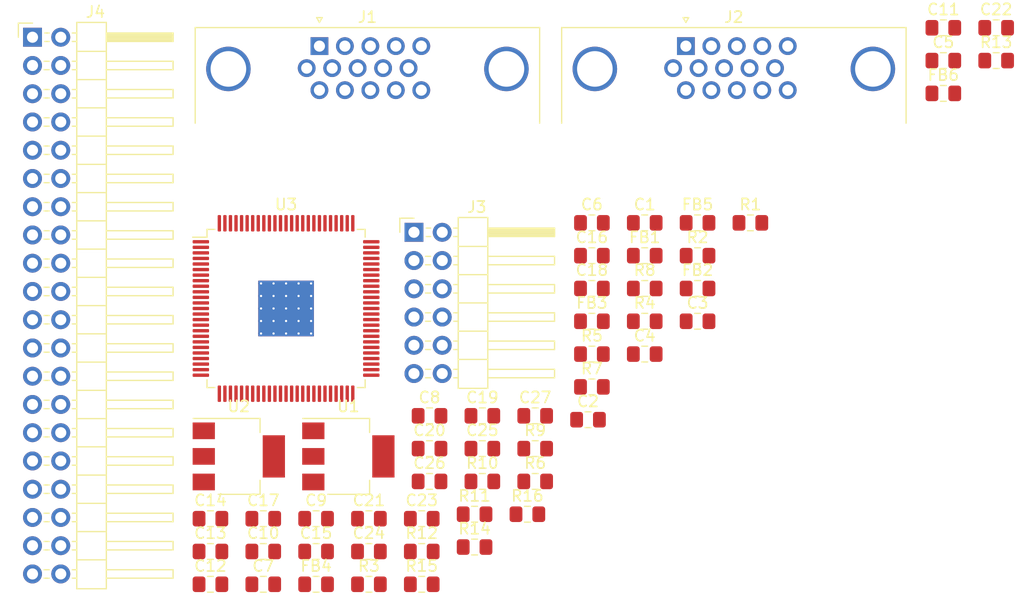
<source format=kicad_pcb>
(kicad_pcb (version 20171130) (host pcbnew "(5.1.5)-3")

  (general
    (thickness 1.6)
    (drawings 0)
    (tracks 0)
    (zones 0)
    (modules 56)
    (nets 92)
  )

  (page A4)
  (layers
    (0 F.Cu signal)
    (31 B.Cu signal)
    (32 B.Adhes user)
    (33 F.Adhes user)
    (34 B.Paste user)
    (35 F.Paste user)
    (36 B.SilkS user)
    (37 F.SilkS user)
    (38 B.Mask user)
    (39 F.Mask user)
    (40 Dwgs.User user)
    (41 Cmts.User user)
    (42 Eco1.User user)
    (43 Eco2.User user)
    (44 Edge.Cuts user)
    (45 Margin user)
    (46 B.CrtYd user)
    (47 F.CrtYd user)
    (48 B.Fab user)
    (49 F.Fab user)
  )

  (setup
    (last_trace_width 0.25)
    (trace_clearance 0.2)
    (zone_clearance 0.508)
    (zone_45_only no)
    (trace_min 0.2)
    (via_size 0.8)
    (via_drill 0.4)
    (via_min_size 0.4)
    (via_min_drill 0.3)
    (uvia_size 0.3)
    (uvia_drill 0.1)
    (uvias_allowed no)
    (uvia_min_size 0.2)
    (uvia_min_drill 0.1)
    (edge_width 0.05)
    (segment_width 0.2)
    (pcb_text_width 0.3)
    (pcb_text_size 1.5 1.5)
    (mod_edge_width 0.12)
    (mod_text_size 1 1)
    (mod_text_width 0.15)
    (pad_size 1.524 1.524)
    (pad_drill 0.762)
    (pad_to_mask_clearance 0.051)
    (solder_mask_min_width 0.25)
    (aux_axis_origin 0 0)
    (visible_elements FFFFFF7F)
    (pcbplotparams
      (layerselection 0x010fc_ffffffff)
      (usegerberextensions false)
      (usegerberattributes false)
      (usegerberadvancedattributes false)
      (creategerberjobfile false)
      (excludeedgelayer true)
      (linewidth 0.100000)
      (plotframeref false)
      (viasonmask false)
      (mode 1)
      (useauxorigin false)
      (hpglpennumber 1)
      (hpglpenspeed 20)
      (hpglpendiameter 15.000000)
      (psnegative false)
      (psa4output false)
      (plotreference true)
      (plotvalue true)
      (plotinvisibletext false)
      (padsonsilk false)
      (subtractmaskfromsilk false)
      (outputformat 1)
      (mirror false)
      (drillshape 1)
      (scaleselection 1)
      (outputdirectory ""))
  )

  (net 0 "")
  (net 1 "Net-(C1-Pad2)")
  (net 2 GND)
  (net 3 "Net-(C2-Pad2)")
  (net 4 "Net-(C3-Pad2)")
  (net 5 "Net-(C4-Pad2)")
  (net 6 "Net-(C5-Pad2)")
  (net 7 /VGA1_G)
  (net 8 "Net-(C6-Pad2)")
  (net 9 /VGA2_R)
  (net 10 "Net-(C7-Pad2)")
  (net 11 /VGA2_B)
  (net 12 "Net-(C8-Pad1)")
  (net 13 "Net-(C9-Pad1)")
  (net 14 "Net-(C10-Pad2)")
  (net 15 /VGA1_R)
  (net 16 "Net-(C11-Pad1)")
  (net 17 "Net-(C12-Pad2)")
  (net 18 /VGA1_B)
  (net 19 +3V3)
  (net 20 /VGA2_G)
  (net 21 "Net-(C14-Pad1)")
  (net 22 "Net-(C15-Pad1)")
  (net 23 "Net-(C16-Pad2)")
  (net 24 "Net-(C17-Pad2)")
  (net 25 "Net-(C18-Pad2)")
  (net 26 "Net-(C19-Pad2)")
  (net 27 +1V8)
  (net 28 "Net-(C21-Pad2)")
  (net 29 "Net-(C21-Pad1)")
  (net 30 "Net-(C22-Pad2)")
  (net 31 "Net-(C22-Pad1)")
  (net 32 "Net-(C24-Pad2)")
  (net 33 VDDA)
  (net 34 "Net-(J1-Pad15)")
  (net 35 /VGA1_VSYNC)
  (net 36 /VGA1_HSYNC)
  (net 37 "Net-(J1-Pad12)")
  (net 38 "Net-(J1-Pad11)")
  (net 39 "Net-(J1-Pad9)")
  (net 40 "Net-(J1-Pad4)")
  (net 41 "Net-(J2-Pad15)")
  (net 42 /VGA2_VSYNC)
  (net 43 /VGA2_HSYNC)
  (net 44 "Net-(J2-Pad12)")
  (net 45 "Net-(J2-Pad11)")
  (net 46 "Net-(J2-Pad9)")
  (net 47 "Net-(J2-Pad4)")
  (net 48 FID)
  (net 49 GSYNC)
  (net 50 TMS)
  (net 51 HSYNC)
  (net 52 RESET)
  (net 53 VSYNC)
  (net 54 SCL)
  (net 55 PWDN)
  (net 56 SDA)
  (net 57 PCLK)
  (net 58 CLK_27M)
  (net 59 /B9)
  (net 60 /B8)
  (net 61 /B7)
  (net 62 /B6)
  (net 63 /B5)
  (net 64 /B4)
  (net 65 /B3)
  (net 66 /B2)
  (net 67 /B1)
  (net 68 /B0)
  (net 69 /G9)
  (net 70 /G8)
  (net 71 /G7)
  (net 72 /G6)
  (net 73 /G5)
  (net 74 /G4)
  (net 75 /G3)
  (net 76 /G2)
  (net 77 /G1)
  (net 78 /G0)
  (net 79 /R9)
  (net 80 /R8)
  (net 81 /R7)
  (net 82 /R6)
  (net 83 /R5)
  (net 84 /R4)
  (net 85 /R3)
  (net 86 /R2)
  (net 87 /R1)
  (net 88 /R0)
  (net 89 +5V)
  (net 90 "Net-(R1-Pad2)")
  (net 91 "Net-(R8-Pad2)")

  (net_class Default "This is the default net class."
    (clearance 0.2)
    (trace_width 0.25)
    (via_dia 0.8)
    (via_drill 0.4)
    (uvia_dia 0.3)
    (uvia_drill 0.1)
    (add_net +1V8)
    (add_net +3V3)
    (add_net +5V)
    (add_net /B0)
    (add_net /B1)
    (add_net /B2)
    (add_net /B3)
    (add_net /B4)
    (add_net /B5)
    (add_net /B6)
    (add_net /B7)
    (add_net /B8)
    (add_net /B9)
    (add_net /G0)
    (add_net /G1)
    (add_net /G2)
    (add_net /G3)
    (add_net /G4)
    (add_net /G5)
    (add_net /G6)
    (add_net /G7)
    (add_net /G8)
    (add_net /G9)
    (add_net /R0)
    (add_net /R1)
    (add_net /R2)
    (add_net /R3)
    (add_net /R4)
    (add_net /R5)
    (add_net /R6)
    (add_net /R7)
    (add_net /R8)
    (add_net /R9)
    (add_net /VGA1_B)
    (add_net /VGA1_G)
    (add_net /VGA1_HSYNC)
    (add_net /VGA1_R)
    (add_net /VGA1_VSYNC)
    (add_net /VGA2_B)
    (add_net /VGA2_G)
    (add_net /VGA2_HSYNC)
    (add_net /VGA2_R)
    (add_net /VGA2_VSYNC)
    (add_net CLK_27M)
    (add_net FID)
    (add_net GND)
    (add_net GSYNC)
    (add_net HSYNC)
    (add_net "Net-(C1-Pad2)")
    (add_net "Net-(C10-Pad2)")
    (add_net "Net-(C11-Pad1)")
    (add_net "Net-(C12-Pad2)")
    (add_net "Net-(C14-Pad1)")
    (add_net "Net-(C15-Pad1)")
    (add_net "Net-(C16-Pad2)")
    (add_net "Net-(C17-Pad2)")
    (add_net "Net-(C18-Pad2)")
    (add_net "Net-(C19-Pad2)")
    (add_net "Net-(C2-Pad2)")
    (add_net "Net-(C21-Pad1)")
    (add_net "Net-(C21-Pad2)")
    (add_net "Net-(C22-Pad1)")
    (add_net "Net-(C22-Pad2)")
    (add_net "Net-(C24-Pad2)")
    (add_net "Net-(C3-Pad2)")
    (add_net "Net-(C4-Pad2)")
    (add_net "Net-(C5-Pad2)")
    (add_net "Net-(C6-Pad2)")
    (add_net "Net-(C7-Pad2)")
    (add_net "Net-(C8-Pad1)")
    (add_net "Net-(C9-Pad1)")
    (add_net "Net-(J1-Pad11)")
    (add_net "Net-(J1-Pad12)")
    (add_net "Net-(J1-Pad15)")
    (add_net "Net-(J1-Pad4)")
    (add_net "Net-(J1-Pad9)")
    (add_net "Net-(J2-Pad11)")
    (add_net "Net-(J2-Pad12)")
    (add_net "Net-(J2-Pad15)")
    (add_net "Net-(J2-Pad4)")
    (add_net "Net-(J2-Pad9)")
    (add_net "Net-(R1-Pad2)")
    (add_net "Net-(R8-Pad2)")
    (add_net PCLK)
    (add_net PWDN)
    (add_net RESET)
    (add_net SCL)
    (add_net SDA)
    (add_net TMS)
    (add_net VDDA)
    (add_net VSYNC)
  )

  (module Package_QFP:TQFP-100-1EP_14x14mm_P0.5mm_EP5x5mm_ThermalVias (layer F.Cu) (tedit 5DC5FE76) (tstamp 5EEA021F)
    (at 115.578 70.8952)
    (descr "TQFP, 100 Pin (https://www.analog.com/media/en/package-pcb-resources/package/pkg_pdf/tqfp_edsv/sv_100_4.pdf), generated with kicad-footprint-generator ipc_gullwing_generator.py")
    (tags "TQFP QFP")
    (path /5ED9EA90)
    (attr smd)
    (fp_text reference U3 (at 0 -9.35) (layer F.SilkS)
      (effects (font (size 1 1) (thickness 0.15)))
    )
    (fp_text value TVP7002 (at 0 9.35) (layer F.Fab)
      (effects (font (size 1 1) (thickness 0.15)))
    )
    (fp_text user %R (at 0 0) (layer F.Fab)
      (effects (font (size 1 1) (thickness 0.15)))
    )
    (fp_line (start 8.65 6.4) (end 8.65 0) (layer F.CrtYd) (width 0.05))
    (fp_line (start 7.25 6.4) (end 8.65 6.4) (layer F.CrtYd) (width 0.05))
    (fp_line (start 7.25 7.25) (end 7.25 6.4) (layer F.CrtYd) (width 0.05))
    (fp_line (start 6.4 7.25) (end 7.25 7.25) (layer F.CrtYd) (width 0.05))
    (fp_line (start 6.4 8.65) (end 6.4 7.25) (layer F.CrtYd) (width 0.05))
    (fp_line (start 0 8.65) (end 6.4 8.65) (layer F.CrtYd) (width 0.05))
    (fp_line (start -8.65 6.4) (end -8.65 0) (layer F.CrtYd) (width 0.05))
    (fp_line (start -7.25 6.4) (end -8.65 6.4) (layer F.CrtYd) (width 0.05))
    (fp_line (start -7.25 7.25) (end -7.25 6.4) (layer F.CrtYd) (width 0.05))
    (fp_line (start -6.4 7.25) (end -7.25 7.25) (layer F.CrtYd) (width 0.05))
    (fp_line (start -6.4 8.65) (end -6.4 7.25) (layer F.CrtYd) (width 0.05))
    (fp_line (start 0 8.65) (end -6.4 8.65) (layer F.CrtYd) (width 0.05))
    (fp_line (start 8.65 -6.4) (end 8.65 0) (layer F.CrtYd) (width 0.05))
    (fp_line (start 7.25 -6.4) (end 8.65 -6.4) (layer F.CrtYd) (width 0.05))
    (fp_line (start 7.25 -7.25) (end 7.25 -6.4) (layer F.CrtYd) (width 0.05))
    (fp_line (start 6.4 -7.25) (end 7.25 -7.25) (layer F.CrtYd) (width 0.05))
    (fp_line (start 6.4 -8.65) (end 6.4 -7.25) (layer F.CrtYd) (width 0.05))
    (fp_line (start 0 -8.65) (end 6.4 -8.65) (layer F.CrtYd) (width 0.05))
    (fp_line (start -8.65 -6.4) (end -8.65 0) (layer F.CrtYd) (width 0.05))
    (fp_line (start -7.25 -6.4) (end -8.65 -6.4) (layer F.CrtYd) (width 0.05))
    (fp_line (start -7.25 -7.25) (end -7.25 -6.4) (layer F.CrtYd) (width 0.05))
    (fp_line (start -6.4 -7.25) (end -7.25 -7.25) (layer F.CrtYd) (width 0.05))
    (fp_line (start -6.4 -8.65) (end -6.4 -7.25) (layer F.CrtYd) (width 0.05))
    (fp_line (start 0 -8.65) (end -6.4 -8.65) (layer F.CrtYd) (width 0.05))
    (fp_line (start -7 -6) (end -6 -7) (layer F.Fab) (width 0.1))
    (fp_line (start -7 7) (end -7 -6) (layer F.Fab) (width 0.1))
    (fp_line (start 7 7) (end -7 7) (layer F.Fab) (width 0.1))
    (fp_line (start 7 -7) (end 7 7) (layer F.Fab) (width 0.1))
    (fp_line (start -6 -7) (end 7 -7) (layer F.Fab) (width 0.1))
    (fp_line (start -7.11 -6.41) (end -8.4 -6.41) (layer F.SilkS) (width 0.12))
    (fp_line (start -7.11 -7.11) (end -7.11 -6.41) (layer F.SilkS) (width 0.12))
    (fp_line (start -6.41 -7.11) (end -7.11 -7.11) (layer F.SilkS) (width 0.12))
    (fp_line (start 7.11 -7.11) (end 7.11 -6.41) (layer F.SilkS) (width 0.12))
    (fp_line (start 6.41 -7.11) (end 7.11 -7.11) (layer F.SilkS) (width 0.12))
    (fp_line (start -7.11 7.11) (end -7.11 6.41) (layer F.SilkS) (width 0.12))
    (fp_line (start -6.41 7.11) (end -7.11 7.11) (layer F.SilkS) (width 0.12))
    (fp_line (start 7.11 7.11) (end 7.11 6.41) (layer F.SilkS) (width 0.12))
    (fp_line (start 6.41 7.11) (end 7.11 7.11) (layer F.SilkS) (width 0.12))
    (pad "" smd custom (at 1.6875 1.6875) (size 0.890668 0.890668) (layers F.Paste)
      (options (clearance outline) (anchor circle))
      (primitives
        (gr_poly (pts
           (xy -0.386777 -0.289756) (xy -0.289756 -0.386777) (xy 0.289756 -0.386777) (xy 0.386777 -0.289756) (xy 0.386777 0.289756)
           (xy 0.289756 0.386777) (xy -0.289756 0.386777) (xy -0.386777 0.289756)) (width 0.234229))
      ))
    (pad "" smd custom (at 1.6875 0.5625) (size 0.890668 0.890668) (layers F.Paste)
      (options (clearance outline) (anchor circle))
      (primitives
        (gr_poly (pts
           (xy -0.386777 -0.289756) (xy -0.289756 -0.386777) (xy 0.289756 -0.386777) (xy 0.386777 -0.289756) (xy 0.386777 0.289756)
           (xy 0.289756 0.386777) (xy -0.289756 0.386777) (xy -0.386777 0.289756)) (width 0.234229))
      ))
    (pad "" smd custom (at 1.6875 -0.5625) (size 0.890668 0.890668) (layers F.Paste)
      (options (clearance outline) (anchor circle))
      (primitives
        (gr_poly (pts
           (xy -0.386777 -0.289756) (xy -0.289756 -0.386777) (xy 0.289756 -0.386777) (xy 0.386777 -0.289756) (xy 0.386777 0.289756)
           (xy 0.289756 0.386777) (xy -0.289756 0.386777) (xy -0.386777 0.289756)) (width 0.234229))
      ))
    (pad "" smd custom (at 1.6875 -1.6875) (size 0.890668 0.890668) (layers F.Paste)
      (options (clearance outline) (anchor circle))
      (primitives
        (gr_poly (pts
           (xy -0.386777 -0.289756) (xy -0.289756 -0.386777) (xy 0.289756 -0.386777) (xy 0.386777 -0.289756) (xy 0.386777 0.289756)
           (xy 0.289756 0.386777) (xy -0.289756 0.386777) (xy -0.386777 0.289756)) (width 0.234229))
      ))
    (pad "" smd custom (at 0.5625 1.6875) (size 0.890668 0.890668) (layers F.Paste)
      (options (clearance outline) (anchor circle))
      (primitives
        (gr_poly (pts
           (xy -0.386777 -0.289756) (xy -0.289756 -0.386777) (xy 0.289756 -0.386777) (xy 0.386777 -0.289756) (xy 0.386777 0.289756)
           (xy 0.289756 0.386777) (xy -0.289756 0.386777) (xy -0.386777 0.289756)) (width 0.234229))
      ))
    (pad "" smd custom (at 0.5625 0.5625) (size 0.890668 0.890668) (layers F.Paste)
      (options (clearance outline) (anchor circle))
      (primitives
        (gr_poly (pts
           (xy -0.386777 -0.289756) (xy -0.289756 -0.386777) (xy 0.289756 -0.386777) (xy 0.386777 -0.289756) (xy 0.386777 0.289756)
           (xy 0.289756 0.386777) (xy -0.289756 0.386777) (xy -0.386777 0.289756)) (width 0.234229))
      ))
    (pad "" smd custom (at 0.5625 -0.5625) (size 0.890668 0.890668) (layers F.Paste)
      (options (clearance outline) (anchor circle))
      (primitives
        (gr_poly (pts
           (xy -0.386777 -0.289756) (xy -0.289756 -0.386777) (xy 0.289756 -0.386777) (xy 0.386777 -0.289756) (xy 0.386777 0.289756)
           (xy 0.289756 0.386777) (xy -0.289756 0.386777) (xy -0.386777 0.289756)) (width 0.234229))
      ))
    (pad "" smd custom (at 0.5625 -1.6875) (size 0.890668 0.890668) (layers F.Paste)
      (options (clearance outline) (anchor circle))
      (primitives
        (gr_poly (pts
           (xy -0.386777 -0.289756) (xy -0.289756 -0.386777) (xy 0.289756 -0.386777) (xy 0.386777 -0.289756) (xy 0.386777 0.289756)
           (xy 0.289756 0.386777) (xy -0.289756 0.386777) (xy -0.386777 0.289756)) (width 0.234229))
      ))
    (pad "" smd custom (at -0.5625 1.6875) (size 0.890668 0.890668) (layers F.Paste)
      (options (clearance outline) (anchor circle))
      (primitives
        (gr_poly (pts
           (xy -0.386777 -0.289756) (xy -0.289756 -0.386777) (xy 0.289756 -0.386777) (xy 0.386777 -0.289756) (xy 0.386777 0.289756)
           (xy 0.289756 0.386777) (xy -0.289756 0.386777) (xy -0.386777 0.289756)) (width 0.234229))
      ))
    (pad "" smd custom (at -0.5625 0.5625) (size 0.890668 0.890668) (layers F.Paste)
      (options (clearance outline) (anchor circle))
      (primitives
        (gr_poly (pts
           (xy -0.386777 -0.289756) (xy -0.289756 -0.386777) (xy 0.289756 -0.386777) (xy 0.386777 -0.289756) (xy 0.386777 0.289756)
           (xy 0.289756 0.386777) (xy -0.289756 0.386777) (xy -0.386777 0.289756)) (width 0.234229))
      ))
    (pad "" smd custom (at -0.5625 -0.5625) (size 0.890668 0.890668) (layers F.Paste)
      (options (clearance outline) (anchor circle))
      (primitives
        (gr_poly (pts
           (xy -0.386777 -0.289756) (xy -0.289756 -0.386777) (xy 0.289756 -0.386777) (xy 0.386777 -0.289756) (xy 0.386777 0.289756)
           (xy 0.289756 0.386777) (xy -0.289756 0.386777) (xy -0.386777 0.289756)) (width 0.234229))
      ))
    (pad "" smd custom (at -0.5625 -1.6875) (size 0.890668 0.890668) (layers F.Paste)
      (options (clearance outline) (anchor circle))
      (primitives
        (gr_poly (pts
           (xy -0.386777 -0.289756) (xy -0.289756 -0.386777) (xy 0.289756 -0.386777) (xy 0.386777 -0.289756) (xy 0.386777 0.289756)
           (xy 0.289756 0.386777) (xy -0.289756 0.386777) (xy -0.386777 0.289756)) (width 0.234229))
      ))
    (pad "" smd custom (at -1.6875 1.6875) (size 0.890668 0.890668) (layers F.Paste)
      (options (clearance outline) (anchor circle))
      (primitives
        (gr_poly (pts
           (xy -0.386777 -0.289756) (xy -0.289756 -0.386777) (xy 0.289756 -0.386777) (xy 0.386777 -0.289756) (xy 0.386777 0.289756)
           (xy 0.289756 0.386777) (xy -0.289756 0.386777) (xy -0.386777 0.289756)) (width 0.234229))
      ))
    (pad "" smd custom (at -1.6875 0.5625) (size 0.890668 0.890668) (layers F.Paste)
      (options (clearance outline) (anchor circle))
      (primitives
        (gr_poly (pts
           (xy -0.386777 -0.289756) (xy -0.289756 -0.386777) (xy 0.289756 -0.386777) (xy 0.386777 -0.289756) (xy 0.386777 0.289756)
           (xy 0.289756 0.386777) (xy -0.289756 0.386777) (xy -0.386777 0.289756)) (width 0.234229))
      ))
    (pad "" smd custom (at -1.6875 -0.5625) (size 0.890668 0.890668) (layers F.Paste)
      (options (clearance outline) (anchor circle))
      (primitives
        (gr_poly (pts
           (xy -0.386777 -0.289756) (xy -0.289756 -0.386777) (xy 0.289756 -0.386777) (xy 0.386777 -0.289756) (xy 0.386777 0.289756)
           (xy 0.289756 0.386777) (xy -0.289756 0.386777) (xy -0.386777 0.289756)) (width 0.234229))
      ))
    (pad "" smd custom (at -1.6875 -1.6875) (size 0.890668 0.890668) (layers F.Paste)
      (options (clearance outline) (anchor circle))
      (primitives
        (gr_poly (pts
           (xy -0.386777 -0.289756) (xy -0.289756 -0.386777) (xy 0.289756 -0.386777) (xy 0.386777 -0.289756) (xy 0.386777 0.289756)
           (xy 0.289756 0.386777) (xy -0.289756 0.386777) (xy -0.386777 0.289756)) (width 0.234229))
      ))
    (pad 101 smd rect (at 0 0) (size 5 5) (layers B.Cu))
    (pad 101 thru_hole circle (at 2.25 2.25) (size 0.5 0.5) (drill 0.2) (layers *.Cu))
    (pad 101 thru_hole circle (at 1.125 2.25) (size 0.5 0.5) (drill 0.2) (layers *.Cu))
    (pad 101 thru_hole circle (at 0 2.25) (size 0.5 0.5) (drill 0.2) (layers *.Cu))
    (pad 101 thru_hole circle (at -1.125 2.25) (size 0.5 0.5) (drill 0.2) (layers *.Cu))
    (pad 101 thru_hole circle (at -2.25 2.25) (size 0.5 0.5) (drill 0.2) (layers *.Cu))
    (pad 101 thru_hole circle (at 2.25 1.125) (size 0.5 0.5) (drill 0.2) (layers *.Cu))
    (pad 101 thru_hole circle (at 1.125 1.125) (size 0.5 0.5) (drill 0.2) (layers *.Cu))
    (pad 101 thru_hole circle (at 0 1.125) (size 0.5 0.5) (drill 0.2) (layers *.Cu))
    (pad 101 thru_hole circle (at -1.125 1.125) (size 0.5 0.5) (drill 0.2) (layers *.Cu))
    (pad 101 thru_hole circle (at -2.25 1.125) (size 0.5 0.5) (drill 0.2) (layers *.Cu))
    (pad 101 thru_hole circle (at 2.25 0) (size 0.5 0.5) (drill 0.2) (layers *.Cu))
    (pad 101 thru_hole circle (at 1.125 0) (size 0.5 0.5) (drill 0.2) (layers *.Cu))
    (pad 101 thru_hole circle (at 0 0) (size 0.5 0.5) (drill 0.2) (layers *.Cu))
    (pad 101 thru_hole circle (at -1.125 0) (size 0.5 0.5) (drill 0.2) (layers *.Cu))
    (pad 101 thru_hole circle (at -2.25 0) (size 0.5 0.5) (drill 0.2) (layers *.Cu))
    (pad 101 thru_hole circle (at 2.25 -1.125) (size 0.5 0.5) (drill 0.2) (layers *.Cu))
    (pad 101 thru_hole circle (at 1.125 -1.125) (size 0.5 0.5) (drill 0.2) (layers *.Cu))
    (pad 101 thru_hole circle (at 0 -1.125) (size 0.5 0.5) (drill 0.2) (layers *.Cu))
    (pad 101 thru_hole circle (at -1.125 -1.125) (size 0.5 0.5) (drill 0.2) (layers *.Cu))
    (pad 101 thru_hole circle (at -2.25 -1.125) (size 0.5 0.5) (drill 0.2) (layers *.Cu))
    (pad 101 thru_hole circle (at 2.25 -2.25) (size 0.5 0.5) (drill 0.2) (layers *.Cu))
    (pad 101 thru_hole circle (at 1.125 -2.25) (size 0.5 0.5) (drill 0.2) (layers *.Cu))
    (pad 101 thru_hole circle (at 0 -2.25) (size 0.5 0.5) (drill 0.2) (layers *.Cu))
    (pad 101 thru_hole circle (at -1.125 -2.25) (size 0.5 0.5) (drill 0.2) (layers *.Cu))
    (pad 101 thru_hole circle (at -2.25 -2.25) (size 0.5 0.5) (drill 0.2) (layers *.Cu))
    (pad 101 smd rect (at 0 0) (size 5 5) (layers F.Cu F.Mask))
    (pad 100 smd roundrect (at -6 -7.6625) (size 0.3 1.475) (layers F.Cu F.Paste F.Mask) (roundrect_rratio 0.25)
      (net 21 "Net-(C14-Pad1)"))
    (pad 99 smd roundrect (at -5.5 -7.6625) (size 0.3 1.475) (layers F.Cu F.Paste F.Mask) (roundrect_rratio 0.25)
      (net 22 "Net-(C15-Pad1)"))
    (pad 98 smd roundrect (at -5 -7.6625) (size 0.3 1.475) (layers F.Cu F.Paste F.Mask) (roundrect_rratio 0.25)
      (net 23 "Net-(C16-Pad2)"))
    (pad 97 smd roundrect (at -4.5 -7.6625) (size 0.3 1.475) (layers F.Cu F.Paste F.Mask) (roundrect_rratio 0.25)
      (net 24 "Net-(C17-Pad2)"))
    (pad 96 smd roundrect (at -4 -7.6625) (size 0.3 1.475) (layers F.Cu F.Paste F.Mask) (roundrect_rratio 0.25)
      (net 25 "Net-(C18-Pad2)"))
    (pad 95 smd roundrect (at -3.5 -7.6625) (size 0.3 1.475) (layers F.Cu F.Paste F.Mask) (roundrect_rratio 0.25)
      (net 2 GND))
    (pad 94 smd roundrect (at -3 -7.6625) (size 0.3 1.475) (layers F.Cu F.Paste F.Mask) (roundrect_rratio 0.25)
      (net 26 "Net-(C19-Pad2)"))
    (pad 93 smd roundrect (at -2.5 -7.6625) (size 0.3 1.475) (layers F.Cu F.Paste F.Mask) (roundrect_rratio 0.25)
      (net 26 "Net-(C19-Pad2)"))
    (pad 92 smd roundrect (at -2 -7.6625) (size 0.3 1.475) (layers F.Cu F.Paste F.Mask) (roundrect_rratio 0.25)
      (net 2 GND))
    (pad 91 smd roundrect (at -1.5 -7.6625) (size 0.3 1.475) (layers F.Cu F.Paste F.Mask) (roundrect_rratio 0.25)
      (net 2 GND))
    (pad 90 smd roundrect (at -1 -7.6625) (size 0.3 1.475) (layers F.Cu F.Paste F.Mask) (roundrect_rratio 0.25)
      (net 2 GND))
    (pad 89 smd roundrect (at -0.5 -7.6625) (size 0.3 1.475) (layers F.Cu F.Paste F.Mask) (roundrect_rratio 0.25)
      (net 29 "Net-(C21-Pad1)"))
    (pad 88 smd roundrect (at 0 -7.6625) (size 0.3 1.475) (layers F.Cu F.Paste F.Mask) (roundrect_rratio 0.25)
      (net 28 "Net-(C21-Pad2)"))
    (pad 87 smd roundrect (at 0.5 -7.6625) (size 0.3 1.475) (layers F.Cu F.Paste F.Mask) (roundrect_rratio 0.25)
      (net 30 "Net-(C22-Pad2)"))
    (pad 86 smd roundrect (at 1 -7.6625) (size 0.3 1.475) (layers F.Cu F.Paste F.Mask) (roundrect_rratio 0.25)
      (net 2 GND))
    (pad 85 smd roundrect (at 1.5 -7.6625) (size 0.3 1.475) (layers F.Cu F.Paste F.Mask) (roundrect_rratio 0.25)
      (net 32 "Net-(C24-Pad2)"))
    (pad 84 smd roundrect (at 2 -7.6625) (size 0.3 1.475) (layers F.Cu F.Paste F.Mask) (roundrect_rratio 0.25)
      (net 32 "Net-(C24-Pad2)"))
    (pad 83 smd roundrect (at 2.5 -7.6625) (size 0.3 1.475) (layers F.Cu F.Paste F.Mask) (roundrect_rratio 0.25)
      (net 2 GND))
    (pad 82 smd roundrect (at 3 -7.6625) (size 0.3 1.475) (layers F.Cu F.Paste F.Mask) (roundrect_rratio 0.25)
      (net 43 /VGA2_HSYNC))
    (pad 81 smd roundrect (at 3.5 -7.6625) (size 0.3 1.475) (layers F.Cu F.Paste F.Mask) (roundrect_rratio 0.25)
      (net 36 /VGA1_HSYNC))
    (pad 80 smd roundrect (at 4 -7.6625) (size 0.3 1.475) (layers F.Cu F.Paste F.Mask) (roundrect_rratio 0.25)
      (net 58 CLK_27M))
    (pad 79 smd roundrect (at 4.5 -7.6625) (size 0.3 1.475) (layers F.Cu F.Paste F.Mask) (roundrect_rratio 0.25)
      (net 42 /VGA2_VSYNC))
    (pad 78 smd roundrect (at 5 -7.6625) (size 0.3 1.475) (layers F.Cu F.Paste F.Mask) (roundrect_rratio 0.25)
      (net 35 /VGA1_VSYNC))
    (pad 77 smd roundrect (at 5.5 -7.6625) (size 0.3 1.475) (layers F.Cu F.Paste F.Mask) (roundrect_rratio 0.25)
      (net 2 GND))
    (pad 76 smd roundrect (at 6 -7.6625) (size 0.3 1.475) (layers F.Cu F.Paste F.Mask) (roundrect_rratio 0.25)
      (net 2 GND))
    (pad 75 smd roundrect (at 7.6625 -6) (size 1.475 0.3) (layers F.Cu F.Paste F.Mask) (roundrect_rratio 0.25)
      (net 56 SDA))
    (pad 74 smd roundrect (at 7.6625 -5.5) (size 1.475 0.3) (layers F.Cu F.Paste F.Mask) (roundrect_rratio 0.25)
      (net 54 SCL))
    (pad 73 smd roundrect (at 7.6625 -5) (size 1.475 0.3) (layers F.Cu F.Paste F.Mask) (roundrect_rratio 0.25)
      (net 2 GND))
    (pad 72 smd roundrect (at 7.6625 -4.5) (size 1.475 0.3) (layers F.Cu F.Paste F.Mask) (roundrect_rratio 0.25)
      (net 50 TMS))
    (pad 71 smd roundrect (at 7.6625 -4) (size 1.475 0.3) (layers F.Cu F.Paste F.Mask) (roundrect_rratio 0.25)
      (net 52 RESET))
    (pad 70 smd roundrect (at 7.6625 -3.5) (size 1.475 0.3) (layers F.Cu F.Paste F.Mask) (roundrect_rratio 0.25)
      (net 55 PWDN))
    (pad 69 smd roundrect (at 7.6625 -3) (size 1.475 0.3) (layers F.Cu F.Paste F.Mask) (roundrect_rratio 0.25)
      (net 27 +1V8))
    (pad 68 smd roundrect (at 7.6625 -2.5) (size 1.475 0.3) (layers F.Cu F.Paste F.Mask) (roundrect_rratio 0.25)
      (net 2 GND))
    (pad 67 smd roundrect (at 7.6625 -2) (size 1.475 0.3) (layers F.Cu F.Paste F.Mask) (roundrect_rratio 0.25)
      (net 2 GND))
    (pad 66 smd roundrect (at 7.6625 -1.5) (size 1.475 0.3) (layers F.Cu F.Paste F.Mask) (roundrect_rratio 0.25)
      (net 19 +3V3))
    (pad 65 smd roundrect (at 7.6625 -1) (size 1.475 0.3) (layers F.Cu F.Paste F.Mask) (roundrect_rratio 0.25)
      (net 88 /R0))
    (pad 64 smd roundrect (at 7.6625 -0.5) (size 1.475 0.3) (layers F.Cu F.Paste F.Mask) (roundrect_rratio 0.25)
      (net 87 /R1))
    (pad 63 smd roundrect (at 7.6625 0) (size 1.475 0.3) (layers F.Cu F.Paste F.Mask) (roundrect_rratio 0.25)
      (net 86 /R2))
    (pad 62 smd roundrect (at 7.6625 0.5) (size 1.475 0.3) (layers F.Cu F.Paste F.Mask) (roundrect_rratio 0.25)
      (net 85 /R3))
    (pad 61 smd roundrect (at 7.6625 1) (size 1.475 0.3) (layers F.Cu F.Paste F.Mask) (roundrect_rratio 0.25)
      (net 84 /R4))
    (pad 60 smd roundrect (at 7.6625 1.5) (size 1.475 0.3) (layers F.Cu F.Paste F.Mask) (roundrect_rratio 0.25)
      (net 2 GND))
    (pad 59 smd roundrect (at 7.6625 2) (size 1.475 0.3) (layers F.Cu F.Paste F.Mask) (roundrect_rratio 0.25)
      (net 83 /R5))
    (pad 58 smd roundrect (at 7.6625 2.5) (size 1.475 0.3) (layers F.Cu F.Paste F.Mask) (roundrect_rratio 0.25)
      (net 82 /R6))
    (pad 57 smd roundrect (at 7.6625 3) (size 1.475 0.3) (layers F.Cu F.Paste F.Mask) (roundrect_rratio 0.25)
      (net 81 /R7))
    (pad 56 smd roundrect (at 7.6625 3.5) (size 1.475 0.3) (layers F.Cu F.Paste F.Mask) (roundrect_rratio 0.25)
      (net 80 /R8))
    (pad 55 smd roundrect (at 7.6625 4) (size 1.475 0.3) (layers F.Cu F.Paste F.Mask) (roundrect_rratio 0.25)
      (net 79 /R9))
    (pad 54 smd roundrect (at 7.6625 4.5) (size 1.475 0.3) (layers F.Cu F.Paste F.Mask) (roundrect_rratio 0.25)
      (net 2 GND))
    (pad 53 smd roundrect (at 7.6625 5) (size 1.475 0.3) (layers F.Cu F.Paste F.Mask) (roundrect_rratio 0.25)
      (net 19 +3V3))
    (pad 52 smd roundrect (at 7.6625 5.5) (size 1.475 0.3) (layers F.Cu F.Paste F.Mask) (roundrect_rratio 0.25)
      (net 78 /G0))
    (pad 51 smd roundrect (at 7.6625 6) (size 1.475 0.3) (layers F.Cu F.Paste F.Mask) (roundrect_rratio 0.25)
      (net 77 /G1))
    (pad 50 smd roundrect (at 6 7.6625) (size 0.3 1.475) (layers F.Cu F.Paste F.Mask) (roundrect_rratio 0.25)
      (net 76 /G2))
    (pad 49 smd roundrect (at 5.5 7.6625) (size 0.3 1.475) (layers F.Cu F.Paste F.Mask) (roundrect_rratio 0.25)
      (net 75 /G3))
    (pad 48 smd roundrect (at 5 7.6625) (size 0.3 1.475) (layers F.Cu F.Paste F.Mask) (roundrect_rratio 0.25)
      (net 74 /G4))
    (pad 47 smd roundrect (at 4.5 7.6625) (size 0.3 1.475) (layers F.Cu F.Paste F.Mask) (roundrect_rratio 0.25)
      (net 73 /G5))
    (pad 46 smd roundrect (at 4 7.6625) (size 0.3 1.475) (layers F.Cu F.Paste F.Mask) (roundrect_rratio 0.25)
      (net 72 /G6))
    (pad 45 smd roundrect (at 3.5 7.6625) (size 0.3 1.475) (layers F.Cu F.Paste F.Mask) (roundrect_rratio 0.25)
      (net 71 /G7))
    (pad 44 smd roundrect (at 3 7.6625) (size 0.3 1.475) (layers F.Cu F.Paste F.Mask) (roundrect_rratio 0.25)
      (net 70 /G8))
    (pad 43 smd roundrect (at 2.5 7.6625) (size 0.3 1.475) (layers F.Cu F.Paste F.Mask) (roundrect_rratio 0.25)
      (net 69 /G9))
    (pad 42 smd roundrect (at 2 7.6625) (size 0.3 1.475) (layers F.Cu F.Paste F.Mask) (roundrect_rratio 0.25)
      (net 2 GND))
    (pad 41 smd roundrect (at 1.5 7.6625) (size 0.3 1.475) (layers F.Cu F.Paste F.Mask) (roundrect_rratio 0.25)
      (net 19 +3V3))
    (pad 40 smd roundrect (at 1 7.6625) (size 0.3 1.475) (layers F.Cu F.Paste F.Mask) (roundrect_rratio 0.25)
      (net 2 GND))
    (pad 39 smd roundrect (at 0.5 7.6625) (size 0.3 1.475) (layers F.Cu F.Paste F.Mask) (roundrect_rratio 0.25)
      (net 27 +1V8))
    (pad 38 smd roundrect (at 0 7.6625) (size 0.3 1.475) (layers F.Cu F.Paste F.Mask) (roundrect_rratio 0.25)
      (net 68 /B0))
    (pad 37 smd roundrect (at -0.5 7.6625) (size 0.3 1.475) (layers F.Cu F.Paste F.Mask) (roundrect_rratio 0.25)
      (net 67 /B1))
    (pad 36 smd roundrect (at -1 7.6625) (size 0.3 1.475) (layers F.Cu F.Paste F.Mask) (roundrect_rratio 0.25)
      (net 66 /B2))
    (pad 35 smd roundrect (at -1.5 7.6625) (size 0.3 1.475) (layers F.Cu F.Paste F.Mask) (roundrect_rratio 0.25)
      (net 65 /B3))
    (pad 34 smd roundrect (at -2 7.6625) (size 0.3 1.475) (layers F.Cu F.Paste F.Mask) (roundrect_rratio 0.25)
      (net 64 /B4))
    (pad 33 smd roundrect (at -2.5 7.6625) (size 0.3 1.475) (layers F.Cu F.Paste F.Mask) (roundrect_rratio 0.25)
      (net 63 /B5))
    (pad 32 smd roundrect (at -3 7.6625) (size 0.3 1.475) (layers F.Cu F.Paste F.Mask) (roundrect_rratio 0.25)
      (net 62 /B6))
    (pad 31 smd roundrect (at -3.5 7.6625) (size 0.3 1.475) (layers F.Cu F.Paste F.Mask) (roundrect_rratio 0.25)
      (net 61 /B7))
    (pad 30 smd roundrect (at -4 7.6625) (size 0.3 1.475) (layers F.Cu F.Paste F.Mask) (roundrect_rratio 0.25)
      (net 60 /B8))
    (pad 29 smd roundrect (at -4.5 7.6625) (size 0.3 1.475) (layers F.Cu F.Paste F.Mask) (roundrect_rratio 0.25)
      (net 59 /B9))
    (pad 28 smd roundrect (at -5 7.6625) (size 0.3 1.475) (layers F.Cu F.Paste F.Mask) (roundrect_rratio 0.25)
      (net 57 PCLK))
    (pad 27 smd roundrect (at -5.5 7.6625) (size 0.3 1.475) (layers F.Cu F.Paste F.Mask) (roundrect_rratio 0.25)
      (net 2 GND))
    (pad 26 smd roundrect (at -6 7.6625) (size 0.3 1.475) (layers F.Cu F.Paste F.Mask) (roundrect_rratio 0.25)
      (net 19 +3V3))
    (pad 25 smd roundrect (at -7.6625 6) (size 1.475 0.3) (layers F.Cu F.Paste F.Mask) (roundrect_rratio 0.25)
      (net 49 GSYNC))
    (pad 24 smd roundrect (at -7.6625 5.5) (size 1.475 0.3) (layers F.Cu F.Paste F.Mask) (roundrect_rratio 0.25)
      (net 51 HSYNC))
    (pad 23 smd roundrect (at -7.6625 5) (size 1.475 0.3) (layers F.Cu F.Paste F.Mask) (roundrect_rratio 0.25)
      (net 53 VSYNC))
    (pad 22 smd roundrect (at -7.6625 4.5) (size 1.475 0.3) (layers F.Cu F.Paste F.Mask) (roundrect_rratio 0.25)
      (net 48 FID))
    (pad 21 smd roundrect (at -7.6625 4) (size 1.475 0.3) (layers F.Cu F.Paste F.Mask) (roundrect_rratio 0.25)
      (net 2 GND))
    (pad 20 smd roundrect (at -7.6625 3.5) (size 1.475 0.3) (layers F.Cu F.Paste F.Mask) (roundrect_rratio 0.25)
      (net 2 GND))
    (pad 19 smd roundrect (at -7.6625 3) (size 1.475 0.3) (layers F.Cu F.Paste F.Mask) (roundrect_rratio 0.25)
      (net 4 "Net-(C3-Pad2)"))
    (pad 18 smd roundrect (at -7.6625 2.5) (size 1.475 0.3) (layers F.Cu F.Paste F.Mask) (roundrect_rratio 0.25)
      (net 17 "Net-(C12-Pad2)"))
    (pad 17 smd roundrect (at -7.6625 2) (size 1.475 0.3) (layers F.Cu F.Paste F.Mask) (roundrect_rratio 0.25)
      (net 10 "Net-(C7-Pad2)"))
    (pad 16 smd roundrect (at -7.6625 1.5) (size 1.475 0.3) (layers F.Cu F.Paste F.Mask) (roundrect_rratio 0.25)
      (net 16 "Net-(C11-Pad1)"))
    (pad 15 smd roundrect (at -7.6625 1) (size 1.475 0.3) (layers F.Cu F.Paste F.Mask) (roundrect_rratio 0.25)
      (net 2 GND))
    (pad 14 smd roundrect (at -7.6625 0.5) (size 1.475 0.3) (layers F.Cu F.Paste F.Mask) (roundrect_rratio 0.25)
      (net 3 "Net-(C2-Pad2)"))
    (pad 13 smd roundrect (at -7.6625 0) (size 1.475 0.3) (layers F.Cu F.Paste F.Mask) (roundrect_rratio 0.25)
      (net 3 "Net-(C2-Pad2)"))
    (pad 12 smd roundrect (at -7.6625 -0.5) (size 1.475 0.3) (layers F.Cu F.Paste F.Mask) (roundrect_rratio 0.25)
      (net 2 GND))
    (pad 11 smd roundrect (at -7.6625 -1) (size 1.475 0.3) (layers F.Cu F.Paste F.Mask) (roundrect_rratio 0.25)
      (net 14 "Net-(C10-Pad2)"))
    (pad 10 smd roundrect (at -7.6625 -1.5) (size 1.475 0.3) (layers F.Cu F.Paste F.Mask) (roundrect_rratio 0.25)
      (net 8 "Net-(C6-Pad2)"))
    (pad 9 smd roundrect (at -7.6625 -2) (size 1.475 0.3) (layers F.Cu F.Paste F.Mask) (roundrect_rratio 0.25)
      (net 13 "Net-(C9-Pad1)"))
    (pad 8 smd roundrect (at -7.6625 -2.5) (size 1.475 0.3) (layers F.Cu F.Paste F.Mask) (roundrect_rratio 0.25)
      (net 2 GND))
    (pad 7 smd roundrect (at -7.6625 -3) (size 1.475 0.3) (layers F.Cu F.Paste F.Mask) (roundrect_rratio 0.25)
      (net 5 "Net-(C4-Pad2)"))
    (pad 6 smd roundrect (at -7.6625 -3.5) (size 1.475 0.3) (layers F.Cu F.Paste F.Mask) (roundrect_rratio 0.25)
      (net 5 "Net-(C4-Pad2)"))
    (pad 5 smd roundrect (at -7.6625 -4) (size 1.475 0.3) (layers F.Cu F.Paste F.Mask) (roundrect_rratio 0.25)
      (net 2 GND))
    (pad 4 smd roundrect (at -7.6625 -4.5) (size 1.475 0.3) (layers F.Cu F.Paste F.Mask) (roundrect_rratio 0.25)
      (net 1 "Net-(C1-Pad2)"))
    (pad 3 smd roundrect (at -7.6625 -5) (size 1.475 0.3) (layers F.Cu F.Paste F.Mask) (roundrect_rratio 0.25)
      (net 2 GND))
    (pad 2 smd roundrect (at -7.6625 -5.5) (size 1.475 0.3) (layers F.Cu F.Paste F.Mask) (roundrect_rratio 0.25)
      (net 6 "Net-(C5-Pad2)"))
    (pad 1 smd roundrect (at -7.6625 -6) (size 1.475 0.3) (layers F.Cu F.Paste F.Mask) (roundrect_rratio 0.25)
      (net 12 "Net-(C8-Pad1)"))
    (model ${KISYS3DMOD}/Package_QFP.3dshapes/TQFP-100-1EP_14x14mm_P0.5mm_EP5x5mm.wrl
      (at (xyz 0 0 0))
      (scale (xyz 1 1 1))
      (rotate (xyz 0 0 0))
    )
  )

  (module Package_TO_SOT_SMD:SOT-223-3_TabPin2 (layer F.Cu) (tedit 5A02FF57) (tstamp 5EEA0165)
    (at 111.328 84.1952)
    (descr "module CMS SOT223 4 pins")
    (tags "CMS SOT")
    (path /5EEA5A62)
    (attr smd)
    (fp_text reference U2 (at 0 -4.5) (layer F.SilkS)
      (effects (font (size 1 1) (thickness 0.15)))
    )
    (fp_text value AMS1117 (at 0 4.5) (layer F.Fab)
      (effects (font (size 1 1) (thickness 0.15)))
    )
    (fp_line (start 1.85 -3.35) (end 1.85 3.35) (layer F.Fab) (width 0.1))
    (fp_line (start -1.85 3.35) (end 1.85 3.35) (layer F.Fab) (width 0.1))
    (fp_line (start -4.1 -3.41) (end 1.91 -3.41) (layer F.SilkS) (width 0.12))
    (fp_line (start -0.85 -3.35) (end 1.85 -3.35) (layer F.Fab) (width 0.1))
    (fp_line (start -1.85 3.41) (end 1.91 3.41) (layer F.SilkS) (width 0.12))
    (fp_line (start -1.85 -2.35) (end -1.85 3.35) (layer F.Fab) (width 0.1))
    (fp_line (start -1.85 -2.35) (end -0.85 -3.35) (layer F.Fab) (width 0.1))
    (fp_line (start -4.4 -3.6) (end -4.4 3.6) (layer F.CrtYd) (width 0.05))
    (fp_line (start -4.4 3.6) (end 4.4 3.6) (layer F.CrtYd) (width 0.05))
    (fp_line (start 4.4 3.6) (end 4.4 -3.6) (layer F.CrtYd) (width 0.05))
    (fp_line (start 4.4 -3.6) (end -4.4 -3.6) (layer F.CrtYd) (width 0.05))
    (fp_line (start 1.91 -3.41) (end 1.91 -2.15) (layer F.SilkS) (width 0.12))
    (fp_line (start 1.91 3.41) (end 1.91 2.15) (layer F.SilkS) (width 0.12))
    (fp_text user %R (at 0 0 90) (layer F.Fab)
      (effects (font (size 0.8 0.8) (thickness 0.12)))
    )
    (pad 1 smd rect (at -3.15 -2.3) (size 2 1.5) (layers F.Cu F.Paste F.Mask)
      (net 91 "Net-(R8-Pad2)"))
    (pad 3 smd rect (at -3.15 2.3) (size 2 1.5) (layers F.Cu F.Paste F.Mask)
      (net 19 +3V3))
    (pad 2 smd rect (at -3.15 0) (size 2 1.5) (layers F.Cu F.Paste F.Mask)
      (net 33 VDDA))
    (pad 2 smd rect (at 3.15 0) (size 2 3.8) (layers F.Cu F.Paste F.Mask)
      (net 33 VDDA))
    (model ${KISYS3DMOD}/Package_TO_SOT_SMD.3dshapes/SOT-223.wrl
      (at (xyz 0 0 0))
      (scale (xyz 1 1 1))
      (rotate (xyz 0 0 0))
    )
  )

  (module Package_TO_SOT_SMD:SOT-223-3_TabPin2 (layer F.Cu) (tedit 5A02FF57) (tstamp 5EEA014F)
    (at 121.178 84.1952)
    (descr "module CMS SOT223 4 pins")
    (tags "CMS SOT")
    (path /5EEA5370)
    (attr smd)
    (fp_text reference U1 (at 0 -4.5) (layer F.SilkS)
      (effects (font (size 1 1) (thickness 0.15)))
    )
    (fp_text value AMS1117 (at 0 4.5) (layer F.Fab)
      (effects (font (size 1 1) (thickness 0.15)))
    )
    (fp_line (start 1.85 -3.35) (end 1.85 3.35) (layer F.Fab) (width 0.1))
    (fp_line (start -1.85 3.35) (end 1.85 3.35) (layer F.Fab) (width 0.1))
    (fp_line (start -4.1 -3.41) (end 1.91 -3.41) (layer F.SilkS) (width 0.12))
    (fp_line (start -0.85 -3.35) (end 1.85 -3.35) (layer F.Fab) (width 0.1))
    (fp_line (start -1.85 3.41) (end 1.91 3.41) (layer F.SilkS) (width 0.12))
    (fp_line (start -1.85 -2.35) (end -1.85 3.35) (layer F.Fab) (width 0.1))
    (fp_line (start -1.85 -2.35) (end -0.85 -3.35) (layer F.Fab) (width 0.1))
    (fp_line (start -4.4 -3.6) (end -4.4 3.6) (layer F.CrtYd) (width 0.05))
    (fp_line (start -4.4 3.6) (end 4.4 3.6) (layer F.CrtYd) (width 0.05))
    (fp_line (start 4.4 3.6) (end 4.4 -3.6) (layer F.CrtYd) (width 0.05))
    (fp_line (start 4.4 -3.6) (end -4.4 -3.6) (layer F.CrtYd) (width 0.05))
    (fp_line (start 1.91 -3.41) (end 1.91 -2.15) (layer F.SilkS) (width 0.12))
    (fp_line (start 1.91 3.41) (end 1.91 2.15) (layer F.SilkS) (width 0.12))
    (fp_text user %R (at 0 0 90) (layer F.Fab)
      (effects (font (size 0.8 0.8) (thickness 0.12)))
    )
    (pad 1 smd rect (at -3.15 -2.3) (size 2 1.5) (layers F.Cu F.Paste F.Mask)
      (net 90 "Net-(R1-Pad2)"))
    (pad 3 smd rect (at -3.15 2.3) (size 2 1.5) (layers F.Cu F.Paste F.Mask)
      (net 19 +3V3))
    (pad 2 smd rect (at -3.15 0) (size 2 1.5) (layers F.Cu F.Paste F.Mask)
      (net 27 +1V8))
    (pad 2 smd rect (at 3.15 0) (size 2 3.8) (layers F.Cu F.Paste F.Mask)
      (net 27 +1V8))
    (model ${KISYS3DMOD}/Package_TO_SOT_SMD.3dshapes/SOT-223.wrl
      (at (xyz 0 0 0))
      (scale (xyz 1 1 1))
      (rotate (xyz 0 0 0))
    )
  )

  (module Resistor_SMD:R_0805_2012Metric_Pad1.15x1.40mm_HandSolder (layer F.Cu) (tedit 5B36C52B) (tstamp 5EEA0139)
    (at 137.278 89.3952)
    (descr "Resistor SMD 0805 (2012 Metric), square (rectangular) end terminal, IPC_7351 nominal with elongated pad for handsoldering. (Body size source: https://docs.google.com/spreadsheets/d/1BsfQQcO9C6DZCsRaXUlFlo91Tg2WpOkGARC1WS5S8t0/edit?usp=sharing), generated with kicad-footprint-generator")
    (tags "resistor handsolder")
    (path /5EEE4748)
    (attr smd)
    (fp_text reference R16 (at 0 -1.65) (layer F.SilkS)
      (effects (font (size 1 1) (thickness 0.15)))
    )
    (fp_text value 2.2k (at 0 1.65) (layer F.Fab)
      (effects (font (size 1 1) (thickness 0.15)))
    )
    (fp_text user %R (at 0 0) (layer F.Fab)
      (effects (font (size 0.5 0.5) (thickness 0.08)))
    )
    (fp_line (start 1.85 0.95) (end -1.85 0.95) (layer F.CrtYd) (width 0.05))
    (fp_line (start 1.85 -0.95) (end 1.85 0.95) (layer F.CrtYd) (width 0.05))
    (fp_line (start -1.85 -0.95) (end 1.85 -0.95) (layer F.CrtYd) (width 0.05))
    (fp_line (start -1.85 0.95) (end -1.85 -0.95) (layer F.CrtYd) (width 0.05))
    (fp_line (start -0.261252 0.71) (end 0.261252 0.71) (layer F.SilkS) (width 0.12))
    (fp_line (start -0.261252 -0.71) (end 0.261252 -0.71) (layer F.SilkS) (width 0.12))
    (fp_line (start 1 0.6) (end -1 0.6) (layer F.Fab) (width 0.1))
    (fp_line (start 1 -0.6) (end 1 0.6) (layer F.Fab) (width 0.1))
    (fp_line (start -1 -0.6) (end 1 -0.6) (layer F.Fab) (width 0.1))
    (fp_line (start -1 0.6) (end -1 -0.6) (layer F.Fab) (width 0.1))
    (pad 2 smd roundrect (at 1.025 0) (size 1.15 1.4) (layers F.Cu F.Paste F.Mask) (roundrect_rratio 0.217391)
      (net 55 PWDN))
    (pad 1 smd roundrect (at -1.025 0) (size 1.15 1.4) (layers F.Cu F.Paste F.Mask) (roundrect_rratio 0.217391)
      (net 2 GND))
    (model ${KISYS3DMOD}/Resistor_SMD.3dshapes/R_0805_2012Metric.wrl
      (at (xyz 0 0 0))
      (scale (xyz 1 1 1))
      (rotate (xyz 0 0 0))
    )
  )

  (module Resistor_SMD:R_0805_2012Metric_Pad1.15x1.40mm_HandSolder (layer F.Cu) (tedit 5B36C52B) (tstamp 5EEA0128)
    (at 127.778 95.6952)
    (descr "Resistor SMD 0805 (2012 Metric), square (rectangular) end terminal, IPC_7351 nominal with elongated pad for handsoldering. (Body size source: https://docs.google.com/spreadsheets/d/1BsfQQcO9C6DZCsRaXUlFlo91Tg2WpOkGARC1WS5S8t0/edit?usp=sharing), generated with kicad-footprint-generator")
    (tags "resistor handsolder")
    (path /5EEAC96D)
    (attr smd)
    (fp_text reference R15 (at 0 -1.65) (layer F.SilkS)
      (effects (font (size 1 1) (thickness 0.15)))
    )
    (fp_text value 2.2k (at 0 1.65) (layer F.Fab)
      (effects (font (size 1 1) (thickness 0.15)))
    )
    (fp_text user %R (at 0 0) (layer F.Fab)
      (effects (font (size 0.5 0.5) (thickness 0.08)))
    )
    (fp_line (start 1.85 0.95) (end -1.85 0.95) (layer F.CrtYd) (width 0.05))
    (fp_line (start 1.85 -0.95) (end 1.85 0.95) (layer F.CrtYd) (width 0.05))
    (fp_line (start -1.85 -0.95) (end 1.85 -0.95) (layer F.CrtYd) (width 0.05))
    (fp_line (start -1.85 0.95) (end -1.85 -0.95) (layer F.CrtYd) (width 0.05))
    (fp_line (start -0.261252 0.71) (end 0.261252 0.71) (layer F.SilkS) (width 0.12))
    (fp_line (start -0.261252 -0.71) (end 0.261252 -0.71) (layer F.SilkS) (width 0.12))
    (fp_line (start 1 0.6) (end -1 0.6) (layer F.Fab) (width 0.1))
    (fp_line (start 1 -0.6) (end 1 0.6) (layer F.Fab) (width 0.1))
    (fp_line (start -1 -0.6) (end 1 -0.6) (layer F.Fab) (width 0.1))
    (fp_line (start -1 0.6) (end -1 -0.6) (layer F.Fab) (width 0.1))
    (pad 2 smd roundrect (at 1.025 0) (size 1.15 1.4) (layers F.Cu F.Paste F.Mask) (roundrect_rratio 0.217391)
      (net 50 TMS))
    (pad 1 smd roundrect (at -1.025 0) (size 1.15 1.4) (layers F.Cu F.Paste F.Mask) (roundrect_rratio 0.217391)
      (net 2 GND))
    (model ${KISYS3DMOD}/Resistor_SMD.3dshapes/R_0805_2012Metric.wrl
      (at (xyz 0 0 0))
      (scale (xyz 1 1 1))
      (rotate (xyz 0 0 0))
    )
  )

  (module Resistor_SMD:R_0805_2012Metric_Pad1.15x1.40mm_HandSolder (layer F.Cu) (tedit 5B36C52B) (tstamp 5EEA0117)
    (at 132.528 92.3452)
    (descr "Resistor SMD 0805 (2012 Metric), square (rectangular) end terminal, IPC_7351 nominal with elongated pad for handsoldering. (Body size source: https://docs.google.com/spreadsheets/d/1BsfQQcO9C6DZCsRaXUlFlo91Tg2WpOkGARC1WS5S8t0/edit?usp=sharing), generated with kicad-footprint-generator")
    (tags "resistor handsolder")
    (path /5EDD6A20)
    (attr smd)
    (fp_text reference R14 (at 0 -1.65) (layer F.SilkS)
      (effects (font (size 1 1) (thickness 0.15)))
    )
    (fp_text value 2.2k (at 0 1.65) (layer F.Fab)
      (effects (font (size 1 1) (thickness 0.15)))
    )
    (fp_text user %R (at 0 0) (layer F.Fab)
      (effects (font (size 0.5 0.5) (thickness 0.08)))
    )
    (fp_line (start 1.85 0.95) (end -1.85 0.95) (layer F.CrtYd) (width 0.05))
    (fp_line (start 1.85 -0.95) (end 1.85 0.95) (layer F.CrtYd) (width 0.05))
    (fp_line (start -1.85 -0.95) (end 1.85 -0.95) (layer F.CrtYd) (width 0.05))
    (fp_line (start -1.85 0.95) (end -1.85 -0.95) (layer F.CrtYd) (width 0.05))
    (fp_line (start -0.261252 0.71) (end 0.261252 0.71) (layer F.SilkS) (width 0.12))
    (fp_line (start -0.261252 -0.71) (end 0.261252 -0.71) (layer F.SilkS) (width 0.12))
    (fp_line (start 1 0.6) (end -1 0.6) (layer F.Fab) (width 0.1))
    (fp_line (start 1 -0.6) (end 1 0.6) (layer F.Fab) (width 0.1))
    (fp_line (start -1 -0.6) (end 1 -0.6) (layer F.Fab) (width 0.1))
    (fp_line (start -1 0.6) (end -1 -0.6) (layer F.Fab) (width 0.1))
    (pad 2 smd roundrect (at 1.025 0) (size 1.15 1.4) (layers F.Cu F.Paste F.Mask) (roundrect_rratio 0.217391)
      (net 52 RESET))
    (pad 1 smd roundrect (at -1.025 0) (size 1.15 1.4) (layers F.Cu F.Paste F.Mask) (roundrect_rratio 0.217391)
      (net 2 GND))
    (model ${KISYS3DMOD}/Resistor_SMD.3dshapes/R_0805_2012Metric.wrl
      (at (xyz 0 0 0))
      (scale (xyz 1 1 1))
      (rotate (xyz 0 0 0))
    )
  )

  (module Resistor_SMD:R_0805_2012Metric_Pad1.15x1.40mm_HandSolder (layer F.Cu) (tedit 5B36C52B) (tstamp 5EEA0106)
    (at 179.428 48.6052)
    (descr "Resistor SMD 0805 (2012 Metric), square (rectangular) end terminal, IPC_7351 nominal with elongated pad for handsoldering. (Body size source: https://docs.google.com/spreadsheets/d/1BsfQQcO9C6DZCsRaXUlFlo91Tg2WpOkGARC1WS5S8t0/edit?usp=sharing), generated with kicad-footprint-generator")
    (tags "resistor handsolder")
    (path /5EE7D94D)
    (attr smd)
    (fp_text reference R13 (at 0 -1.65) (layer F.SilkS)
      (effects (font (size 1 1) (thickness 0.15)))
    )
    (fp_text value 2.2k (at 0 1.65) (layer F.Fab)
      (effects (font (size 1 1) (thickness 0.15)))
    )
    (fp_text user %R (at 0 0) (layer F.Fab)
      (effects (font (size 0.5 0.5) (thickness 0.08)))
    )
    (fp_line (start 1.85 0.95) (end -1.85 0.95) (layer F.CrtYd) (width 0.05))
    (fp_line (start 1.85 -0.95) (end 1.85 0.95) (layer F.CrtYd) (width 0.05))
    (fp_line (start -1.85 -0.95) (end 1.85 -0.95) (layer F.CrtYd) (width 0.05))
    (fp_line (start -1.85 0.95) (end -1.85 -0.95) (layer F.CrtYd) (width 0.05))
    (fp_line (start -0.261252 0.71) (end 0.261252 0.71) (layer F.SilkS) (width 0.12))
    (fp_line (start -0.261252 -0.71) (end 0.261252 -0.71) (layer F.SilkS) (width 0.12))
    (fp_line (start 1 0.6) (end -1 0.6) (layer F.Fab) (width 0.1))
    (fp_line (start 1 -0.6) (end 1 0.6) (layer F.Fab) (width 0.1))
    (fp_line (start -1 -0.6) (end 1 -0.6) (layer F.Fab) (width 0.1))
    (fp_line (start -1 0.6) (end -1 -0.6) (layer F.Fab) (width 0.1))
    (pad 2 smd roundrect (at 1.025 0) (size 1.15 1.4) (layers F.Cu F.Paste F.Mask) (roundrect_rratio 0.217391)
      (net 54 SCL))
    (pad 1 smd roundrect (at -1.025 0) (size 1.15 1.4) (layers F.Cu F.Paste F.Mask) (roundrect_rratio 0.217391)
      (net 19 +3V3))
    (model ${KISYS3DMOD}/Resistor_SMD.3dshapes/R_0805_2012Metric.wrl
      (at (xyz 0 0 0))
      (scale (xyz 1 1 1))
      (rotate (xyz 0 0 0))
    )
  )

  (module Resistor_SMD:R_0805_2012Metric_Pad1.15x1.40mm_HandSolder (layer F.Cu) (tedit 5B36C52B) (tstamp 5EEA00F5)
    (at 127.778 92.7452)
    (descr "Resistor SMD 0805 (2012 Metric), square (rectangular) end terminal, IPC_7351 nominal with elongated pad for handsoldering. (Body size source: https://docs.google.com/spreadsheets/d/1BsfQQcO9C6DZCsRaXUlFlo91Tg2WpOkGARC1WS5S8t0/edit?usp=sharing), generated with kicad-footprint-generator")
    (tags "resistor handsolder")
    (path /5EE7A08D)
    (attr smd)
    (fp_text reference R12 (at 0 -1.65) (layer F.SilkS)
      (effects (font (size 1 1) (thickness 0.15)))
    )
    (fp_text value 2.2k (at 0 1.65) (layer F.Fab)
      (effects (font (size 1 1) (thickness 0.15)))
    )
    (fp_text user %R (at 0 0) (layer F.Fab)
      (effects (font (size 0.5 0.5) (thickness 0.08)))
    )
    (fp_line (start 1.85 0.95) (end -1.85 0.95) (layer F.CrtYd) (width 0.05))
    (fp_line (start 1.85 -0.95) (end 1.85 0.95) (layer F.CrtYd) (width 0.05))
    (fp_line (start -1.85 -0.95) (end 1.85 -0.95) (layer F.CrtYd) (width 0.05))
    (fp_line (start -1.85 0.95) (end -1.85 -0.95) (layer F.CrtYd) (width 0.05))
    (fp_line (start -0.261252 0.71) (end 0.261252 0.71) (layer F.SilkS) (width 0.12))
    (fp_line (start -0.261252 -0.71) (end 0.261252 -0.71) (layer F.SilkS) (width 0.12))
    (fp_line (start 1 0.6) (end -1 0.6) (layer F.Fab) (width 0.1))
    (fp_line (start 1 -0.6) (end 1 0.6) (layer F.Fab) (width 0.1))
    (fp_line (start -1 -0.6) (end 1 -0.6) (layer F.Fab) (width 0.1))
    (fp_line (start -1 0.6) (end -1 -0.6) (layer F.Fab) (width 0.1))
    (pad 2 smd roundrect (at 1.025 0) (size 1.15 1.4) (layers F.Cu F.Paste F.Mask) (roundrect_rratio 0.217391)
      (net 56 SDA))
    (pad 1 smd roundrect (at -1.025 0) (size 1.15 1.4) (layers F.Cu F.Paste F.Mask) (roundrect_rratio 0.217391)
      (net 19 +3V3))
    (model ${KISYS3DMOD}/Resistor_SMD.3dshapes/R_0805_2012Metric.wrl
      (at (xyz 0 0 0))
      (scale (xyz 1 1 1))
      (rotate (xyz 0 0 0))
    )
  )

  (module Resistor_SMD:R_0805_2012Metric_Pad1.15x1.40mm_HandSolder (layer F.Cu) (tedit 5B36C52B) (tstamp 5EEA00E4)
    (at 132.528 89.3952)
    (descr "Resistor SMD 0805 (2012 Metric), square (rectangular) end terminal, IPC_7351 nominal with elongated pad for handsoldering. (Body size source: https://docs.google.com/spreadsheets/d/1BsfQQcO9C6DZCsRaXUlFlo91Tg2WpOkGARC1WS5S8t0/edit?usp=sharing), generated with kicad-footprint-generator")
    (tags "resistor handsolder")
    (path /5EE8CE9E)
    (attr smd)
    (fp_text reference R11 (at 0 -1.65) (layer F.SilkS)
      (effects (font (size 1 1) (thickness 0.15)))
    )
    (fp_text value 1.5k (at 0 1.65) (layer F.Fab)
      (effects (font (size 1 1) (thickness 0.15)))
    )
    (fp_text user %R (at 0 0) (layer F.Fab)
      (effects (font (size 0.5 0.5) (thickness 0.08)))
    )
    (fp_line (start 1.85 0.95) (end -1.85 0.95) (layer F.CrtYd) (width 0.05))
    (fp_line (start 1.85 -0.95) (end 1.85 0.95) (layer F.CrtYd) (width 0.05))
    (fp_line (start -1.85 -0.95) (end 1.85 -0.95) (layer F.CrtYd) (width 0.05))
    (fp_line (start -1.85 0.95) (end -1.85 -0.95) (layer F.CrtYd) (width 0.05))
    (fp_line (start -0.261252 0.71) (end 0.261252 0.71) (layer F.SilkS) (width 0.12))
    (fp_line (start -0.261252 -0.71) (end 0.261252 -0.71) (layer F.SilkS) (width 0.12))
    (fp_line (start 1 0.6) (end -1 0.6) (layer F.Fab) (width 0.1))
    (fp_line (start 1 -0.6) (end 1 0.6) (layer F.Fab) (width 0.1))
    (fp_line (start -1 -0.6) (end 1 -0.6) (layer F.Fab) (width 0.1))
    (fp_line (start -1 0.6) (end -1 -0.6) (layer F.Fab) (width 0.1))
    (pad 2 smd roundrect (at 1.025 0) (size 1.15 1.4) (layers F.Cu F.Paste F.Mask) (roundrect_rratio 0.217391)
      (net 31 "Net-(C22-Pad1)"))
    (pad 1 smd roundrect (at -1.025 0) (size 1.15 1.4) (layers F.Cu F.Paste F.Mask) (roundrect_rratio 0.217391)
      (net 29 "Net-(C21-Pad1)"))
    (model ${KISYS3DMOD}/Resistor_SMD.3dshapes/R_0805_2012Metric.wrl
      (at (xyz 0 0 0))
      (scale (xyz 1 1 1))
      (rotate (xyz 0 0 0))
    )
  )

  (module Resistor_SMD:R_0805_2012Metric_Pad1.15x1.40mm_HandSolder (layer F.Cu) (tedit 5B36C52B) (tstamp 5EEA00D3)
    (at 133.228 86.4452)
    (descr "Resistor SMD 0805 (2012 Metric), square (rectangular) end terminal, IPC_7351 nominal with elongated pad for handsoldering. (Body size source: https://docs.google.com/spreadsheets/d/1BsfQQcO9C6DZCsRaXUlFlo91Tg2WpOkGARC1WS5S8t0/edit?usp=sharing), generated with kicad-footprint-generator")
    (tags "resistor handsolder")
    (path /5EDB1E91)
    (attr smd)
    (fp_text reference R10 (at 0 -1.65) (layer F.SilkS)
      (effects (font (size 1 1) (thickness 0.15)))
    )
    (fp_text value 75R (at 0 1.65) (layer F.Fab)
      (effects (font (size 1 1) (thickness 0.15)))
    )
    (fp_text user %R (at 0 0) (layer F.Fab)
      (effects (font (size 0.5 0.5) (thickness 0.08)))
    )
    (fp_line (start 1.85 0.95) (end -1.85 0.95) (layer F.CrtYd) (width 0.05))
    (fp_line (start 1.85 -0.95) (end 1.85 0.95) (layer F.CrtYd) (width 0.05))
    (fp_line (start -1.85 -0.95) (end 1.85 -0.95) (layer F.CrtYd) (width 0.05))
    (fp_line (start -1.85 0.95) (end -1.85 -0.95) (layer F.CrtYd) (width 0.05))
    (fp_line (start -0.261252 0.71) (end 0.261252 0.71) (layer F.SilkS) (width 0.12))
    (fp_line (start -0.261252 -0.71) (end 0.261252 -0.71) (layer F.SilkS) (width 0.12))
    (fp_line (start 1 0.6) (end -1 0.6) (layer F.Fab) (width 0.1))
    (fp_line (start 1 -0.6) (end 1 0.6) (layer F.Fab) (width 0.1))
    (fp_line (start -1 -0.6) (end 1 -0.6) (layer F.Fab) (width 0.1))
    (fp_line (start -1 0.6) (end -1 -0.6) (layer F.Fab) (width 0.1))
    (pad 2 smd roundrect (at 1.025 0) (size 1.15 1.4) (layers F.Cu F.Paste F.Mask) (roundrect_rratio 0.217391)
      (net 2 GND))
    (pad 1 smd roundrect (at -1.025 0) (size 1.15 1.4) (layers F.Cu F.Paste F.Mask) (roundrect_rratio 0.217391)
      (net 20 /VGA2_G))
    (model ${KISYS3DMOD}/Resistor_SMD.3dshapes/R_0805_2012Metric.wrl
      (at (xyz 0 0 0))
      (scale (xyz 1 1 1))
      (rotate (xyz 0 0 0))
    )
  )

  (module Resistor_SMD:R_0805_2012Metric_Pad1.15x1.40mm_HandSolder (layer F.Cu) (tedit 5B36C52B) (tstamp 5EEA00C2)
    (at 137.978 83.4952)
    (descr "Resistor SMD 0805 (2012 Metric), square (rectangular) end terminal, IPC_7351 nominal with elongated pad for handsoldering. (Body size source: https://docs.google.com/spreadsheets/d/1BsfQQcO9C6DZCsRaXUlFlo91Tg2WpOkGARC1WS5S8t0/edit?usp=sharing), generated with kicad-footprint-generator")
    (tags "resistor handsolder")
    (path /5EEAEA0C)
    (attr smd)
    (fp_text reference R9 (at 0 -1.65) (layer F.SilkS)
      (effects (font (size 1 1) (thickness 0.15)))
    )
    (fp_text value R (at 0 1.65) (layer F.Fab)
      (effects (font (size 1 1) (thickness 0.15)))
    )
    (fp_text user %R (at 0 0) (layer F.Fab)
      (effects (font (size 0.5 0.5) (thickness 0.08)))
    )
    (fp_line (start 1.85 0.95) (end -1.85 0.95) (layer F.CrtYd) (width 0.05))
    (fp_line (start 1.85 -0.95) (end 1.85 0.95) (layer F.CrtYd) (width 0.05))
    (fp_line (start -1.85 -0.95) (end 1.85 -0.95) (layer F.CrtYd) (width 0.05))
    (fp_line (start -1.85 0.95) (end -1.85 -0.95) (layer F.CrtYd) (width 0.05))
    (fp_line (start -0.261252 0.71) (end 0.261252 0.71) (layer F.SilkS) (width 0.12))
    (fp_line (start -0.261252 -0.71) (end 0.261252 -0.71) (layer F.SilkS) (width 0.12))
    (fp_line (start 1 0.6) (end -1 0.6) (layer F.Fab) (width 0.1))
    (fp_line (start 1 -0.6) (end 1 0.6) (layer F.Fab) (width 0.1))
    (fp_line (start -1 -0.6) (end 1 -0.6) (layer F.Fab) (width 0.1))
    (fp_line (start -1 0.6) (end -1 -0.6) (layer F.Fab) (width 0.1))
    (pad 2 smd roundrect (at 1.025 0) (size 1.15 1.4) (layers F.Cu F.Paste F.Mask) (roundrect_rratio 0.217391)
      (net 2 GND))
    (pad 1 smd roundrect (at -1.025 0) (size 1.15 1.4) (layers F.Cu F.Paste F.Mask) (roundrect_rratio 0.217391)
      (net 91 "Net-(R8-Pad2)"))
    (model ${KISYS3DMOD}/Resistor_SMD.3dshapes/R_0805_2012Metric.wrl
      (at (xyz 0 0 0))
      (scale (xyz 1 1 1))
      (rotate (xyz 0 0 0))
    )
  )

  (module Resistor_SMD:R_0805_2012Metric_Pad1.15x1.40mm_HandSolder (layer F.Cu) (tedit 5B36C52B) (tstamp 5EEA00B1)
    (at 147.828 69.0952)
    (descr "Resistor SMD 0805 (2012 Metric), square (rectangular) end terminal, IPC_7351 nominal with elongated pad for handsoldering. (Body size source: https://docs.google.com/spreadsheets/d/1BsfQQcO9C6DZCsRaXUlFlo91Tg2WpOkGARC1WS5S8t0/edit?usp=sharing), generated with kicad-footprint-generator")
    (tags "resistor handsolder")
    (path /5EEAD7EE)
    (attr smd)
    (fp_text reference R8 (at 0 -1.65) (layer F.SilkS)
      (effects (font (size 1 1) (thickness 0.15)))
    )
    (fp_text value R (at 0 1.65) (layer F.Fab)
      (effects (font (size 1 1) (thickness 0.15)))
    )
    (fp_text user %R (at 0 0) (layer F.Fab)
      (effects (font (size 0.5 0.5) (thickness 0.08)))
    )
    (fp_line (start 1.85 0.95) (end -1.85 0.95) (layer F.CrtYd) (width 0.05))
    (fp_line (start 1.85 -0.95) (end 1.85 0.95) (layer F.CrtYd) (width 0.05))
    (fp_line (start -1.85 -0.95) (end 1.85 -0.95) (layer F.CrtYd) (width 0.05))
    (fp_line (start -1.85 0.95) (end -1.85 -0.95) (layer F.CrtYd) (width 0.05))
    (fp_line (start -0.261252 0.71) (end 0.261252 0.71) (layer F.SilkS) (width 0.12))
    (fp_line (start -0.261252 -0.71) (end 0.261252 -0.71) (layer F.SilkS) (width 0.12))
    (fp_line (start 1 0.6) (end -1 0.6) (layer F.Fab) (width 0.1))
    (fp_line (start 1 -0.6) (end 1 0.6) (layer F.Fab) (width 0.1))
    (fp_line (start -1 -0.6) (end 1 -0.6) (layer F.Fab) (width 0.1))
    (fp_line (start -1 0.6) (end -1 -0.6) (layer F.Fab) (width 0.1))
    (pad 2 smd roundrect (at 1.025 0) (size 1.15 1.4) (layers F.Cu F.Paste F.Mask) (roundrect_rratio 0.217391)
      (net 91 "Net-(R8-Pad2)"))
    (pad 1 smd roundrect (at -1.025 0) (size 1.15 1.4) (layers F.Cu F.Paste F.Mask) (roundrect_rratio 0.217391)
      (net 33 VDDA))
    (model ${KISYS3DMOD}/Resistor_SMD.3dshapes/R_0805_2012Metric.wrl
      (at (xyz 0 0 0))
      (scale (xyz 1 1 1))
      (rotate (xyz 0 0 0))
    )
  )

  (module Resistor_SMD:R_0805_2012Metric_Pad1.15x1.40mm_HandSolder (layer F.Cu) (tedit 5B36C52B) (tstamp 5EEA00A0)
    (at 143.078 77.9452)
    (descr "Resistor SMD 0805 (2012 Metric), square (rectangular) end terminal, IPC_7351 nominal with elongated pad for handsoldering. (Body size source: https://docs.google.com/spreadsheets/d/1BsfQQcO9C6DZCsRaXUlFlo91Tg2WpOkGARC1WS5S8t0/edit?usp=sharing), generated with kicad-footprint-generator")
    (tags "resistor handsolder")
    (path /5EDB48F2)
    (attr smd)
    (fp_text reference R7 (at 0 -1.65) (layer F.SilkS)
      (effects (font (size 1 1) (thickness 0.15)))
    )
    (fp_text value 75R (at 0 1.65) (layer F.Fab)
      (effects (font (size 1 1) (thickness 0.15)))
    )
    (fp_text user %R (at 0 0) (layer F.Fab)
      (effects (font (size 0.5 0.5) (thickness 0.08)))
    )
    (fp_line (start 1.85 0.95) (end -1.85 0.95) (layer F.CrtYd) (width 0.05))
    (fp_line (start 1.85 -0.95) (end 1.85 0.95) (layer F.CrtYd) (width 0.05))
    (fp_line (start -1.85 -0.95) (end 1.85 -0.95) (layer F.CrtYd) (width 0.05))
    (fp_line (start -1.85 0.95) (end -1.85 -0.95) (layer F.CrtYd) (width 0.05))
    (fp_line (start -0.261252 0.71) (end 0.261252 0.71) (layer F.SilkS) (width 0.12))
    (fp_line (start -0.261252 -0.71) (end 0.261252 -0.71) (layer F.SilkS) (width 0.12))
    (fp_line (start 1 0.6) (end -1 0.6) (layer F.Fab) (width 0.1))
    (fp_line (start 1 -0.6) (end 1 0.6) (layer F.Fab) (width 0.1))
    (fp_line (start -1 -0.6) (end 1 -0.6) (layer F.Fab) (width 0.1))
    (fp_line (start -1 0.6) (end -1 -0.6) (layer F.Fab) (width 0.1))
    (pad 2 smd roundrect (at 1.025 0) (size 1.15 1.4) (layers F.Cu F.Paste F.Mask) (roundrect_rratio 0.217391)
      (net 18 /VGA1_B))
    (pad 1 smd roundrect (at -1.025 0) (size 1.15 1.4) (layers F.Cu F.Paste F.Mask) (roundrect_rratio 0.217391)
      (net 2 GND))
    (model ${KISYS3DMOD}/Resistor_SMD.3dshapes/R_0805_2012Metric.wrl
      (at (xyz 0 0 0))
      (scale (xyz 1 1 1))
      (rotate (xyz 0 0 0))
    )
  )

  (module Resistor_SMD:R_0805_2012Metric_Pad1.15x1.40mm_HandSolder (layer F.Cu) (tedit 5B36C52B) (tstamp 5EEA008F)
    (at 137.978 86.4452)
    (descr "Resistor SMD 0805 (2012 Metric), square (rectangular) end terminal, IPC_7351 nominal with elongated pad for handsoldering. (Body size source: https://docs.google.com/spreadsheets/d/1BsfQQcO9C6DZCsRaXUlFlo91Tg2WpOkGARC1WS5S8t0/edit?usp=sharing), generated with kicad-footprint-generator")
    (tags "resistor handsolder")
    (path /5EDB3962)
    (attr smd)
    (fp_text reference R6 (at 0 -1.65) (layer F.SilkS)
      (effects (font (size 1 1) (thickness 0.15)))
    )
    (fp_text value 75R (at 0 1.65) (layer F.Fab)
      (effects (font (size 1 1) (thickness 0.15)))
    )
    (fp_text user %R (at 0 0) (layer F.Fab)
      (effects (font (size 0.5 0.5) (thickness 0.08)))
    )
    (fp_line (start 1.85 0.95) (end -1.85 0.95) (layer F.CrtYd) (width 0.05))
    (fp_line (start 1.85 -0.95) (end 1.85 0.95) (layer F.CrtYd) (width 0.05))
    (fp_line (start -1.85 -0.95) (end 1.85 -0.95) (layer F.CrtYd) (width 0.05))
    (fp_line (start -1.85 0.95) (end -1.85 -0.95) (layer F.CrtYd) (width 0.05))
    (fp_line (start -0.261252 0.71) (end 0.261252 0.71) (layer F.SilkS) (width 0.12))
    (fp_line (start -0.261252 -0.71) (end 0.261252 -0.71) (layer F.SilkS) (width 0.12))
    (fp_line (start 1 0.6) (end -1 0.6) (layer F.Fab) (width 0.1))
    (fp_line (start 1 -0.6) (end 1 0.6) (layer F.Fab) (width 0.1))
    (fp_line (start -1 -0.6) (end 1 -0.6) (layer F.Fab) (width 0.1))
    (fp_line (start -1 0.6) (end -1 -0.6) (layer F.Fab) (width 0.1))
    (pad 2 smd roundrect (at 1.025 0) (size 1.15 1.4) (layers F.Cu F.Paste F.Mask) (roundrect_rratio 0.217391)
      (net 15 /VGA1_R))
    (pad 1 smd roundrect (at -1.025 0) (size 1.15 1.4) (layers F.Cu F.Paste F.Mask) (roundrect_rratio 0.217391)
      (net 2 GND))
    (model ${KISYS3DMOD}/Resistor_SMD.3dshapes/R_0805_2012Metric.wrl
      (at (xyz 0 0 0))
      (scale (xyz 1 1 1))
      (rotate (xyz 0 0 0))
    )
  )

  (module Resistor_SMD:R_0805_2012Metric_Pad1.15x1.40mm_HandSolder (layer F.Cu) (tedit 5B36C52B) (tstamp 5EEA007E)
    (at 143.078 74.9952)
    (descr "Resistor SMD 0805 (2012 Metric), square (rectangular) end terminal, IPC_7351 nominal with elongated pad for handsoldering. (Body size source: https://docs.google.com/spreadsheets/d/1BsfQQcO9C6DZCsRaXUlFlo91Tg2WpOkGARC1WS5S8t0/edit?usp=sharing), generated with kicad-footprint-generator")
    (tags "resistor handsolder")
    (path /5EDB51BA)
    (attr smd)
    (fp_text reference R5 (at 0 -1.65) (layer F.SilkS)
      (effects (font (size 1 1) (thickness 0.15)))
    )
    (fp_text value 75R (at 0 1.65) (layer F.Fab)
      (effects (font (size 1 1) (thickness 0.15)))
    )
    (fp_text user %R (at 0 0) (layer F.Fab)
      (effects (font (size 0.5 0.5) (thickness 0.08)))
    )
    (fp_line (start 1.85 0.95) (end -1.85 0.95) (layer F.CrtYd) (width 0.05))
    (fp_line (start 1.85 -0.95) (end 1.85 0.95) (layer F.CrtYd) (width 0.05))
    (fp_line (start -1.85 -0.95) (end 1.85 -0.95) (layer F.CrtYd) (width 0.05))
    (fp_line (start -1.85 0.95) (end -1.85 -0.95) (layer F.CrtYd) (width 0.05))
    (fp_line (start -0.261252 0.71) (end 0.261252 0.71) (layer F.SilkS) (width 0.12))
    (fp_line (start -0.261252 -0.71) (end 0.261252 -0.71) (layer F.SilkS) (width 0.12))
    (fp_line (start 1 0.6) (end -1 0.6) (layer F.Fab) (width 0.1))
    (fp_line (start 1 -0.6) (end 1 0.6) (layer F.Fab) (width 0.1))
    (fp_line (start -1 -0.6) (end 1 -0.6) (layer F.Fab) (width 0.1))
    (fp_line (start -1 0.6) (end -1 -0.6) (layer F.Fab) (width 0.1))
    (pad 2 smd roundrect (at 1.025 0) (size 1.15 1.4) (layers F.Cu F.Paste F.Mask) (roundrect_rratio 0.217391)
      (net 11 /VGA2_B))
    (pad 1 smd roundrect (at -1.025 0) (size 1.15 1.4) (layers F.Cu F.Paste F.Mask) (roundrect_rratio 0.217391)
      (net 2 GND))
    (model ${KISYS3DMOD}/Resistor_SMD.3dshapes/R_0805_2012Metric.wrl
      (at (xyz 0 0 0))
      (scale (xyz 1 1 1))
      (rotate (xyz 0 0 0))
    )
  )

  (module Resistor_SMD:R_0805_2012Metric_Pad1.15x1.40mm_HandSolder (layer F.Cu) (tedit 5B36C52B) (tstamp 5EEA006D)
    (at 147.828 72.0452)
    (descr "Resistor SMD 0805 (2012 Metric), square (rectangular) end terminal, IPC_7351 nominal with elongated pad for handsoldering. (Body size source: https://docs.google.com/spreadsheets/d/1BsfQQcO9C6DZCsRaXUlFlo91Tg2WpOkGARC1WS5S8t0/edit?usp=sharing), generated with kicad-footprint-generator")
    (tags "resistor handsolder")
    (path /5EDB4562)
    (attr smd)
    (fp_text reference R4 (at 0 -1.65) (layer F.SilkS)
      (effects (font (size 1 1) (thickness 0.15)))
    )
    (fp_text value 75R (at 0 1.65) (layer F.Fab)
      (effects (font (size 1 1) (thickness 0.15)))
    )
    (fp_text user %R (at 0 0) (layer F.Fab)
      (effects (font (size 0.5 0.5) (thickness 0.08)))
    )
    (fp_line (start 1.85 0.95) (end -1.85 0.95) (layer F.CrtYd) (width 0.05))
    (fp_line (start 1.85 -0.95) (end 1.85 0.95) (layer F.CrtYd) (width 0.05))
    (fp_line (start -1.85 -0.95) (end 1.85 -0.95) (layer F.CrtYd) (width 0.05))
    (fp_line (start -1.85 0.95) (end -1.85 -0.95) (layer F.CrtYd) (width 0.05))
    (fp_line (start -0.261252 0.71) (end 0.261252 0.71) (layer F.SilkS) (width 0.12))
    (fp_line (start -0.261252 -0.71) (end 0.261252 -0.71) (layer F.SilkS) (width 0.12))
    (fp_line (start 1 0.6) (end -1 0.6) (layer F.Fab) (width 0.1))
    (fp_line (start 1 -0.6) (end 1 0.6) (layer F.Fab) (width 0.1))
    (fp_line (start -1 -0.6) (end 1 -0.6) (layer F.Fab) (width 0.1))
    (fp_line (start -1 0.6) (end -1 -0.6) (layer F.Fab) (width 0.1))
    (pad 2 smd roundrect (at 1.025 0) (size 1.15 1.4) (layers F.Cu F.Paste F.Mask) (roundrect_rratio 0.217391)
      (net 9 /VGA2_R))
    (pad 1 smd roundrect (at -1.025 0) (size 1.15 1.4) (layers F.Cu F.Paste F.Mask) (roundrect_rratio 0.217391)
      (net 2 GND))
    (model ${KISYS3DMOD}/Resistor_SMD.3dshapes/R_0805_2012Metric.wrl
      (at (xyz 0 0 0))
      (scale (xyz 1 1 1))
      (rotate (xyz 0 0 0))
    )
  )

  (module Resistor_SMD:R_0805_2012Metric_Pad1.15x1.40mm_HandSolder (layer F.Cu) (tedit 5B36C52B) (tstamp 5EEA005C)
    (at 123.028 95.6952)
    (descr "Resistor SMD 0805 (2012 Metric), square (rectangular) end terminal, IPC_7351 nominal with elongated pad for handsoldering. (Body size source: https://docs.google.com/spreadsheets/d/1BsfQQcO9C6DZCsRaXUlFlo91Tg2WpOkGARC1WS5S8t0/edit?usp=sharing), generated with kicad-footprint-generator")
    (tags "resistor handsolder")
    (path /5EDB2DB5)
    (attr smd)
    (fp_text reference R3 (at 0 -1.65) (layer F.SilkS)
      (effects (font (size 1 1) (thickness 0.15)))
    )
    (fp_text value 75R (at 0 1.65) (layer F.Fab)
      (effects (font (size 1 1) (thickness 0.15)))
    )
    (fp_text user %R (at 0 0) (layer F.Fab)
      (effects (font (size 0.5 0.5) (thickness 0.08)))
    )
    (fp_line (start 1.85 0.95) (end -1.85 0.95) (layer F.CrtYd) (width 0.05))
    (fp_line (start 1.85 -0.95) (end 1.85 0.95) (layer F.CrtYd) (width 0.05))
    (fp_line (start -1.85 -0.95) (end 1.85 -0.95) (layer F.CrtYd) (width 0.05))
    (fp_line (start -1.85 0.95) (end -1.85 -0.95) (layer F.CrtYd) (width 0.05))
    (fp_line (start -0.261252 0.71) (end 0.261252 0.71) (layer F.SilkS) (width 0.12))
    (fp_line (start -0.261252 -0.71) (end 0.261252 -0.71) (layer F.SilkS) (width 0.12))
    (fp_line (start 1 0.6) (end -1 0.6) (layer F.Fab) (width 0.1))
    (fp_line (start 1 -0.6) (end 1 0.6) (layer F.Fab) (width 0.1))
    (fp_line (start -1 -0.6) (end 1 -0.6) (layer F.Fab) (width 0.1))
    (fp_line (start -1 0.6) (end -1 -0.6) (layer F.Fab) (width 0.1))
    (pad 2 smd roundrect (at 1.025 0) (size 1.15 1.4) (layers F.Cu F.Paste F.Mask) (roundrect_rratio 0.217391)
      (net 7 /VGA1_G))
    (pad 1 smd roundrect (at -1.025 0) (size 1.15 1.4) (layers F.Cu F.Paste F.Mask) (roundrect_rratio 0.217391)
      (net 2 GND))
    (model ${KISYS3DMOD}/Resistor_SMD.3dshapes/R_0805_2012Metric.wrl
      (at (xyz 0 0 0))
      (scale (xyz 1 1 1))
      (rotate (xyz 0 0 0))
    )
  )

  (module Resistor_SMD:R_0805_2012Metric_Pad1.15x1.40mm_HandSolder (layer F.Cu) (tedit 5B36C52B) (tstamp 5EEA004B)
    (at 152.578 66.1452)
    (descr "Resistor SMD 0805 (2012 Metric), square (rectangular) end terminal, IPC_7351 nominal with elongated pad for handsoldering. (Body size source: https://docs.google.com/spreadsheets/d/1BsfQQcO9C6DZCsRaXUlFlo91Tg2WpOkGARC1WS5S8t0/edit?usp=sharing), generated with kicad-footprint-generator")
    (tags "resistor handsolder")
    (path /5EEABD7B)
    (attr smd)
    (fp_text reference R2 (at 0 -1.65) (layer F.SilkS)
      (effects (font (size 1 1) (thickness 0.15)))
    )
    (fp_text value R (at 0 1.65) (layer F.Fab)
      (effects (font (size 1 1) (thickness 0.15)))
    )
    (fp_text user %R (at 0 0) (layer F.Fab)
      (effects (font (size 0.5 0.5) (thickness 0.08)))
    )
    (fp_line (start 1.85 0.95) (end -1.85 0.95) (layer F.CrtYd) (width 0.05))
    (fp_line (start 1.85 -0.95) (end 1.85 0.95) (layer F.CrtYd) (width 0.05))
    (fp_line (start -1.85 -0.95) (end 1.85 -0.95) (layer F.CrtYd) (width 0.05))
    (fp_line (start -1.85 0.95) (end -1.85 -0.95) (layer F.CrtYd) (width 0.05))
    (fp_line (start -0.261252 0.71) (end 0.261252 0.71) (layer F.SilkS) (width 0.12))
    (fp_line (start -0.261252 -0.71) (end 0.261252 -0.71) (layer F.SilkS) (width 0.12))
    (fp_line (start 1 0.6) (end -1 0.6) (layer F.Fab) (width 0.1))
    (fp_line (start 1 -0.6) (end 1 0.6) (layer F.Fab) (width 0.1))
    (fp_line (start -1 -0.6) (end 1 -0.6) (layer F.Fab) (width 0.1))
    (fp_line (start -1 0.6) (end -1 -0.6) (layer F.Fab) (width 0.1))
    (pad 2 smd roundrect (at 1.025 0) (size 1.15 1.4) (layers F.Cu F.Paste F.Mask) (roundrect_rratio 0.217391)
      (net 2 GND))
    (pad 1 smd roundrect (at -1.025 0) (size 1.15 1.4) (layers F.Cu F.Paste F.Mask) (roundrect_rratio 0.217391)
      (net 90 "Net-(R1-Pad2)"))
    (model ${KISYS3DMOD}/Resistor_SMD.3dshapes/R_0805_2012Metric.wrl
      (at (xyz 0 0 0))
      (scale (xyz 1 1 1))
      (rotate (xyz 0 0 0))
    )
  )

  (module Resistor_SMD:R_0805_2012Metric_Pad1.15x1.40mm_HandSolder (layer F.Cu) (tedit 5B36C52B) (tstamp 5EEA003A)
    (at 157.328 63.1952)
    (descr "Resistor SMD 0805 (2012 Metric), square (rectangular) end terminal, IPC_7351 nominal with elongated pad for handsoldering. (Body size source: https://docs.google.com/spreadsheets/d/1BsfQQcO9C6DZCsRaXUlFlo91Tg2WpOkGARC1WS5S8t0/edit?usp=sharing), generated with kicad-footprint-generator")
    (tags "resistor handsolder")
    (path /5EEAADDC)
    (attr smd)
    (fp_text reference R1 (at 0 -1.65) (layer F.SilkS)
      (effects (font (size 1 1) (thickness 0.15)))
    )
    (fp_text value R (at 0 1.65) (layer F.Fab)
      (effects (font (size 1 1) (thickness 0.15)))
    )
    (fp_text user %R (at 0 0) (layer F.Fab)
      (effects (font (size 0.5 0.5) (thickness 0.08)))
    )
    (fp_line (start 1.85 0.95) (end -1.85 0.95) (layer F.CrtYd) (width 0.05))
    (fp_line (start 1.85 -0.95) (end 1.85 0.95) (layer F.CrtYd) (width 0.05))
    (fp_line (start -1.85 -0.95) (end 1.85 -0.95) (layer F.CrtYd) (width 0.05))
    (fp_line (start -1.85 0.95) (end -1.85 -0.95) (layer F.CrtYd) (width 0.05))
    (fp_line (start -0.261252 0.71) (end 0.261252 0.71) (layer F.SilkS) (width 0.12))
    (fp_line (start -0.261252 -0.71) (end 0.261252 -0.71) (layer F.SilkS) (width 0.12))
    (fp_line (start 1 0.6) (end -1 0.6) (layer F.Fab) (width 0.1))
    (fp_line (start 1 -0.6) (end 1 0.6) (layer F.Fab) (width 0.1))
    (fp_line (start -1 -0.6) (end 1 -0.6) (layer F.Fab) (width 0.1))
    (fp_line (start -1 0.6) (end -1 -0.6) (layer F.Fab) (width 0.1))
    (pad 2 smd roundrect (at 1.025 0) (size 1.15 1.4) (layers F.Cu F.Paste F.Mask) (roundrect_rratio 0.217391)
      (net 90 "Net-(R1-Pad2)"))
    (pad 1 smd roundrect (at -1.025 0) (size 1.15 1.4) (layers F.Cu F.Paste F.Mask) (roundrect_rratio 0.217391)
      (net 27 +1V8))
    (model ${KISYS3DMOD}/Resistor_SMD.3dshapes/R_0805_2012Metric.wrl
      (at (xyz 0 0 0))
      (scale (xyz 1 1 1))
      (rotate (xyz 0 0 0))
    )
  )

  (module Connector_PinHeader_2.54mm:PinHeader_2x20_P2.54mm_Horizontal (layer F.Cu) (tedit 59FED5CB) (tstamp 5EEA0029)
    (at 92.778 46.5052)
    (descr "Through hole angled pin header, 2x20, 2.54mm pitch, 6mm pin length, double rows")
    (tags "Through hole angled pin header THT 2x20 2.54mm double row")
    (path /5EF47092)
    (fp_text reference J4 (at 5.655 -2.27) (layer F.SilkS)
      (effects (font (size 1 1) (thickness 0.15)))
    )
    (fp_text value Conn_02x20_Odd_Even (at 5.655 50.53) (layer F.Fab)
      (effects (font (size 1 1) (thickness 0.15)))
    )
    (fp_text user %R (at 5.31 24.13 90) (layer F.Fab)
      (effects (font (size 1 1) (thickness 0.15)))
    )
    (fp_line (start 13.1 -1.8) (end -1.8 -1.8) (layer F.CrtYd) (width 0.05))
    (fp_line (start 13.1 50.05) (end 13.1 -1.8) (layer F.CrtYd) (width 0.05))
    (fp_line (start -1.8 50.05) (end 13.1 50.05) (layer F.CrtYd) (width 0.05))
    (fp_line (start -1.8 -1.8) (end -1.8 50.05) (layer F.CrtYd) (width 0.05))
    (fp_line (start -1.27 -1.27) (end 0 -1.27) (layer F.SilkS) (width 0.12))
    (fp_line (start -1.27 0) (end -1.27 -1.27) (layer F.SilkS) (width 0.12))
    (fp_line (start 1.042929 48.64) (end 1.497071 48.64) (layer F.SilkS) (width 0.12))
    (fp_line (start 1.042929 47.88) (end 1.497071 47.88) (layer F.SilkS) (width 0.12))
    (fp_line (start 3.582929 48.64) (end 3.98 48.64) (layer F.SilkS) (width 0.12))
    (fp_line (start 3.582929 47.88) (end 3.98 47.88) (layer F.SilkS) (width 0.12))
    (fp_line (start 12.64 48.64) (end 6.64 48.64) (layer F.SilkS) (width 0.12))
    (fp_line (start 12.64 47.88) (end 12.64 48.64) (layer F.SilkS) (width 0.12))
    (fp_line (start 6.64 47.88) (end 12.64 47.88) (layer F.SilkS) (width 0.12))
    (fp_line (start 3.98 46.99) (end 6.64 46.99) (layer F.SilkS) (width 0.12))
    (fp_line (start 1.042929 46.1) (end 1.497071 46.1) (layer F.SilkS) (width 0.12))
    (fp_line (start 1.042929 45.34) (end 1.497071 45.34) (layer F.SilkS) (width 0.12))
    (fp_line (start 3.582929 46.1) (end 3.98 46.1) (layer F.SilkS) (width 0.12))
    (fp_line (start 3.582929 45.34) (end 3.98 45.34) (layer F.SilkS) (width 0.12))
    (fp_line (start 12.64 46.1) (end 6.64 46.1) (layer F.SilkS) (width 0.12))
    (fp_line (start 12.64 45.34) (end 12.64 46.1) (layer F.SilkS) (width 0.12))
    (fp_line (start 6.64 45.34) (end 12.64 45.34) (layer F.SilkS) (width 0.12))
    (fp_line (start 3.98 44.45) (end 6.64 44.45) (layer F.SilkS) (width 0.12))
    (fp_line (start 1.042929 43.56) (end 1.497071 43.56) (layer F.SilkS) (width 0.12))
    (fp_line (start 1.042929 42.8) (end 1.497071 42.8) (layer F.SilkS) (width 0.12))
    (fp_line (start 3.582929 43.56) (end 3.98 43.56) (layer F.SilkS) (width 0.12))
    (fp_line (start 3.582929 42.8) (end 3.98 42.8) (layer F.SilkS) (width 0.12))
    (fp_line (start 12.64 43.56) (end 6.64 43.56) (layer F.SilkS) (width 0.12))
    (fp_line (start 12.64 42.8) (end 12.64 43.56) (layer F.SilkS) (width 0.12))
    (fp_line (start 6.64 42.8) (end 12.64 42.8) (layer F.SilkS) (width 0.12))
    (fp_line (start 3.98 41.91) (end 6.64 41.91) (layer F.SilkS) (width 0.12))
    (fp_line (start 1.042929 41.02) (end 1.497071 41.02) (layer F.SilkS) (width 0.12))
    (fp_line (start 1.042929 40.26) (end 1.497071 40.26) (layer F.SilkS) (width 0.12))
    (fp_line (start 3.582929 41.02) (end 3.98 41.02) (layer F.SilkS) (width 0.12))
    (fp_line (start 3.582929 40.26) (end 3.98 40.26) (layer F.SilkS) (width 0.12))
    (fp_line (start 12.64 41.02) (end 6.64 41.02) (layer F.SilkS) (width 0.12))
    (fp_line (start 12.64 40.26) (end 12.64 41.02) (layer F.SilkS) (width 0.12))
    (fp_line (start 6.64 40.26) (end 12.64 40.26) (layer F.SilkS) (width 0.12))
    (fp_line (start 3.98 39.37) (end 6.64 39.37) (layer F.SilkS) (width 0.12))
    (fp_line (start 1.042929 38.48) (end 1.497071 38.48) (layer F.SilkS) (width 0.12))
    (fp_line (start 1.042929 37.72) (end 1.497071 37.72) (layer F.SilkS) (width 0.12))
    (fp_line (start 3.582929 38.48) (end 3.98 38.48) (layer F.SilkS) (width 0.12))
    (fp_line (start 3.582929 37.72) (end 3.98 37.72) (layer F.SilkS) (width 0.12))
    (fp_line (start 12.64 38.48) (end 6.64 38.48) (layer F.SilkS) (width 0.12))
    (fp_line (start 12.64 37.72) (end 12.64 38.48) (layer F.SilkS) (width 0.12))
    (fp_line (start 6.64 37.72) (end 12.64 37.72) (layer F.SilkS) (width 0.12))
    (fp_line (start 3.98 36.83) (end 6.64 36.83) (layer F.SilkS) (width 0.12))
    (fp_line (start 1.042929 35.94) (end 1.497071 35.94) (layer F.SilkS) (width 0.12))
    (fp_line (start 1.042929 35.18) (end 1.497071 35.18) (layer F.SilkS) (width 0.12))
    (fp_line (start 3.582929 35.94) (end 3.98 35.94) (layer F.SilkS) (width 0.12))
    (fp_line (start 3.582929 35.18) (end 3.98 35.18) (layer F.SilkS) (width 0.12))
    (fp_line (start 12.64 35.94) (end 6.64 35.94) (layer F.SilkS) (width 0.12))
    (fp_line (start 12.64 35.18) (end 12.64 35.94) (layer F.SilkS) (width 0.12))
    (fp_line (start 6.64 35.18) (end 12.64 35.18) (layer F.SilkS) (width 0.12))
    (fp_line (start 3.98 34.29) (end 6.64 34.29) (layer F.SilkS) (width 0.12))
    (fp_line (start 1.042929 33.4) (end 1.497071 33.4) (layer F.SilkS) (width 0.12))
    (fp_line (start 1.042929 32.64) (end 1.497071 32.64) (layer F.SilkS) (width 0.12))
    (fp_line (start 3.582929 33.4) (end 3.98 33.4) (layer F.SilkS) (width 0.12))
    (fp_line (start 3.582929 32.64) (end 3.98 32.64) (layer F.SilkS) (width 0.12))
    (fp_line (start 12.64 33.4) (end 6.64 33.4) (layer F.SilkS) (width 0.12))
    (fp_line (start 12.64 32.64) (end 12.64 33.4) (layer F.SilkS) (width 0.12))
    (fp_line (start 6.64 32.64) (end 12.64 32.64) (layer F.SilkS) (width 0.12))
    (fp_line (start 3.98 31.75) (end 6.64 31.75) (layer F.SilkS) (width 0.12))
    (fp_line (start 1.042929 30.86) (end 1.497071 30.86) (layer F.SilkS) (width 0.12))
    (fp_line (start 1.042929 30.1) (end 1.497071 30.1) (layer F.SilkS) (width 0.12))
    (fp_line (start 3.582929 30.86) (end 3.98 30.86) (layer F.SilkS) (width 0.12))
    (fp_line (start 3.582929 30.1) (end 3.98 30.1) (layer F.SilkS) (width 0.12))
    (fp_line (start 12.64 30.86) (end 6.64 30.86) (layer F.SilkS) (width 0.12))
    (fp_line (start 12.64 30.1) (end 12.64 30.86) (layer F.SilkS) (width 0.12))
    (fp_line (start 6.64 30.1) (end 12.64 30.1) (layer F.SilkS) (width 0.12))
    (fp_line (start 3.98 29.21) (end 6.64 29.21) (layer F.SilkS) (width 0.12))
    (fp_line (start 1.042929 28.32) (end 1.497071 28.32) (layer F.SilkS) (width 0.12))
    (fp_line (start 1.042929 27.56) (end 1.497071 27.56) (layer F.SilkS) (width 0.12))
    (fp_line (start 3.582929 28.32) (end 3.98 28.32) (layer F.SilkS) (width 0.12))
    (fp_line (start 3.582929 27.56) (end 3.98 27.56) (layer F.SilkS) (width 0.12))
    (fp_line (start 12.64 28.32) (end 6.64 28.32) (layer F.SilkS) (width 0.12))
    (fp_line (start 12.64 27.56) (end 12.64 28.32) (layer F.SilkS) (width 0.12))
    (fp_line (start 6.64 27.56) (end 12.64 27.56) (layer F.SilkS) (width 0.12))
    (fp_line (start 3.98 26.67) (end 6.64 26.67) (layer F.SilkS) (width 0.12))
    (fp_line (start 1.042929 25.78) (end 1.497071 25.78) (layer F.SilkS) (width 0.12))
    (fp_line (start 1.042929 25.02) (end 1.497071 25.02) (layer F.SilkS) (width 0.12))
    (fp_line (start 3.582929 25.78) (end 3.98 25.78) (layer F.SilkS) (width 0.12))
    (fp_line (start 3.582929 25.02) (end 3.98 25.02) (layer F.SilkS) (width 0.12))
    (fp_line (start 12.64 25.78) (end 6.64 25.78) (layer F.SilkS) (width 0.12))
    (fp_line (start 12.64 25.02) (end 12.64 25.78) (layer F.SilkS) (width 0.12))
    (fp_line (start 6.64 25.02) (end 12.64 25.02) (layer F.SilkS) (width 0.12))
    (fp_line (start 3.98 24.13) (end 6.64 24.13) (layer F.SilkS) (width 0.12))
    (fp_line (start 1.042929 23.24) (end 1.497071 23.24) (layer F.SilkS) (width 0.12))
    (fp_line (start 1.042929 22.48) (end 1.497071 22.48) (layer F.SilkS) (width 0.12))
    (fp_line (start 3.582929 23.24) (end 3.98 23.24) (layer F.SilkS) (width 0.12))
    (fp_line (start 3.582929 22.48) (end 3.98 22.48) (layer F.SilkS) (width 0.12))
    (fp_line (start 12.64 23.24) (end 6.64 23.24) (layer F.SilkS) (width 0.12))
    (fp_line (start 12.64 22.48) (end 12.64 23.24) (layer F.SilkS) (width 0.12))
    (fp_line (start 6.64 22.48) (end 12.64 22.48) (layer F.SilkS) (width 0.12))
    (fp_line (start 3.98 21.59) (end 6.64 21.59) (layer F.SilkS) (width 0.12))
    (fp_line (start 1.042929 20.7) (end 1.497071 20.7) (layer F.SilkS) (width 0.12))
    (fp_line (start 1.042929 19.94) (end 1.497071 19.94) (layer F.SilkS) (width 0.12))
    (fp_line (start 3.582929 20.7) (end 3.98 20.7) (layer F.SilkS) (width 0.12))
    (fp_line (start 3.582929 19.94) (end 3.98 19.94) (layer F.SilkS) (width 0.12))
    (fp_line (start 12.64 20.7) (end 6.64 20.7) (layer F.SilkS) (width 0.12))
    (fp_line (start 12.64 19.94) (end 12.64 20.7) (layer F.SilkS) (width 0.12))
    (fp_line (start 6.64 19.94) (end 12.64 19.94) (layer F.SilkS) (width 0.12))
    (fp_line (start 3.98 19.05) (end 6.64 19.05) (layer F.SilkS) (width 0.12))
    (fp_line (start 1.042929 18.16) (end 1.497071 18.16) (layer F.SilkS) (width 0.12))
    (fp_line (start 1.042929 17.4) (end 1.497071 17.4) (layer F.SilkS) (width 0.12))
    (fp_line (start 3.582929 18.16) (end 3.98 18.16) (layer F.SilkS) (width 0.12))
    (fp_line (start 3.582929 17.4) (end 3.98 17.4) (layer F.SilkS) (width 0.12))
    (fp_line (start 12.64 18.16) (end 6.64 18.16) (layer F.SilkS) (width 0.12))
    (fp_line (start 12.64 17.4) (end 12.64 18.16) (layer F.SilkS) (width 0.12))
    (fp_line (start 6.64 17.4) (end 12.64 17.4) (layer F.SilkS) (width 0.12))
    (fp_line (start 3.98 16.51) (end 6.64 16.51) (layer F.SilkS) (width 0.12))
    (fp_line (start 1.042929 15.62) (end 1.497071 15.62) (layer F.SilkS) (width 0.12))
    (fp_line (start 1.042929 14.86) (end 1.497071 14.86) (layer F.SilkS) (width 0.12))
    (fp_line (start 3.582929 15.62) (end 3.98 15.62) (layer F.SilkS) (width 0.12))
    (fp_line (start 3.582929 14.86) (end 3.98 14.86) (layer F.SilkS) (width 0.12))
    (fp_line (start 12.64 15.62) (end 6.64 15.62) (layer F.SilkS) (width 0.12))
    (fp_line (start 12.64 14.86) (end 12.64 15.62) (layer F.SilkS) (width 0.12))
    (fp_line (start 6.64 14.86) (end 12.64 14.86) (layer F.SilkS) (width 0.12))
    (fp_line (start 3.98 13.97) (end 6.64 13.97) (layer F.SilkS) (width 0.12))
    (fp_line (start 1.042929 13.08) (end 1.497071 13.08) (layer F.SilkS) (width 0.12))
    (fp_line (start 1.042929 12.32) (end 1.497071 12.32) (layer F.SilkS) (width 0.12))
    (fp_line (start 3.582929 13.08) (end 3.98 13.08) (layer F.SilkS) (width 0.12))
    (fp_line (start 3.582929 12.32) (end 3.98 12.32) (layer F.SilkS) (width 0.12))
    (fp_line (start 12.64 13.08) (end 6.64 13.08) (layer F.SilkS) (width 0.12))
    (fp_line (start 12.64 12.32) (end 12.64 13.08) (layer F.SilkS) (width 0.12))
    (fp_line (start 6.64 12.32) (end 12.64 12.32) (layer F.SilkS) (width 0.12))
    (fp_line (start 3.98 11.43) (end 6.64 11.43) (layer F.SilkS) (width 0.12))
    (fp_line (start 1.042929 10.54) (end 1.497071 10.54) (layer F.SilkS) (width 0.12))
    (fp_line (start 1.042929 9.78) (end 1.497071 9.78) (layer F.SilkS) (width 0.12))
    (fp_line (start 3.582929 10.54) (end 3.98 10.54) (layer F.SilkS) (width 0.12))
    (fp_line (start 3.582929 9.78) (end 3.98 9.78) (layer F.SilkS) (width 0.12))
    (fp_line (start 12.64 10.54) (end 6.64 10.54) (layer F.SilkS) (width 0.12))
    (fp_line (start 12.64 9.78) (end 12.64 10.54) (layer F.SilkS) (width 0.12))
    (fp_line (start 6.64 9.78) (end 12.64 9.78) (layer F.SilkS) (width 0.12))
    (fp_line (start 3.98 8.89) (end 6.64 8.89) (layer F.SilkS) (width 0.12))
    (fp_line (start 1.042929 8) (end 1.497071 8) (layer F.SilkS) (width 0.12))
    (fp_line (start 1.042929 7.24) (end 1.497071 7.24) (layer F.SilkS) (width 0.12))
    (fp_line (start 3.582929 8) (end 3.98 8) (layer F.SilkS) (width 0.12))
    (fp_line (start 3.582929 7.24) (end 3.98 7.24) (layer F.SilkS) (width 0.12))
    (fp_line (start 12.64 8) (end 6.64 8) (layer F.SilkS) (width 0.12))
    (fp_line (start 12.64 7.24) (end 12.64 8) (layer F.SilkS) (width 0.12))
    (fp_line (start 6.64 7.24) (end 12.64 7.24) (layer F.SilkS) (width 0.12))
    (fp_line (start 3.98 6.35) (end 6.64 6.35) (layer F.SilkS) (width 0.12))
    (fp_line (start 1.042929 5.46) (end 1.497071 5.46) (layer F.SilkS) (width 0.12))
    (fp_line (start 1.042929 4.7) (end 1.497071 4.7) (layer F.SilkS) (width 0.12))
    (fp_line (start 3.582929 5.46) (end 3.98 5.46) (layer F.SilkS) (width 0.12))
    (fp_line (start 3.582929 4.7) (end 3.98 4.7) (layer F.SilkS) (width 0.12))
    (fp_line (start 12.64 5.46) (end 6.64 5.46) (layer F.SilkS) (width 0.12))
    (fp_line (start 12.64 4.7) (end 12.64 5.46) (layer F.SilkS) (width 0.12))
    (fp_line (start 6.64 4.7) (end 12.64 4.7) (layer F.SilkS) (width 0.12))
    (fp_line (start 3.98 3.81) (end 6.64 3.81) (layer F.SilkS) (width 0.12))
    (fp_line (start 1.042929 2.92) (end 1.497071 2.92) (layer F.SilkS) (width 0.12))
    (fp_line (start 1.042929 2.16) (end 1.497071 2.16) (layer F.SilkS) (width 0.12))
    (fp_line (start 3.582929 2.92) (end 3.98 2.92) (layer F.SilkS) (width 0.12))
    (fp_line (start 3.582929 2.16) (end 3.98 2.16) (layer F.SilkS) (width 0.12))
    (fp_line (start 12.64 2.92) (end 6.64 2.92) (layer F.SilkS) (width 0.12))
    (fp_line (start 12.64 2.16) (end 12.64 2.92) (layer F.SilkS) (width 0.12))
    (fp_line (start 6.64 2.16) (end 12.64 2.16) (layer F.SilkS) (width 0.12))
    (fp_line (start 3.98 1.27) (end 6.64 1.27) (layer F.SilkS) (width 0.12))
    (fp_line (start 1.11 0.38) (end 1.497071 0.38) (layer F.SilkS) (width 0.12))
    (fp_line (start 1.11 -0.38) (end 1.497071 -0.38) (layer F.SilkS) (width 0.12))
    (fp_line (start 3.582929 0.38) (end 3.98 0.38) (layer F.SilkS) (width 0.12))
    (fp_line (start 3.582929 -0.38) (end 3.98 -0.38) (layer F.SilkS) (width 0.12))
    (fp_line (start 6.64 0.28) (end 12.64 0.28) (layer F.SilkS) (width 0.12))
    (fp_line (start 6.64 0.16) (end 12.64 0.16) (layer F.SilkS) (width 0.12))
    (fp_line (start 6.64 0.04) (end 12.64 0.04) (layer F.SilkS) (width 0.12))
    (fp_line (start 6.64 -0.08) (end 12.64 -0.08) (layer F.SilkS) (width 0.12))
    (fp_line (start 6.64 -0.2) (end 12.64 -0.2) (layer F.SilkS) (width 0.12))
    (fp_line (start 6.64 -0.32) (end 12.64 -0.32) (layer F.SilkS) (width 0.12))
    (fp_line (start 12.64 0.38) (end 6.64 0.38) (layer F.SilkS) (width 0.12))
    (fp_line (start 12.64 -0.38) (end 12.64 0.38) (layer F.SilkS) (width 0.12))
    (fp_line (start 6.64 -0.38) (end 12.64 -0.38) (layer F.SilkS) (width 0.12))
    (fp_line (start 6.64 -1.33) (end 3.98 -1.33) (layer F.SilkS) (width 0.12))
    (fp_line (start 6.64 49.59) (end 6.64 -1.33) (layer F.SilkS) (width 0.12))
    (fp_line (start 3.98 49.59) (end 6.64 49.59) (layer F.SilkS) (width 0.12))
    (fp_line (start 3.98 -1.33) (end 3.98 49.59) (layer F.SilkS) (width 0.12))
    (fp_line (start 6.58 48.58) (end 12.58 48.58) (layer F.Fab) (width 0.1))
    (fp_line (start 12.58 47.94) (end 12.58 48.58) (layer F.Fab) (width 0.1))
    (fp_line (start 6.58 47.94) (end 12.58 47.94) (layer F.Fab) (width 0.1))
    (fp_line (start -0.32 48.58) (end 4.04 48.58) (layer F.Fab) (width 0.1))
    (fp_line (start -0.32 47.94) (end -0.32 48.58) (layer F.Fab) (width 0.1))
    (fp_line (start -0.32 47.94) (end 4.04 47.94) (layer F.Fab) (width 0.1))
    (fp_line (start 6.58 46.04) (end 12.58 46.04) (layer F.Fab) (width 0.1))
    (fp_line (start 12.58 45.4) (end 12.58 46.04) (layer F.Fab) (width 0.1))
    (fp_line (start 6.58 45.4) (end 12.58 45.4) (layer F.Fab) (width 0.1))
    (fp_line (start -0.32 46.04) (end 4.04 46.04) (layer F.Fab) (width 0.1))
    (fp_line (start -0.32 45.4) (end -0.32 46.04) (layer F.Fab) (width 0.1))
    (fp_line (start -0.32 45.4) (end 4.04 45.4) (layer F.Fab) (width 0.1))
    (fp_line (start 6.58 43.5) (end 12.58 43.5) (layer F.Fab) (width 0.1))
    (fp_line (start 12.58 42.86) (end 12.58 43.5) (layer F.Fab) (width 0.1))
    (fp_line (start 6.58 42.86) (end 12.58 42.86) (layer F.Fab) (width 0.1))
    (fp_line (start -0.32 43.5) (end 4.04 43.5) (layer F.Fab) (width 0.1))
    (fp_line (start -0.32 42.86) (end -0.32 43.5) (layer F.Fab) (width 0.1))
    (fp_line (start -0.32 42.86) (end 4.04 42.86) (layer F.Fab) (width 0.1))
    (fp_line (start 6.58 40.96) (end 12.58 40.96) (layer F.Fab) (width 0.1))
    (fp_line (start 12.58 40.32) (end 12.58 40.96) (layer F.Fab) (width 0.1))
    (fp_line (start 6.58 40.32) (end 12.58 40.32) (layer F.Fab) (width 0.1))
    (fp_line (start -0.32 40.96) (end 4.04 40.96) (layer F.Fab) (width 0.1))
    (fp_line (start -0.32 40.32) (end -0.32 40.96) (layer F.Fab) (width 0.1))
    (fp_line (start -0.32 40.32) (end 4.04 40.32) (layer F.Fab) (width 0.1))
    (fp_line (start 6.58 38.42) (end 12.58 38.42) (layer F.Fab) (width 0.1))
    (fp_line (start 12.58 37.78) (end 12.58 38.42) (layer F.Fab) (width 0.1))
    (fp_line (start 6.58 37.78) (end 12.58 37.78) (layer F.Fab) (width 0.1))
    (fp_line (start -0.32 38.42) (end 4.04 38.42) (layer F.Fab) (width 0.1))
    (fp_line (start -0.32 37.78) (end -0.32 38.42) (layer F.Fab) (width 0.1))
    (fp_line (start -0.32 37.78) (end 4.04 37.78) (layer F.Fab) (width 0.1))
    (fp_line (start 6.58 35.88) (end 12.58 35.88) (layer F.Fab) (width 0.1))
    (fp_line (start 12.58 35.24) (end 12.58 35.88) (layer F.Fab) (width 0.1))
    (fp_line (start 6.58 35.24) (end 12.58 35.24) (layer F.Fab) (width 0.1))
    (fp_line (start -0.32 35.88) (end 4.04 35.88) (layer F.Fab) (width 0.1))
    (fp_line (start -0.32 35.24) (end -0.32 35.88) (layer F.Fab) (width 0.1))
    (fp_line (start -0.32 35.24) (end 4.04 35.24) (layer F.Fab) (width 0.1))
    (fp_line (start 6.58 33.34) (end 12.58 33.34) (layer F.Fab) (width 0.1))
    (fp_line (start 12.58 32.7) (end 12.58 33.34) (layer F.Fab) (width 0.1))
    (fp_line (start 6.58 32.7) (end 12.58 32.7) (layer F.Fab) (width 0.1))
    (fp_line (start -0.32 33.34) (end 4.04 33.34) (layer F.Fab) (width 0.1))
    (fp_line (start -0.32 32.7) (end -0.32 33.34) (layer F.Fab) (width 0.1))
    (fp_line (start -0.32 32.7) (end 4.04 32.7) (layer F.Fab) (width 0.1))
    (fp_line (start 6.58 30.8) (end 12.58 30.8) (layer F.Fab) (width 0.1))
    (fp_line (start 12.58 30.16) (end 12.58 30.8) (layer F.Fab) (width 0.1))
    (fp_line (start 6.58 30.16) (end 12.58 30.16) (layer F.Fab) (width 0.1))
    (fp_line (start -0.32 30.8) (end 4.04 30.8) (layer F.Fab) (width 0.1))
    (fp_line (start -0.32 30.16) (end -0.32 30.8) (layer F.Fab) (width 0.1))
    (fp_line (start -0.32 30.16) (end 4.04 30.16) (layer F.Fab) (width 0.1))
    (fp_line (start 6.58 28.26) (end 12.58 28.26) (layer F.Fab) (width 0.1))
    (fp_line (start 12.58 27.62) (end 12.58 28.26) (layer F.Fab) (width 0.1))
    (fp_line (start 6.58 27.62) (end 12.58 27.62) (layer F.Fab) (width 0.1))
    (fp_line (start -0.32 28.26) (end 4.04 28.26) (layer F.Fab) (width 0.1))
    (fp_line (start -0.32 27.62) (end -0.32 28.26) (layer F.Fab) (width 0.1))
    (fp_line (start -0.32 27.62) (end 4.04 27.62) (layer F.Fab) (width 0.1))
    (fp_line (start 6.58 25.72) (end 12.58 25.72) (layer F.Fab) (width 0.1))
    (fp_line (start 12.58 25.08) (end 12.58 25.72) (layer F.Fab) (width 0.1))
    (fp_line (start 6.58 25.08) (end 12.58 25.08) (layer F.Fab) (width 0.1))
    (fp_line (start -0.32 25.72) (end 4.04 25.72) (layer F.Fab) (width 0.1))
    (fp_line (start -0.32 25.08) (end -0.32 25.72) (layer F.Fab) (width 0.1))
    (fp_line (start -0.32 25.08) (end 4.04 25.08) (layer F.Fab) (width 0.1))
    (fp_line (start 6.58 23.18) (end 12.58 23.18) (layer F.Fab) (width 0.1))
    (fp_line (start 12.58 22.54) (end 12.58 23.18) (layer F.Fab) (width 0.1))
    (fp_line (start 6.58 22.54) (end 12.58 22.54) (layer F.Fab) (width 0.1))
    (fp_line (start -0.32 23.18) (end 4.04 23.18) (layer F.Fab) (width 0.1))
    (fp_line (start -0.32 22.54) (end -0.32 23.18) (layer F.Fab) (width 0.1))
    (fp_line (start -0.32 22.54) (end 4.04 22.54) (layer F.Fab) (width 0.1))
    (fp_line (start 6.58 20.64) (end 12.58 20.64) (layer F.Fab) (width 0.1))
    (fp_line (start 12.58 20) (end 12.58 20.64) (layer F.Fab) (width 0.1))
    (fp_line (start 6.58 20) (end 12.58 20) (layer F.Fab) (width 0.1))
    (fp_line (start -0.32 20.64) (end 4.04 20.64) (layer F.Fab) (width 0.1))
    (fp_line (start -0.32 20) (end -0.32 20.64) (layer F.Fab) (width 0.1))
    (fp_line (start -0.32 20) (end 4.04 20) (layer F.Fab) (width 0.1))
    (fp_line (start 6.58 18.1) (end 12.58 18.1) (layer F.Fab) (width 0.1))
    (fp_line (start 12.58 17.46) (end 12.58 18.1) (layer F.Fab) (width 0.1))
    (fp_line (start 6.58 17.46) (end 12.58 17.46) (layer F.Fab) (width 0.1))
    (fp_line (start -0.32 18.1) (end 4.04 18.1) (layer F.Fab) (width 0.1))
    (fp_line (start -0.32 17.46) (end -0.32 18.1) (layer F.Fab) (width 0.1))
    (fp_line (start -0.32 17.46) (end 4.04 17.46) (layer F.Fab) (width 0.1))
    (fp_line (start 6.58 15.56) (end 12.58 15.56) (layer F.Fab) (width 0.1))
    (fp_line (start 12.58 14.92) (end 12.58 15.56) (layer F.Fab) (width 0.1))
    (fp_line (start 6.58 14.92) (end 12.58 14.92) (layer F.Fab) (width 0.1))
    (fp_line (start -0.32 15.56) (end 4.04 15.56) (layer F.Fab) (width 0.1))
    (fp_line (start -0.32 14.92) (end -0.32 15.56) (layer F.Fab) (width 0.1))
    (fp_line (start -0.32 14.92) (end 4.04 14.92) (layer F.Fab) (width 0.1))
    (fp_line (start 6.58 13.02) (end 12.58 13.02) (layer F.Fab) (width 0.1))
    (fp_line (start 12.58 12.38) (end 12.58 13.02) (layer F.Fab) (width 0.1))
    (fp_line (start 6.58 12.38) (end 12.58 12.38) (layer F.Fab) (width 0.1))
    (fp_line (start -0.32 13.02) (end 4.04 13.02) (layer F.Fab) (width 0.1))
    (fp_line (start -0.32 12.38) (end -0.32 13.02) (layer F.Fab) (width 0.1))
    (fp_line (start -0.32 12.38) (end 4.04 12.38) (layer F.Fab) (width 0.1))
    (fp_line (start 6.58 10.48) (end 12.58 10.48) (layer F.Fab) (width 0.1))
    (fp_line (start 12.58 9.84) (end 12.58 10.48) (layer F.Fab) (width 0.1))
    (fp_line (start 6.58 9.84) (end 12.58 9.84) (layer F.Fab) (width 0.1))
    (fp_line (start -0.32 10.48) (end 4.04 10.48) (layer F.Fab) (width 0.1))
    (fp_line (start -0.32 9.84) (end -0.32 10.48) (layer F.Fab) (width 0.1))
    (fp_line (start -0.32 9.84) (end 4.04 9.84) (layer F.Fab) (width 0.1))
    (fp_line (start 6.58 7.94) (end 12.58 7.94) (layer F.Fab) (width 0.1))
    (fp_line (start 12.58 7.3) (end 12.58 7.94) (layer F.Fab) (width 0.1))
    (fp_line (start 6.58 7.3) (end 12.58 7.3) (layer F.Fab) (width 0.1))
    (fp_line (start -0.32 7.94) (end 4.04 7.94) (layer F.Fab) (width 0.1))
    (fp_line (start -0.32 7.3) (end -0.32 7.94) (layer F.Fab) (width 0.1))
    (fp_line (start -0.32 7.3) (end 4.04 7.3) (layer F.Fab) (width 0.1))
    (fp_line (start 6.58 5.4) (end 12.58 5.4) (layer F.Fab) (width 0.1))
    (fp_line (start 12.58 4.76) (end 12.58 5.4) (layer F.Fab) (width 0.1))
    (fp_line (start 6.58 4.76) (end 12.58 4.76) (layer F.Fab) (width 0.1))
    (fp_line (start -0.32 5.4) (end 4.04 5.4) (layer F.Fab) (width 0.1))
    (fp_line (start -0.32 4.76) (end -0.32 5.4) (layer F.Fab) (width 0.1))
    (fp_line (start -0.32 4.76) (end 4.04 4.76) (layer F.Fab) (width 0.1))
    (fp_line (start 6.58 2.86) (end 12.58 2.86) (layer F.Fab) (width 0.1))
    (fp_line (start 12.58 2.22) (end 12.58 2.86) (layer F.Fab) (width 0.1))
    (fp_line (start 6.58 2.22) (end 12.58 2.22) (layer F.Fab) (width 0.1))
    (fp_line (start -0.32 2.86) (end 4.04 2.86) (layer F.Fab) (width 0.1))
    (fp_line (start -0.32 2.22) (end -0.32 2.86) (layer F.Fab) (width 0.1))
    (fp_line (start -0.32 2.22) (end 4.04 2.22) (layer F.Fab) (width 0.1))
    (fp_line (start 6.58 0.32) (end 12.58 0.32) (layer F.Fab) (width 0.1))
    (fp_line (start 12.58 -0.32) (end 12.58 0.32) (layer F.Fab) (width 0.1))
    (fp_line (start 6.58 -0.32) (end 12.58 -0.32) (layer F.Fab) (width 0.1))
    (fp_line (start -0.32 0.32) (end 4.04 0.32) (layer F.Fab) (width 0.1))
    (fp_line (start -0.32 -0.32) (end -0.32 0.32) (layer F.Fab) (width 0.1))
    (fp_line (start -0.32 -0.32) (end 4.04 -0.32) (layer F.Fab) (width 0.1))
    (fp_line (start 4.04 -0.635) (end 4.675 -1.27) (layer F.Fab) (width 0.1))
    (fp_line (start 4.04 49.53) (end 4.04 -0.635) (layer F.Fab) (width 0.1))
    (fp_line (start 6.58 49.53) (end 4.04 49.53) (layer F.Fab) (width 0.1))
    (fp_line (start 6.58 -1.27) (end 6.58 49.53) (layer F.Fab) (width 0.1))
    (fp_line (start 4.675 -1.27) (end 6.58 -1.27) (layer F.Fab) (width 0.1))
    (pad 40 thru_hole oval (at 2.54 48.26) (size 1.7 1.7) (drill 1) (layers *.Cu *.Mask)
      (net 19 +3V3))
    (pad 39 thru_hole oval (at 0 48.26) (size 1.7 1.7) (drill 1) (layers *.Cu *.Mask)
      (net 19 +3V3))
    (pad 38 thru_hole oval (at 2.54 45.72) (size 1.7 1.7) (drill 1) (layers *.Cu *.Mask)
      (net 2 GND))
    (pad 37 thru_hole oval (at 0 45.72) (size 1.7 1.7) (drill 1) (layers *.Cu *.Mask)
      (net 2 GND))
    (pad 36 thru_hole oval (at 2.54 43.18) (size 1.7 1.7) (drill 1) (layers *.Cu *.Mask)
      (net 54 SCL))
    (pad 35 thru_hole oval (at 0 43.18) (size 1.7 1.7) (drill 1) (layers *.Cu *.Mask)
      (net 56 SDA))
    (pad 34 thru_hole oval (at 2.54 40.64) (size 1.7 1.7) (drill 1) (layers *.Cu *.Mask)
      (net 53 VSYNC))
    (pad 33 thru_hole oval (at 0 40.64) (size 1.7 1.7) (drill 1) (layers *.Cu *.Mask)
      (net 51 HSYNC))
    (pad 32 thru_hole oval (at 2.54 38.1) (size 1.7 1.7) (drill 1) (layers *.Cu *.Mask)
      (net 59 /B9))
    (pad 31 thru_hole oval (at 0 38.1) (size 1.7 1.7) (drill 1) (layers *.Cu *.Mask)
      (net 60 /B8))
    (pad 30 thru_hole oval (at 2.54 35.56) (size 1.7 1.7) (drill 1) (layers *.Cu *.Mask)
      (net 61 /B7))
    (pad 29 thru_hole oval (at 0 35.56) (size 1.7 1.7) (drill 1) (layers *.Cu *.Mask)
      (net 62 /B6))
    (pad 28 thru_hole oval (at 2.54 33.02) (size 1.7 1.7) (drill 1) (layers *.Cu *.Mask)
      (net 63 /B5))
    (pad 27 thru_hole oval (at 0 33.02) (size 1.7 1.7) (drill 1) (layers *.Cu *.Mask)
      (net 64 /B4))
    (pad 26 thru_hole oval (at 2.54 30.48) (size 1.7 1.7) (drill 1) (layers *.Cu *.Mask)
      (net 65 /B3))
    (pad 25 thru_hole oval (at 0 30.48) (size 1.7 1.7) (drill 1) (layers *.Cu *.Mask)
      (net 66 /B2))
    (pad 24 thru_hole oval (at 2.54 27.94) (size 1.7 1.7) (drill 1) (layers *.Cu *.Mask)
      (net 67 /B1))
    (pad 23 thru_hole oval (at 0 27.94) (size 1.7 1.7) (drill 1) (layers *.Cu *.Mask)
      (net 68 /B0))
    (pad 22 thru_hole oval (at 2.54 25.4) (size 1.7 1.7) (drill 1) (layers *.Cu *.Mask)
      (net 69 /G9))
    (pad 21 thru_hole oval (at 0 25.4) (size 1.7 1.7) (drill 1) (layers *.Cu *.Mask)
      (net 70 /G8))
    (pad 20 thru_hole oval (at 2.54 22.86) (size 1.7 1.7) (drill 1) (layers *.Cu *.Mask)
      (net 71 /G7))
    (pad 19 thru_hole oval (at 0 22.86) (size 1.7 1.7) (drill 1) (layers *.Cu *.Mask)
      (net 72 /G6))
    (pad 18 thru_hole oval (at 2.54 20.32) (size 1.7 1.7) (drill 1) (layers *.Cu *.Mask)
      (net 73 /G5))
    (pad 17 thru_hole oval (at 0 20.32) (size 1.7 1.7) (drill 1) (layers *.Cu *.Mask)
      (net 74 /G4))
    (pad 16 thru_hole oval (at 2.54 17.78) (size 1.7 1.7) (drill 1) (layers *.Cu *.Mask)
      (net 75 /G3))
    (pad 15 thru_hole oval (at 0 17.78) (size 1.7 1.7) (drill 1) (layers *.Cu *.Mask)
      (net 76 /G2))
    (pad 14 thru_hole oval (at 2.54 15.24) (size 1.7 1.7) (drill 1) (layers *.Cu *.Mask)
      (net 77 /G1))
    (pad 13 thru_hole oval (at 0 15.24) (size 1.7 1.7) (drill 1) (layers *.Cu *.Mask)
      (net 78 /G0))
    (pad 12 thru_hole oval (at 2.54 12.7) (size 1.7 1.7) (drill 1) (layers *.Cu *.Mask)
      (net 79 /R9))
    (pad 11 thru_hole oval (at 0 12.7) (size 1.7 1.7) (drill 1) (layers *.Cu *.Mask)
      (net 80 /R8))
    (pad 10 thru_hole oval (at 2.54 10.16) (size 1.7 1.7) (drill 1) (layers *.Cu *.Mask)
      (net 81 /R7))
    (pad 9 thru_hole oval (at 0 10.16) (size 1.7 1.7) (drill 1) (layers *.Cu *.Mask)
      (net 82 /R6))
    (pad 8 thru_hole oval (at 2.54 7.62) (size 1.7 1.7) (drill 1) (layers *.Cu *.Mask)
      (net 83 /R5))
    (pad 7 thru_hole oval (at 0 7.62) (size 1.7 1.7) (drill 1) (layers *.Cu *.Mask)
      (net 84 /R4))
    (pad 6 thru_hole oval (at 2.54 5.08) (size 1.7 1.7) (drill 1) (layers *.Cu *.Mask)
      (net 85 /R3))
    (pad 5 thru_hole oval (at 0 5.08) (size 1.7 1.7) (drill 1) (layers *.Cu *.Mask)
      (net 86 /R2))
    (pad 4 thru_hole oval (at 2.54 2.54) (size 1.7 1.7) (drill 1) (layers *.Cu *.Mask)
      (net 87 /R1))
    (pad 3 thru_hole oval (at 0 2.54) (size 1.7 1.7) (drill 1) (layers *.Cu *.Mask)
      (net 88 /R0))
    (pad 2 thru_hole oval (at 2.54 0) (size 1.7 1.7) (drill 1) (layers *.Cu *.Mask)
      (net 89 +5V))
    (pad 1 thru_hole rect (at 0 0) (size 1.7 1.7) (drill 1) (layers *.Cu *.Mask)
      (net 2 GND))
    (model ${KISYS3DMOD}/Connector_PinHeader_2.54mm.3dshapes/PinHeader_2x20_P2.54mm_Horizontal.wrl
      (at (xyz 0 0 0))
      (scale (xyz 1 1 1))
      (rotate (xyz 0 0 0))
    )
  )

  (module Connector_PinHeader_2.54mm:PinHeader_2x06_P2.54mm_Horizontal (layer F.Cu) (tedit 59FED5CB) (tstamp 5EE9FED0)
    (at 127.078 64.0452)
    (descr "Through hole angled pin header, 2x06, 2.54mm pitch, 6mm pin length, double rows")
    (tags "Through hole angled pin header THT 2x06 2.54mm double row")
    (path /5F0663E5)
    (fp_text reference J3 (at 5.655 -2.27) (layer F.SilkS)
      (effects (font (size 1 1) (thickness 0.15)))
    )
    (fp_text value Conn_02x06_Odd_Even (at 5.655 14.97) (layer F.Fab)
      (effects (font (size 1 1) (thickness 0.15)))
    )
    (fp_text user %R (at 5.31 6.35 90) (layer F.Fab)
      (effects (font (size 1 1) (thickness 0.15)))
    )
    (fp_line (start 13.1 -1.8) (end -1.8 -1.8) (layer F.CrtYd) (width 0.05))
    (fp_line (start 13.1 14.5) (end 13.1 -1.8) (layer F.CrtYd) (width 0.05))
    (fp_line (start -1.8 14.5) (end 13.1 14.5) (layer F.CrtYd) (width 0.05))
    (fp_line (start -1.8 -1.8) (end -1.8 14.5) (layer F.CrtYd) (width 0.05))
    (fp_line (start -1.27 -1.27) (end 0 -1.27) (layer F.SilkS) (width 0.12))
    (fp_line (start -1.27 0) (end -1.27 -1.27) (layer F.SilkS) (width 0.12))
    (fp_line (start 1.042929 13.08) (end 1.497071 13.08) (layer F.SilkS) (width 0.12))
    (fp_line (start 1.042929 12.32) (end 1.497071 12.32) (layer F.SilkS) (width 0.12))
    (fp_line (start 3.582929 13.08) (end 3.98 13.08) (layer F.SilkS) (width 0.12))
    (fp_line (start 3.582929 12.32) (end 3.98 12.32) (layer F.SilkS) (width 0.12))
    (fp_line (start 12.64 13.08) (end 6.64 13.08) (layer F.SilkS) (width 0.12))
    (fp_line (start 12.64 12.32) (end 12.64 13.08) (layer F.SilkS) (width 0.12))
    (fp_line (start 6.64 12.32) (end 12.64 12.32) (layer F.SilkS) (width 0.12))
    (fp_line (start 3.98 11.43) (end 6.64 11.43) (layer F.SilkS) (width 0.12))
    (fp_line (start 1.042929 10.54) (end 1.497071 10.54) (layer F.SilkS) (width 0.12))
    (fp_line (start 1.042929 9.78) (end 1.497071 9.78) (layer F.SilkS) (width 0.12))
    (fp_line (start 3.582929 10.54) (end 3.98 10.54) (layer F.SilkS) (width 0.12))
    (fp_line (start 3.582929 9.78) (end 3.98 9.78) (layer F.SilkS) (width 0.12))
    (fp_line (start 12.64 10.54) (end 6.64 10.54) (layer F.SilkS) (width 0.12))
    (fp_line (start 12.64 9.78) (end 12.64 10.54) (layer F.SilkS) (width 0.12))
    (fp_line (start 6.64 9.78) (end 12.64 9.78) (layer F.SilkS) (width 0.12))
    (fp_line (start 3.98 8.89) (end 6.64 8.89) (layer F.SilkS) (width 0.12))
    (fp_line (start 1.042929 8) (end 1.497071 8) (layer F.SilkS) (width 0.12))
    (fp_line (start 1.042929 7.24) (end 1.497071 7.24) (layer F.SilkS) (width 0.12))
    (fp_line (start 3.582929 8) (end 3.98 8) (layer F.SilkS) (width 0.12))
    (fp_line (start 3.582929 7.24) (end 3.98 7.24) (layer F.SilkS) (width 0.12))
    (fp_line (start 12.64 8) (end 6.64 8) (layer F.SilkS) (width 0.12))
    (fp_line (start 12.64 7.24) (end 12.64 8) (layer F.SilkS) (width 0.12))
    (fp_line (start 6.64 7.24) (end 12.64 7.24) (layer F.SilkS) (width 0.12))
    (fp_line (start 3.98 6.35) (end 6.64 6.35) (layer F.SilkS) (width 0.12))
    (fp_line (start 1.042929 5.46) (end 1.497071 5.46) (layer F.SilkS) (width 0.12))
    (fp_line (start 1.042929 4.7) (end 1.497071 4.7) (layer F.SilkS) (width 0.12))
    (fp_line (start 3.582929 5.46) (end 3.98 5.46) (layer F.SilkS) (width 0.12))
    (fp_line (start 3.582929 4.7) (end 3.98 4.7) (layer F.SilkS) (width 0.12))
    (fp_line (start 12.64 5.46) (end 6.64 5.46) (layer F.SilkS) (width 0.12))
    (fp_line (start 12.64 4.7) (end 12.64 5.46) (layer F.SilkS) (width 0.12))
    (fp_line (start 6.64 4.7) (end 12.64 4.7) (layer F.SilkS) (width 0.12))
    (fp_line (start 3.98 3.81) (end 6.64 3.81) (layer F.SilkS) (width 0.12))
    (fp_line (start 1.042929 2.92) (end 1.497071 2.92) (layer F.SilkS) (width 0.12))
    (fp_line (start 1.042929 2.16) (end 1.497071 2.16) (layer F.SilkS) (width 0.12))
    (fp_line (start 3.582929 2.92) (end 3.98 2.92) (layer F.SilkS) (width 0.12))
    (fp_line (start 3.582929 2.16) (end 3.98 2.16) (layer F.SilkS) (width 0.12))
    (fp_line (start 12.64 2.92) (end 6.64 2.92) (layer F.SilkS) (width 0.12))
    (fp_line (start 12.64 2.16) (end 12.64 2.92) (layer F.SilkS) (width 0.12))
    (fp_line (start 6.64 2.16) (end 12.64 2.16) (layer F.SilkS) (width 0.12))
    (fp_line (start 3.98 1.27) (end 6.64 1.27) (layer F.SilkS) (width 0.12))
    (fp_line (start 1.11 0.38) (end 1.497071 0.38) (layer F.SilkS) (width 0.12))
    (fp_line (start 1.11 -0.38) (end 1.497071 -0.38) (layer F.SilkS) (width 0.12))
    (fp_line (start 3.582929 0.38) (end 3.98 0.38) (layer F.SilkS) (width 0.12))
    (fp_line (start 3.582929 -0.38) (end 3.98 -0.38) (layer F.SilkS) (width 0.12))
    (fp_line (start 6.64 0.28) (end 12.64 0.28) (layer F.SilkS) (width 0.12))
    (fp_line (start 6.64 0.16) (end 12.64 0.16) (layer F.SilkS) (width 0.12))
    (fp_line (start 6.64 0.04) (end 12.64 0.04) (layer F.SilkS) (width 0.12))
    (fp_line (start 6.64 -0.08) (end 12.64 -0.08) (layer F.SilkS) (width 0.12))
    (fp_line (start 6.64 -0.2) (end 12.64 -0.2) (layer F.SilkS) (width 0.12))
    (fp_line (start 6.64 -0.32) (end 12.64 -0.32) (layer F.SilkS) (width 0.12))
    (fp_line (start 12.64 0.38) (end 6.64 0.38) (layer F.SilkS) (width 0.12))
    (fp_line (start 12.64 -0.38) (end 12.64 0.38) (layer F.SilkS) (width 0.12))
    (fp_line (start 6.64 -0.38) (end 12.64 -0.38) (layer F.SilkS) (width 0.12))
    (fp_line (start 6.64 -1.33) (end 3.98 -1.33) (layer F.SilkS) (width 0.12))
    (fp_line (start 6.64 14.03) (end 6.64 -1.33) (layer F.SilkS) (width 0.12))
    (fp_line (start 3.98 14.03) (end 6.64 14.03) (layer F.SilkS) (width 0.12))
    (fp_line (start 3.98 -1.33) (end 3.98 14.03) (layer F.SilkS) (width 0.12))
    (fp_line (start 6.58 13.02) (end 12.58 13.02) (layer F.Fab) (width 0.1))
    (fp_line (start 12.58 12.38) (end 12.58 13.02) (layer F.Fab) (width 0.1))
    (fp_line (start 6.58 12.38) (end 12.58 12.38) (layer F.Fab) (width 0.1))
    (fp_line (start -0.32 13.02) (end 4.04 13.02) (layer F.Fab) (width 0.1))
    (fp_line (start -0.32 12.38) (end -0.32 13.02) (layer F.Fab) (width 0.1))
    (fp_line (start -0.32 12.38) (end 4.04 12.38) (layer F.Fab) (width 0.1))
    (fp_line (start 6.58 10.48) (end 12.58 10.48) (layer F.Fab) (width 0.1))
    (fp_line (start 12.58 9.84) (end 12.58 10.48) (layer F.Fab) (width 0.1))
    (fp_line (start 6.58 9.84) (end 12.58 9.84) (layer F.Fab) (width 0.1))
    (fp_line (start -0.32 10.48) (end 4.04 10.48) (layer F.Fab) (width 0.1))
    (fp_line (start -0.32 9.84) (end -0.32 10.48) (layer F.Fab) (width 0.1))
    (fp_line (start -0.32 9.84) (end 4.04 9.84) (layer F.Fab) (width 0.1))
    (fp_line (start 6.58 7.94) (end 12.58 7.94) (layer F.Fab) (width 0.1))
    (fp_line (start 12.58 7.3) (end 12.58 7.94) (layer F.Fab) (width 0.1))
    (fp_line (start 6.58 7.3) (end 12.58 7.3) (layer F.Fab) (width 0.1))
    (fp_line (start -0.32 7.94) (end 4.04 7.94) (layer F.Fab) (width 0.1))
    (fp_line (start -0.32 7.3) (end -0.32 7.94) (layer F.Fab) (width 0.1))
    (fp_line (start -0.32 7.3) (end 4.04 7.3) (layer F.Fab) (width 0.1))
    (fp_line (start 6.58 5.4) (end 12.58 5.4) (layer F.Fab) (width 0.1))
    (fp_line (start 12.58 4.76) (end 12.58 5.4) (layer F.Fab) (width 0.1))
    (fp_line (start 6.58 4.76) (end 12.58 4.76) (layer F.Fab) (width 0.1))
    (fp_line (start -0.32 5.4) (end 4.04 5.4) (layer F.Fab) (width 0.1))
    (fp_line (start -0.32 4.76) (end -0.32 5.4) (layer F.Fab) (width 0.1))
    (fp_line (start -0.32 4.76) (end 4.04 4.76) (layer F.Fab) (width 0.1))
    (fp_line (start 6.58 2.86) (end 12.58 2.86) (layer F.Fab) (width 0.1))
    (fp_line (start 12.58 2.22) (end 12.58 2.86) (layer F.Fab) (width 0.1))
    (fp_line (start 6.58 2.22) (end 12.58 2.22) (layer F.Fab) (width 0.1))
    (fp_line (start -0.32 2.86) (end 4.04 2.86) (layer F.Fab) (width 0.1))
    (fp_line (start -0.32 2.22) (end -0.32 2.86) (layer F.Fab) (width 0.1))
    (fp_line (start -0.32 2.22) (end 4.04 2.22) (layer F.Fab) (width 0.1))
    (fp_line (start 6.58 0.32) (end 12.58 0.32) (layer F.Fab) (width 0.1))
    (fp_line (start 12.58 -0.32) (end 12.58 0.32) (layer F.Fab) (width 0.1))
    (fp_line (start 6.58 -0.32) (end 12.58 -0.32) (layer F.Fab) (width 0.1))
    (fp_line (start -0.32 0.32) (end 4.04 0.32) (layer F.Fab) (width 0.1))
    (fp_line (start -0.32 -0.32) (end -0.32 0.32) (layer F.Fab) (width 0.1))
    (fp_line (start -0.32 -0.32) (end 4.04 -0.32) (layer F.Fab) (width 0.1))
    (fp_line (start 4.04 -0.635) (end 4.675 -1.27) (layer F.Fab) (width 0.1))
    (fp_line (start 4.04 13.97) (end 4.04 -0.635) (layer F.Fab) (width 0.1))
    (fp_line (start 6.58 13.97) (end 4.04 13.97) (layer F.Fab) (width 0.1))
    (fp_line (start 6.58 -1.27) (end 6.58 13.97) (layer F.Fab) (width 0.1))
    (fp_line (start 4.675 -1.27) (end 6.58 -1.27) (layer F.Fab) (width 0.1))
    (pad 12 thru_hole oval (at 2.54 12.7) (size 1.7 1.7) (drill 1) (layers *.Cu *.Mask)
      (net 48 FID))
    (pad 11 thru_hole oval (at 0 12.7) (size 1.7 1.7) (drill 1) (layers *.Cu *.Mask)
      (net 2 GND))
    (pad 10 thru_hole oval (at 2.54 10.16) (size 1.7 1.7) (drill 1) (layers *.Cu *.Mask)
      (net 49 GSYNC))
    (pad 9 thru_hole oval (at 0 10.16) (size 1.7 1.7) (drill 1) (layers *.Cu *.Mask)
      (net 50 TMS))
    (pad 8 thru_hole oval (at 2.54 7.62) (size 1.7 1.7) (drill 1) (layers *.Cu *.Mask)
      (net 51 HSYNC))
    (pad 7 thru_hole oval (at 0 7.62) (size 1.7 1.7) (drill 1) (layers *.Cu *.Mask)
      (net 52 RESET))
    (pad 6 thru_hole oval (at 2.54 5.08) (size 1.7 1.7) (drill 1) (layers *.Cu *.Mask)
      (net 53 VSYNC))
    (pad 5 thru_hole oval (at 0 5.08) (size 1.7 1.7) (drill 1) (layers *.Cu *.Mask)
      (net 54 SCL))
    (pad 4 thru_hole oval (at 2.54 2.54) (size 1.7 1.7) (drill 1) (layers *.Cu *.Mask)
      (net 55 PWDN))
    (pad 3 thru_hole oval (at 0 2.54) (size 1.7 1.7) (drill 1) (layers *.Cu *.Mask)
      (net 56 SDA))
    (pad 2 thru_hole oval (at 2.54 0) (size 1.7 1.7) (drill 1) (layers *.Cu *.Mask)
      (net 57 PCLK))
    (pad 1 thru_hole rect (at 0 0) (size 1.7 1.7) (drill 1) (layers *.Cu *.Mask)
      (net 58 CLK_27M))
    (model ${KISYS3DMOD}/Connector_PinHeader_2.54mm.3dshapes/PinHeader_2x06_P2.54mm_Horizontal.wrl
      (at (xyz 0 0 0))
      (scale (xyz 1 1 1))
      (rotate (xyz 0 0 0))
    )
  )

  (module Connector_Dsub:DSUB-15-HD_Male_Horizontal_P2.29x1.98mm_EdgePinOffset3.03mm_Housed_MountingHolesOffset4.94mm (layer F.Cu) (tedit 59FEDEE2) (tstamp 5EE9FE57)
    (at 151.528 47.304538)
    (descr "15-pin D-Sub connector, horizontal/angled (90 deg), THT-mount, male, pitch 2.29x1.98mm, pin-PCB-offset 3.0300000000000002mm, distance of mounting holes 25mm, distance of mounting holes to PCB edge 4.9399999999999995mm, see https://disti-assets.s3.amazonaws.com/tonar/files/datasheets/16730.pdf")
    (tags "15-pin D-Sub connector horizontal angled 90deg THT male pitch 2.29x1.98mm pin-PCB-offset 3.0300000000000002mm mounting-holes-distance 25mm mounting-hole-offset 25mm")
    (path /5EF2841A)
    (fp_text reference J2 (at 4.315 -2.61) (layer F.SilkS)
      (effects (font (size 1 1) (thickness 0.15)))
    )
    (fp_text value DB15_Male_HighDensity (at 4.315 14.89) (layer F.Fab)
      (effects (font (size 1 1) (thickness 0.15)))
    )
    (fp_text user %R (at 4.315 10.39) (layer F.Fab)
      (effects (font (size 1 1) (thickness 0.15)))
    )
    (fp_line (start 20.25 -2.15) (end -11.65 -2.15) (layer F.CrtYd) (width 0.05))
    (fp_line (start 20.25 13.9) (end 20.25 -2.15) (layer F.CrtYd) (width 0.05))
    (fp_line (start -11.65 13.9) (end 20.25 13.9) (layer F.CrtYd) (width 0.05))
    (fp_line (start -11.65 -2.15) (end -11.65 13.9) (layer F.CrtYd) (width 0.05))
    (fp_line (start 0 -2.131325) (end -0.25 -2.564338) (layer F.SilkS) (width 0.12))
    (fp_line (start 0.25 -2.564338) (end 0 -2.131325) (layer F.SilkS) (width 0.12))
    (fp_line (start -0.25 -2.564338) (end 0.25 -2.564338) (layer F.SilkS) (width 0.12))
    (fp_line (start 19.8 -1.67) (end 19.8 6.93) (layer F.SilkS) (width 0.12))
    (fp_line (start -11.17 -1.67) (end 19.8 -1.67) (layer F.SilkS) (width 0.12))
    (fp_line (start -11.17 6.93) (end -11.17 -1.67) (layer F.SilkS) (width 0.12))
    (fp_line (start 18.415 6.99) (end 18.415 2.05) (layer F.Fab) (width 0.1))
    (fp_line (start 15.215 6.99) (end 15.215 2.05) (layer F.Fab) (width 0.1))
    (fp_line (start -6.585 6.99) (end -6.585 2.05) (layer F.Fab) (width 0.1))
    (fp_line (start -9.785 6.99) (end -9.785 2.05) (layer F.Fab) (width 0.1))
    (fp_line (start 19.315 7.39) (end 14.315 7.39) (layer F.Fab) (width 0.1))
    (fp_line (start 19.315 12.39) (end 19.315 7.39) (layer F.Fab) (width 0.1))
    (fp_line (start 14.315 12.39) (end 19.315 12.39) (layer F.Fab) (width 0.1))
    (fp_line (start 14.315 7.39) (end 14.315 12.39) (layer F.Fab) (width 0.1))
    (fp_line (start -5.685 7.39) (end -10.685 7.39) (layer F.Fab) (width 0.1))
    (fp_line (start -5.685 12.39) (end -5.685 7.39) (layer F.Fab) (width 0.1))
    (fp_line (start -10.685 12.39) (end -5.685 12.39) (layer F.Fab) (width 0.1))
    (fp_line (start -10.685 7.39) (end -10.685 12.39) (layer F.Fab) (width 0.1))
    (fp_line (start 12.465 7.39) (end -3.835 7.39) (layer F.Fab) (width 0.1))
    (fp_line (start 12.465 13.39) (end 12.465 7.39) (layer F.Fab) (width 0.1))
    (fp_line (start -3.835 13.39) (end 12.465 13.39) (layer F.Fab) (width 0.1))
    (fp_line (start -3.835 7.39) (end -3.835 13.39) (layer F.Fab) (width 0.1))
    (fp_line (start 19.74 6.99) (end -11.11 6.99) (layer F.Fab) (width 0.1))
    (fp_line (start 19.74 7.39) (end 19.74 6.99) (layer F.Fab) (width 0.1))
    (fp_line (start -11.11 7.39) (end 19.74 7.39) (layer F.Fab) (width 0.1))
    (fp_line (start -11.11 6.99) (end -11.11 7.39) (layer F.Fab) (width 0.1))
    (fp_line (start 19.74 -1.61) (end -11.11 -1.61) (layer F.Fab) (width 0.1))
    (fp_line (start 19.74 6.99) (end 19.74 -1.61) (layer F.Fab) (width 0.1))
    (fp_line (start -11.11 6.99) (end 19.74 6.99) (layer F.Fab) (width 0.1))
    (fp_line (start -11.11 -1.61) (end -11.11 6.99) (layer F.Fab) (width 0.1))
    (fp_arc (start 16.815 2.05) (end 15.215 2.05) (angle 180) (layer F.Fab) (width 0.1))
    (fp_arc (start -8.185 2.05) (end -9.785 2.05) (angle 180) (layer F.Fab) (width 0.1))
    (pad 0 thru_hole circle (at 16.815 2.05) (size 4 4) (drill 3.2) (layers *.Cu *.Mask))
    (pad 0 thru_hole circle (at -8.185 2.05) (size 4 4) (drill 3.2) (layers *.Cu *.Mask))
    (pad 15 thru_hole circle (at 9.16 3.96) (size 1.6 1.6) (drill 1) (layers *.Cu *.Mask)
      (net 41 "Net-(J2-Pad15)"))
    (pad 14 thru_hole circle (at 6.87 3.96) (size 1.6 1.6) (drill 1) (layers *.Cu *.Mask)
      (net 42 /VGA2_VSYNC))
    (pad 13 thru_hole circle (at 4.58 3.96) (size 1.6 1.6) (drill 1) (layers *.Cu *.Mask)
      (net 43 /VGA2_HSYNC))
    (pad 12 thru_hole circle (at 2.29 3.96) (size 1.6 1.6) (drill 1) (layers *.Cu *.Mask)
      (net 44 "Net-(J2-Pad12)"))
    (pad 11 thru_hole circle (at 0 3.96) (size 1.6 1.6) (drill 1) (layers *.Cu *.Mask)
      (net 45 "Net-(J2-Pad11)"))
    (pad 10 thru_hole circle (at 8.015 1.98) (size 1.6 1.6) (drill 1) (layers *.Cu *.Mask)
      (net 2 GND))
    (pad 9 thru_hole circle (at 5.725 1.98) (size 1.6 1.6) (drill 1) (layers *.Cu *.Mask)
      (net 46 "Net-(J2-Pad9)"))
    (pad 8 thru_hole circle (at 3.435 1.98) (size 1.6 1.6) (drill 1) (layers *.Cu *.Mask)
      (net 2 GND))
    (pad 7 thru_hole circle (at 1.145 1.98) (size 1.6 1.6) (drill 1) (layers *.Cu *.Mask)
      (net 2 GND))
    (pad 6 thru_hole circle (at -1.145 1.98) (size 1.6 1.6) (drill 1) (layers *.Cu *.Mask)
      (net 2 GND))
    (pad 5 thru_hole circle (at 9.16 0) (size 1.6 1.6) (drill 1) (layers *.Cu *.Mask)
      (net 2 GND))
    (pad 4 thru_hole circle (at 6.87 0) (size 1.6 1.6) (drill 1) (layers *.Cu *.Mask)
      (net 47 "Net-(J2-Pad4)"))
    (pad 3 thru_hole circle (at 4.58 0) (size 1.6 1.6) (drill 1) (layers *.Cu *.Mask)
      (net 11 /VGA2_B))
    (pad 2 thru_hole circle (at 2.29 0) (size 1.6 1.6) (drill 1) (layers *.Cu *.Mask)
      (net 20 /VGA2_G))
    (pad 1 thru_hole rect (at 0 0) (size 1.6 1.6) (drill 1) (layers *.Cu *.Mask)
      (net 9 /VGA2_R))
    (model ${KISYS3DMOD}/Connector_Dsub.3dshapes/DSUB-15-HD_Male_Horizontal_P2.29x1.98mm_EdgePinOffset3.03mm_Housed_MountingHolesOffset4.94mm.wrl
      (at (xyz 0 0 0))
      (scale (xyz 1 1 1))
      (rotate (xyz 0 0 0))
    )
  )

  (module Connector_Dsub:DSUB-15-HD_Male_Horizontal_P2.29x1.98mm_EdgePinOffset3.03mm_Housed_MountingHolesOffset4.94mm (layer F.Cu) (tedit 59FEDEE2) (tstamp 5EE9FE1D)
    (at 118.578 47.304538)
    (descr "15-pin D-Sub connector, horizontal/angled (90 deg), THT-mount, male, pitch 2.29x1.98mm, pin-PCB-offset 3.0300000000000002mm, distance of mounting holes 25mm, distance of mounting holes to PCB edge 4.9399999999999995mm, see https://disti-assets.s3.amazonaws.com/tonar/files/datasheets/16730.pdf")
    (tags "15-pin D-Sub connector horizontal angled 90deg THT male pitch 2.29x1.98mm pin-PCB-offset 3.0300000000000002mm mounting-holes-distance 25mm mounting-hole-offset 25mm")
    (path /5EEF31E6)
    (fp_text reference J1 (at 4.315 -2.61) (layer F.SilkS)
      (effects (font (size 1 1) (thickness 0.15)))
    )
    (fp_text value DB15_Male_HighDensity (at 4.315 14.89) (layer F.Fab)
      (effects (font (size 1 1) (thickness 0.15)))
    )
    (fp_text user %R (at 4.315 10.39) (layer F.Fab)
      (effects (font (size 1 1) (thickness 0.15)))
    )
    (fp_line (start 20.25 -2.15) (end -11.65 -2.15) (layer F.CrtYd) (width 0.05))
    (fp_line (start 20.25 13.9) (end 20.25 -2.15) (layer F.CrtYd) (width 0.05))
    (fp_line (start -11.65 13.9) (end 20.25 13.9) (layer F.CrtYd) (width 0.05))
    (fp_line (start -11.65 -2.15) (end -11.65 13.9) (layer F.CrtYd) (width 0.05))
    (fp_line (start 0 -2.131325) (end -0.25 -2.564338) (layer F.SilkS) (width 0.12))
    (fp_line (start 0.25 -2.564338) (end 0 -2.131325) (layer F.SilkS) (width 0.12))
    (fp_line (start -0.25 -2.564338) (end 0.25 -2.564338) (layer F.SilkS) (width 0.12))
    (fp_line (start 19.8 -1.67) (end 19.8 6.93) (layer F.SilkS) (width 0.12))
    (fp_line (start -11.17 -1.67) (end 19.8 -1.67) (layer F.SilkS) (width 0.12))
    (fp_line (start -11.17 6.93) (end -11.17 -1.67) (layer F.SilkS) (width 0.12))
    (fp_line (start 18.415 6.99) (end 18.415 2.05) (layer F.Fab) (width 0.1))
    (fp_line (start 15.215 6.99) (end 15.215 2.05) (layer F.Fab) (width 0.1))
    (fp_line (start -6.585 6.99) (end -6.585 2.05) (layer F.Fab) (width 0.1))
    (fp_line (start -9.785 6.99) (end -9.785 2.05) (layer F.Fab) (width 0.1))
    (fp_line (start 19.315 7.39) (end 14.315 7.39) (layer F.Fab) (width 0.1))
    (fp_line (start 19.315 12.39) (end 19.315 7.39) (layer F.Fab) (width 0.1))
    (fp_line (start 14.315 12.39) (end 19.315 12.39) (layer F.Fab) (width 0.1))
    (fp_line (start 14.315 7.39) (end 14.315 12.39) (layer F.Fab) (width 0.1))
    (fp_line (start -5.685 7.39) (end -10.685 7.39) (layer F.Fab) (width 0.1))
    (fp_line (start -5.685 12.39) (end -5.685 7.39) (layer F.Fab) (width 0.1))
    (fp_line (start -10.685 12.39) (end -5.685 12.39) (layer F.Fab) (width 0.1))
    (fp_line (start -10.685 7.39) (end -10.685 12.39) (layer F.Fab) (width 0.1))
    (fp_line (start 12.465 7.39) (end -3.835 7.39) (layer F.Fab) (width 0.1))
    (fp_line (start 12.465 13.39) (end 12.465 7.39) (layer F.Fab) (width 0.1))
    (fp_line (start -3.835 13.39) (end 12.465 13.39) (layer F.Fab) (width 0.1))
    (fp_line (start -3.835 7.39) (end -3.835 13.39) (layer F.Fab) (width 0.1))
    (fp_line (start 19.74 6.99) (end -11.11 6.99) (layer F.Fab) (width 0.1))
    (fp_line (start 19.74 7.39) (end 19.74 6.99) (layer F.Fab) (width 0.1))
    (fp_line (start -11.11 7.39) (end 19.74 7.39) (layer F.Fab) (width 0.1))
    (fp_line (start -11.11 6.99) (end -11.11 7.39) (layer F.Fab) (width 0.1))
    (fp_line (start 19.74 -1.61) (end -11.11 -1.61) (layer F.Fab) (width 0.1))
    (fp_line (start 19.74 6.99) (end 19.74 -1.61) (layer F.Fab) (width 0.1))
    (fp_line (start -11.11 6.99) (end 19.74 6.99) (layer F.Fab) (width 0.1))
    (fp_line (start -11.11 -1.61) (end -11.11 6.99) (layer F.Fab) (width 0.1))
    (fp_arc (start 16.815 2.05) (end 15.215 2.05) (angle 180) (layer F.Fab) (width 0.1))
    (fp_arc (start -8.185 2.05) (end -9.785 2.05) (angle 180) (layer F.Fab) (width 0.1))
    (pad 0 thru_hole circle (at 16.815 2.05) (size 4 4) (drill 3.2) (layers *.Cu *.Mask))
    (pad 0 thru_hole circle (at -8.185 2.05) (size 4 4) (drill 3.2) (layers *.Cu *.Mask))
    (pad 15 thru_hole circle (at 9.16 3.96) (size 1.6 1.6) (drill 1) (layers *.Cu *.Mask)
      (net 34 "Net-(J1-Pad15)"))
    (pad 14 thru_hole circle (at 6.87 3.96) (size 1.6 1.6) (drill 1) (layers *.Cu *.Mask)
      (net 35 /VGA1_VSYNC))
    (pad 13 thru_hole circle (at 4.58 3.96) (size 1.6 1.6) (drill 1) (layers *.Cu *.Mask)
      (net 36 /VGA1_HSYNC))
    (pad 12 thru_hole circle (at 2.29 3.96) (size 1.6 1.6) (drill 1) (layers *.Cu *.Mask)
      (net 37 "Net-(J1-Pad12)"))
    (pad 11 thru_hole circle (at 0 3.96) (size 1.6 1.6) (drill 1) (layers *.Cu *.Mask)
      (net 38 "Net-(J1-Pad11)"))
    (pad 10 thru_hole circle (at 8.015 1.98) (size 1.6 1.6) (drill 1) (layers *.Cu *.Mask)
      (net 2 GND))
    (pad 9 thru_hole circle (at 5.725 1.98) (size 1.6 1.6) (drill 1) (layers *.Cu *.Mask)
      (net 39 "Net-(J1-Pad9)"))
    (pad 8 thru_hole circle (at 3.435 1.98) (size 1.6 1.6) (drill 1) (layers *.Cu *.Mask)
      (net 2 GND))
    (pad 7 thru_hole circle (at 1.145 1.98) (size 1.6 1.6) (drill 1) (layers *.Cu *.Mask)
      (net 2 GND))
    (pad 6 thru_hole circle (at -1.145 1.98) (size 1.6 1.6) (drill 1) (layers *.Cu *.Mask)
      (net 2 GND))
    (pad 5 thru_hole circle (at 9.16 0) (size 1.6 1.6) (drill 1) (layers *.Cu *.Mask)
      (net 2 GND))
    (pad 4 thru_hole circle (at 6.87 0) (size 1.6 1.6) (drill 1) (layers *.Cu *.Mask)
      (net 40 "Net-(J1-Pad4)"))
    (pad 3 thru_hole circle (at 4.58 0) (size 1.6 1.6) (drill 1) (layers *.Cu *.Mask)
      (net 18 /VGA1_B))
    (pad 2 thru_hole circle (at 2.29 0) (size 1.6 1.6) (drill 1) (layers *.Cu *.Mask)
      (net 7 /VGA1_G))
    (pad 1 thru_hole rect (at 0 0) (size 1.6 1.6) (drill 1) (layers *.Cu *.Mask)
      (net 15 /VGA1_R))
    (model ${KISYS3DMOD}/Connector_Dsub.3dshapes/DSUB-15-HD_Male_Horizontal_P2.29x1.98mm_EdgePinOffset3.03mm_Housed_MountingHolesOffset4.94mm.wrl
      (at (xyz 0 0 0))
      (scale (xyz 1 1 1))
      (rotate (xyz 0 0 0))
    )
  )

  (module Inductor_SMD:L_0805_2012Metric_Pad1.15x1.40mm_HandSolder (layer F.Cu) (tedit 5B36C52B) (tstamp 5EE9FDE3)
    (at 174.678 51.5552)
    (descr "Capacitor SMD 0805 (2012 Metric), square (rectangular) end terminal, IPC_7351 nominal with elongated pad for handsoldering. (Body size source: https://docs.google.com/spreadsheets/d/1BsfQQcO9C6DZCsRaXUlFlo91Tg2WpOkGARC1WS5S8t0/edit?usp=sharing), generated with kicad-footprint-generator")
    (tags "inductor handsolder")
    (path /5EDF4838)
    (attr smd)
    (fp_text reference FB6 (at 0 -1.65) (layer F.SilkS)
      (effects (font (size 1 1) (thickness 0.15)))
    )
    (fp_text value Ferrite_Bead_Small (at 0 1.65) (layer F.Fab)
      (effects (font (size 1 1) (thickness 0.15)))
    )
    (fp_text user %R (at 0 0) (layer F.Fab)
      (effects (font (size 0.5 0.5) (thickness 0.08)))
    )
    (fp_line (start 1.85 0.95) (end -1.85 0.95) (layer F.CrtYd) (width 0.05))
    (fp_line (start 1.85 -0.95) (end 1.85 0.95) (layer F.CrtYd) (width 0.05))
    (fp_line (start -1.85 -0.95) (end 1.85 -0.95) (layer F.CrtYd) (width 0.05))
    (fp_line (start -1.85 0.95) (end -1.85 -0.95) (layer F.CrtYd) (width 0.05))
    (fp_line (start -0.261252 0.71) (end 0.261252 0.71) (layer F.SilkS) (width 0.12))
    (fp_line (start -0.261252 -0.71) (end 0.261252 -0.71) (layer F.SilkS) (width 0.12))
    (fp_line (start 1 0.6) (end -1 0.6) (layer F.Fab) (width 0.1))
    (fp_line (start 1 -0.6) (end 1 0.6) (layer F.Fab) (width 0.1))
    (fp_line (start -1 -0.6) (end 1 -0.6) (layer F.Fab) (width 0.1))
    (fp_line (start -1 0.6) (end -1 -0.6) (layer F.Fab) (width 0.1))
    (pad 2 smd roundrect (at 1.025 0) (size 1.15 1.4) (layers F.Cu F.Paste F.Mask) (roundrect_rratio 0.217391)
      (net 33 VDDA))
    (pad 1 smd roundrect (at -1.025 0) (size 1.15 1.4) (layers F.Cu F.Paste F.Mask) (roundrect_rratio 0.217391)
      (net 32 "Net-(C24-Pad2)"))
    (model ${KISYS3DMOD}/Inductor_SMD.3dshapes/L_0805_2012Metric.wrl
      (at (xyz 0 0 0))
      (scale (xyz 1 1 1))
      (rotate (xyz 0 0 0))
    )
  )

  (module Inductor_SMD:L_0805_2012Metric_Pad1.15x1.40mm_HandSolder (layer F.Cu) (tedit 5B36C52B) (tstamp 5EE9FDD2)
    (at 152.578 63.1952)
    (descr "Capacitor SMD 0805 (2012 Metric), square (rectangular) end terminal, IPC_7351 nominal with elongated pad for handsoldering. (Body size source: https://docs.google.com/spreadsheets/d/1BsfQQcO9C6DZCsRaXUlFlo91Tg2WpOkGARC1WS5S8t0/edit?usp=sharing), generated with kicad-footprint-generator")
    (tags "inductor handsolder")
    (path /5EDEC326)
    (attr smd)
    (fp_text reference FB5 (at 0 -1.65) (layer F.SilkS)
      (effects (font (size 1 1) (thickness 0.15)))
    )
    (fp_text value Ferrite_Bead_Small (at 0 1.65) (layer F.Fab)
      (effects (font (size 1 1) (thickness 0.15)))
    )
    (fp_text user %R (at 0 0) (layer F.Fab)
      (effects (font (size 0.5 0.5) (thickness 0.08)))
    )
    (fp_line (start 1.85 0.95) (end -1.85 0.95) (layer F.CrtYd) (width 0.05))
    (fp_line (start 1.85 -0.95) (end 1.85 0.95) (layer F.CrtYd) (width 0.05))
    (fp_line (start -1.85 -0.95) (end 1.85 -0.95) (layer F.CrtYd) (width 0.05))
    (fp_line (start -1.85 0.95) (end -1.85 -0.95) (layer F.CrtYd) (width 0.05))
    (fp_line (start -0.261252 0.71) (end 0.261252 0.71) (layer F.SilkS) (width 0.12))
    (fp_line (start -0.261252 -0.71) (end 0.261252 -0.71) (layer F.SilkS) (width 0.12))
    (fp_line (start 1 0.6) (end -1 0.6) (layer F.Fab) (width 0.1))
    (fp_line (start 1 -0.6) (end 1 0.6) (layer F.Fab) (width 0.1))
    (fp_line (start -1 -0.6) (end 1 -0.6) (layer F.Fab) (width 0.1))
    (fp_line (start -1 0.6) (end -1 -0.6) (layer F.Fab) (width 0.1))
    (pad 2 smd roundrect (at 1.025 0) (size 1.15 1.4) (layers F.Cu F.Paste F.Mask) (roundrect_rratio 0.217391)
      (net 19 +3V3))
    (pad 1 smd roundrect (at -1.025 0) (size 1.15 1.4) (layers F.Cu F.Paste F.Mask) (roundrect_rratio 0.217391)
      (net 26 "Net-(C19-Pad2)"))
    (model ${KISYS3DMOD}/Inductor_SMD.3dshapes/L_0805_2012Metric.wrl
      (at (xyz 0 0 0))
      (scale (xyz 1 1 1))
      (rotate (xyz 0 0 0))
    )
  )

  (module Inductor_SMD:L_0805_2012Metric_Pad1.15x1.40mm_HandSolder (layer F.Cu) (tedit 5B36C52B) (tstamp 5EE9FDC1)
    (at 118.278 95.6952)
    (descr "Capacitor SMD 0805 (2012 Metric), square (rectangular) end terminal, IPC_7351 nominal with elongated pad for handsoldering. (Body size source: https://docs.google.com/spreadsheets/d/1BsfQQcO9C6DZCsRaXUlFlo91Tg2WpOkGARC1WS5S8t0/edit?usp=sharing), generated with kicad-footprint-generator")
    (tags "inductor handsolder")
    (path /5EDF98AA)
    (attr smd)
    (fp_text reference FB4 (at 0 -1.65) (layer F.SilkS)
      (effects (font (size 1 1) (thickness 0.15)))
    )
    (fp_text value Ferrite_Bead_Small (at 0 1.65) (layer F.Fab)
      (effects (font (size 1 1) (thickness 0.15)))
    )
    (fp_text user %R (at 0 0) (layer F.Fab)
      (effects (font (size 0.5 0.5) (thickness 0.08)))
    )
    (fp_line (start 1.85 0.95) (end -1.85 0.95) (layer F.CrtYd) (width 0.05))
    (fp_line (start 1.85 -0.95) (end 1.85 0.95) (layer F.CrtYd) (width 0.05))
    (fp_line (start -1.85 -0.95) (end 1.85 -0.95) (layer F.CrtYd) (width 0.05))
    (fp_line (start -1.85 0.95) (end -1.85 -0.95) (layer F.CrtYd) (width 0.05))
    (fp_line (start -0.261252 0.71) (end 0.261252 0.71) (layer F.SilkS) (width 0.12))
    (fp_line (start -0.261252 -0.71) (end 0.261252 -0.71) (layer F.SilkS) (width 0.12))
    (fp_line (start 1 0.6) (end -1 0.6) (layer F.Fab) (width 0.1))
    (fp_line (start 1 -0.6) (end 1 0.6) (layer F.Fab) (width 0.1))
    (fp_line (start -1 -0.6) (end 1 -0.6) (layer F.Fab) (width 0.1))
    (fp_line (start -1 0.6) (end -1 -0.6) (layer F.Fab) (width 0.1))
    (pad 2 smd roundrect (at 1.025 0) (size 1.15 1.4) (layers F.Cu F.Paste F.Mask) (roundrect_rratio 0.217391)
      (net 33 VDDA))
    (pad 1 smd roundrect (at -1.025 0) (size 1.15 1.4) (layers F.Cu F.Paste F.Mask) (roundrect_rratio 0.217391)
      (net 5 "Net-(C4-Pad2)"))
    (model ${KISYS3DMOD}/Inductor_SMD.3dshapes/L_0805_2012Metric.wrl
      (at (xyz 0 0 0))
      (scale (xyz 1 1 1))
      (rotate (xyz 0 0 0))
    )
  )

  (module Inductor_SMD:L_0805_2012Metric_Pad1.15x1.40mm_HandSolder (layer F.Cu) (tedit 5B36C52B) (tstamp 5EE9FDB0)
    (at 143.078 72.0452)
    (descr "Capacitor SMD 0805 (2012 Metric), square (rectangular) end terminal, IPC_7351 nominal with elongated pad for handsoldering. (Body size source: https://docs.google.com/spreadsheets/d/1BsfQQcO9C6DZCsRaXUlFlo91Tg2WpOkGARC1WS5S8t0/edit?usp=sharing), generated with kicad-footprint-generator")
    (tags "inductor handsolder")
    (path /5EE267F7)
    (attr smd)
    (fp_text reference FB3 (at 0 -1.65) (layer F.SilkS)
      (effects (font (size 1 1) (thickness 0.15)))
    )
    (fp_text value Ferrite_Bead_Small (at 0 1.65) (layer F.Fab)
      (effects (font (size 1 1) (thickness 0.15)))
    )
    (fp_text user %R (at 0 0) (layer F.Fab)
      (effects (font (size 0.5 0.5) (thickness 0.08)))
    )
    (fp_line (start 1.85 0.95) (end -1.85 0.95) (layer F.CrtYd) (width 0.05))
    (fp_line (start 1.85 -0.95) (end 1.85 0.95) (layer F.CrtYd) (width 0.05))
    (fp_line (start -1.85 -0.95) (end 1.85 -0.95) (layer F.CrtYd) (width 0.05))
    (fp_line (start -1.85 0.95) (end -1.85 -0.95) (layer F.CrtYd) (width 0.05))
    (fp_line (start -0.261252 0.71) (end 0.261252 0.71) (layer F.SilkS) (width 0.12))
    (fp_line (start -0.261252 -0.71) (end 0.261252 -0.71) (layer F.SilkS) (width 0.12))
    (fp_line (start 1 0.6) (end -1 0.6) (layer F.Fab) (width 0.1))
    (fp_line (start 1 -0.6) (end 1 0.6) (layer F.Fab) (width 0.1))
    (fp_line (start -1 -0.6) (end 1 -0.6) (layer F.Fab) (width 0.1))
    (fp_line (start -1 0.6) (end -1 -0.6) (layer F.Fab) (width 0.1))
    (pad 2 smd roundrect (at 1.025 0) (size 1.15 1.4) (layers F.Cu F.Paste F.Mask) (roundrect_rratio 0.217391)
      (net 33 VDDA))
    (pad 1 smd roundrect (at -1.025 0) (size 1.15 1.4) (layers F.Cu F.Paste F.Mask) (roundrect_rratio 0.217391)
      (net 4 "Net-(C3-Pad2)"))
    (model ${KISYS3DMOD}/Inductor_SMD.3dshapes/L_0805_2012Metric.wrl
      (at (xyz 0 0 0))
      (scale (xyz 1 1 1))
      (rotate (xyz 0 0 0))
    )
  )

  (module Inductor_SMD:L_0805_2012Metric_Pad1.15x1.40mm_HandSolder (layer F.Cu) (tedit 5B36C52B) (tstamp 5EE9FD9F)
    (at 152.578 69.0952)
    (descr "Capacitor SMD 0805 (2012 Metric), square (rectangular) end terminal, IPC_7351 nominal with elongated pad for handsoldering. (Body size source: https://docs.google.com/spreadsheets/d/1BsfQQcO9C6DZCsRaXUlFlo91Tg2WpOkGARC1WS5S8t0/edit?usp=sharing), generated with kicad-footprint-generator")
    (tags "inductor handsolder")
    (path /5EE007A6)
    (attr smd)
    (fp_text reference FB2 (at 0 -1.65) (layer F.SilkS)
      (effects (font (size 1 1) (thickness 0.15)))
    )
    (fp_text value Ferrite_Bead_Small (at 0 1.65) (layer F.Fab)
      (effects (font (size 1 1) (thickness 0.15)))
    )
    (fp_text user %R (at 0 0) (layer F.Fab)
      (effects (font (size 0.5 0.5) (thickness 0.08)))
    )
    (fp_line (start 1.85 0.95) (end -1.85 0.95) (layer F.CrtYd) (width 0.05))
    (fp_line (start 1.85 -0.95) (end 1.85 0.95) (layer F.CrtYd) (width 0.05))
    (fp_line (start -1.85 -0.95) (end 1.85 -0.95) (layer F.CrtYd) (width 0.05))
    (fp_line (start -1.85 0.95) (end -1.85 -0.95) (layer F.CrtYd) (width 0.05))
    (fp_line (start -0.261252 0.71) (end 0.261252 0.71) (layer F.SilkS) (width 0.12))
    (fp_line (start -0.261252 -0.71) (end 0.261252 -0.71) (layer F.SilkS) (width 0.12))
    (fp_line (start 1 0.6) (end -1 0.6) (layer F.Fab) (width 0.1))
    (fp_line (start 1 -0.6) (end 1 0.6) (layer F.Fab) (width 0.1))
    (fp_line (start -1 -0.6) (end 1 -0.6) (layer F.Fab) (width 0.1))
    (fp_line (start -1 0.6) (end -1 -0.6) (layer F.Fab) (width 0.1))
    (pad 2 smd roundrect (at 1.025 0) (size 1.15 1.4) (layers F.Cu F.Paste F.Mask) (roundrect_rratio 0.217391)
      (net 19 +3V3))
    (pad 1 smd roundrect (at -1.025 0) (size 1.15 1.4) (layers F.Cu F.Paste F.Mask) (roundrect_rratio 0.217391)
      (net 3 "Net-(C2-Pad2)"))
    (model ${KISYS3DMOD}/Inductor_SMD.3dshapes/L_0805_2012Metric.wrl
      (at (xyz 0 0 0))
      (scale (xyz 1 1 1))
      (rotate (xyz 0 0 0))
    )
  )

  (module Inductor_SMD:L_0805_2012Metric_Pad1.15x1.40mm_HandSolder (layer F.Cu) (tedit 5B36C52B) (tstamp 5EE9FD8E)
    (at 147.828 66.1452)
    (descr "Capacitor SMD 0805 (2012 Metric), square (rectangular) end terminal, IPC_7351 nominal with elongated pad for handsoldering. (Body size source: https://docs.google.com/spreadsheets/d/1BsfQQcO9C6DZCsRaXUlFlo91Tg2WpOkGARC1WS5S8t0/edit?usp=sharing), generated with kicad-footprint-generator")
    (tags "inductor handsolder")
    (path /5EE2A62E)
    (attr smd)
    (fp_text reference FB1 (at 0 -1.65) (layer F.SilkS)
      (effects (font (size 1 1) (thickness 0.15)))
    )
    (fp_text value Ferrite_Bead_Small (at 0 1.65) (layer F.Fab)
      (effects (font (size 1 1) (thickness 0.15)))
    )
    (fp_text user %R (at 0 0) (layer F.Fab)
      (effects (font (size 0.5 0.5) (thickness 0.08)))
    )
    (fp_line (start 1.85 0.95) (end -1.85 0.95) (layer F.CrtYd) (width 0.05))
    (fp_line (start 1.85 -0.95) (end 1.85 0.95) (layer F.CrtYd) (width 0.05))
    (fp_line (start -1.85 -0.95) (end 1.85 -0.95) (layer F.CrtYd) (width 0.05))
    (fp_line (start -1.85 0.95) (end -1.85 -0.95) (layer F.CrtYd) (width 0.05))
    (fp_line (start -0.261252 0.71) (end 0.261252 0.71) (layer F.SilkS) (width 0.12))
    (fp_line (start -0.261252 -0.71) (end 0.261252 -0.71) (layer F.SilkS) (width 0.12))
    (fp_line (start 1 0.6) (end -1 0.6) (layer F.Fab) (width 0.1))
    (fp_line (start 1 -0.6) (end 1 0.6) (layer F.Fab) (width 0.1))
    (fp_line (start -1 -0.6) (end 1 -0.6) (layer F.Fab) (width 0.1))
    (fp_line (start -1 0.6) (end -1 -0.6) (layer F.Fab) (width 0.1))
    (pad 2 smd roundrect (at 1.025 0) (size 1.15 1.4) (layers F.Cu F.Paste F.Mask) (roundrect_rratio 0.217391)
      (net 33 VDDA))
    (pad 1 smd roundrect (at -1.025 0) (size 1.15 1.4) (layers F.Cu F.Paste F.Mask) (roundrect_rratio 0.217391)
      (net 1 "Net-(C1-Pad2)"))
    (model ${KISYS3DMOD}/Inductor_SMD.3dshapes/L_0805_2012Metric.wrl
      (at (xyz 0 0 0))
      (scale (xyz 1 1 1))
      (rotate (xyz 0 0 0))
    )
  )

  (module Capacitor_SMD:C_0805_2012Metric_Pad1.15x1.40mm_HandSolder (layer F.Cu) (tedit 5B36C52B) (tstamp 5EE9FD7D)
    (at 137.978 80.5452)
    (descr "Capacitor SMD 0805 (2012 Metric), square (rectangular) end terminal, IPC_7351 nominal with elongated pad for handsoldering. (Body size source: https://docs.google.com/spreadsheets/d/1BsfQQcO9C6DZCsRaXUlFlo91Tg2WpOkGARC1WS5S8t0/edit?usp=sharing), generated with kicad-footprint-generator")
    (tags "capacitor handsolder")
    (path /5EE5AE26)
    (attr smd)
    (fp_text reference C27 (at 0 -1.65) (layer F.SilkS)
      (effects (font (size 1 1) (thickness 0.15)))
    )
    (fp_text value 100n (at 0 1.65) (layer F.Fab)
      (effects (font (size 1 1) (thickness 0.15)))
    )
    (fp_text user %R (at 0 0) (layer F.Fab)
      (effects (font (size 0.5 0.5) (thickness 0.08)))
    )
    (fp_line (start 1.85 0.95) (end -1.85 0.95) (layer F.CrtYd) (width 0.05))
    (fp_line (start 1.85 -0.95) (end 1.85 0.95) (layer F.CrtYd) (width 0.05))
    (fp_line (start -1.85 -0.95) (end 1.85 -0.95) (layer F.CrtYd) (width 0.05))
    (fp_line (start -1.85 0.95) (end -1.85 -0.95) (layer F.CrtYd) (width 0.05))
    (fp_line (start -0.261252 0.71) (end 0.261252 0.71) (layer F.SilkS) (width 0.12))
    (fp_line (start -0.261252 -0.71) (end 0.261252 -0.71) (layer F.SilkS) (width 0.12))
    (fp_line (start 1 0.6) (end -1 0.6) (layer F.Fab) (width 0.1))
    (fp_line (start 1 -0.6) (end 1 0.6) (layer F.Fab) (width 0.1))
    (fp_line (start -1 -0.6) (end 1 -0.6) (layer F.Fab) (width 0.1))
    (fp_line (start -1 0.6) (end -1 -0.6) (layer F.Fab) (width 0.1))
    (pad 2 smd roundrect (at 1.025 0) (size 1.15 1.4) (layers F.Cu F.Paste F.Mask) (roundrect_rratio 0.217391)
      (net 2 GND))
    (pad 1 smd roundrect (at -1.025 0) (size 1.15 1.4) (layers F.Cu F.Paste F.Mask) (roundrect_rratio 0.217391)
      (net 27 +1V8))
    (model ${KISYS3DMOD}/Capacitor_SMD.3dshapes/C_0805_2012Metric.wrl
      (at (xyz 0 0 0))
      (scale (xyz 1 1 1))
      (rotate (xyz 0 0 0))
    )
  )

  (module Capacitor_SMD:C_0805_2012Metric_Pad1.15x1.40mm_HandSolder (layer F.Cu) (tedit 5B36C52B) (tstamp 5EE9FD6C)
    (at 128.478 86.4452)
    (descr "Capacitor SMD 0805 (2012 Metric), square (rectangular) end terminal, IPC_7351 nominal with elongated pad for handsoldering. (Body size source: https://docs.google.com/spreadsheets/d/1BsfQQcO9C6DZCsRaXUlFlo91Tg2WpOkGARC1WS5S8t0/edit?usp=sharing), generated with kicad-footprint-generator")
    (tags "capacitor handsolder")
    (path /5EE4E471)
    (attr smd)
    (fp_text reference C26 (at 0 -1.65) (layer F.SilkS)
      (effects (font (size 1 1) (thickness 0.15)))
    )
    (fp_text value 100n (at 0 1.65) (layer F.Fab)
      (effects (font (size 1 1) (thickness 0.15)))
    )
    (fp_text user %R (at 0 0) (layer F.Fab)
      (effects (font (size 0.5 0.5) (thickness 0.08)))
    )
    (fp_line (start 1.85 0.95) (end -1.85 0.95) (layer F.CrtYd) (width 0.05))
    (fp_line (start 1.85 -0.95) (end 1.85 0.95) (layer F.CrtYd) (width 0.05))
    (fp_line (start -1.85 -0.95) (end 1.85 -0.95) (layer F.CrtYd) (width 0.05))
    (fp_line (start -1.85 0.95) (end -1.85 -0.95) (layer F.CrtYd) (width 0.05))
    (fp_line (start -0.261252 0.71) (end 0.261252 0.71) (layer F.SilkS) (width 0.12))
    (fp_line (start -0.261252 -0.71) (end 0.261252 -0.71) (layer F.SilkS) (width 0.12))
    (fp_line (start 1 0.6) (end -1 0.6) (layer F.Fab) (width 0.1))
    (fp_line (start 1 -0.6) (end 1 0.6) (layer F.Fab) (width 0.1))
    (fp_line (start -1 -0.6) (end 1 -0.6) (layer F.Fab) (width 0.1))
    (fp_line (start -1 0.6) (end -1 -0.6) (layer F.Fab) (width 0.1))
    (pad 2 smd roundrect (at 1.025 0) (size 1.15 1.4) (layers F.Cu F.Paste F.Mask) (roundrect_rratio 0.217391)
      (net 2 GND))
    (pad 1 smd roundrect (at -1.025 0) (size 1.15 1.4) (layers F.Cu F.Paste F.Mask) (roundrect_rratio 0.217391)
      (net 19 +3V3))
    (model ${KISYS3DMOD}/Capacitor_SMD.3dshapes/C_0805_2012Metric.wrl
      (at (xyz 0 0 0))
      (scale (xyz 1 1 1))
      (rotate (xyz 0 0 0))
    )
  )

  (module Capacitor_SMD:C_0805_2012Metric_Pad1.15x1.40mm_HandSolder (layer F.Cu) (tedit 5B36C52B) (tstamp 5EE9FD5B)
    (at 133.228 83.4952)
    (descr "Capacitor SMD 0805 (2012 Metric), square (rectangular) end terminal, IPC_7351 nominal with elongated pad for handsoldering. (Body size source: https://docs.google.com/spreadsheets/d/1BsfQQcO9C6DZCsRaXUlFlo91Tg2WpOkGARC1WS5S8t0/edit?usp=sharing), generated with kicad-footprint-generator")
    (tags "capacitor handsolder")
    (path /5EE582AA)
    (attr smd)
    (fp_text reference C25 (at 0 -1.65) (layer F.SilkS)
      (effects (font (size 1 1) (thickness 0.15)))
    )
    (fp_text value 100n (at 0 1.65) (layer F.Fab)
      (effects (font (size 1 1) (thickness 0.15)))
    )
    (fp_text user %R (at 0 0) (layer F.Fab)
      (effects (font (size 0.5 0.5) (thickness 0.08)))
    )
    (fp_line (start 1.85 0.95) (end -1.85 0.95) (layer F.CrtYd) (width 0.05))
    (fp_line (start 1.85 -0.95) (end 1.85 0.95) (layer F.CrtYd) (width 0.05))
    (fp_line (start -1.85 -0.95) (end 1.85 -0.95) (layer F.CrtYd) (width 0.05))
    (fp_line (start -1.85 0.95) (end -1.85 -0.95) (layer F.CrtYd) (width 0.05))
    (fp_line (start -0.261252 0.71) (end 0.261252 0.71) (layer F.SilkS) (width 0.12))
    (fp_line (start -0.261252 -0.71) (end 0.261252 -0.71) (layer F.SilkS) (width 0.12))
    (fp_line (start 1 0.6) (end -1 0.6) (layer F.Fab) (width 0.1))
    (fp_line (start 1 -0.6) (end 1 0.6) (layer F.Fab) (width 0.1))
    (fp_line (start -1 -0.6) (end 1 -0.6) (layer F.Fab) (width 0.1))
    (fp_line (start -1 0.6) (end -1 -0.6) (layer F.Fab) (width 0.1))
    (pad 2 smd roundrect (at 1.025 0) (size 1.15 1.4) (layers F.Cu F.Paste F.Mask) (roundrect_rratio 0.217391)
      (net 2 GND))
    (pad 1 smd roundrect (at -1.025 0) (size 1.15 1.4) (layers F.Cu F.Paste F.Mask) (roundrect_rratio 0.217391)
      (net 19 +3V3))
    (model ${KISYS3DMOD}/Capacitor_SMD.3dshapes/C_0805_2012Metric.wrl
      (at (xyz 0 0 0))
      (scale (xyz 1 1 1))
      (rotate (xyz 0 0 0))
    )
  )

  (module Capacitor_SMD:C_0805_2012Metric_Pad1.15x1.40mm_HandSolder (layer F.Cu) (tedit 5B36C52B) (tstamp 5EE9FD4A)
    (at 123.028 92.7452)
    (descr "Capacitor SMD 0805 (2012 Metric), square (rectangular) end terminal, IPC_7351 nominal with elongated pad for handsoldering. (Body size source: https://docs.google.com/spreadsheets/d/1BsfQQcO9C6DZCsRaXUlFlo91Tg2WpOkGARC1WS5S8t0/edit?usp=sharing), generated with kicad-footprint-generator")
    (tags "capacitor handsolder")
    (path /5EDF4832)
    (attr smd)
    (fp_text reference C24 (at 0 -1.65) (layer F.SilkS)
      (effects (font (size 1 1) (thickness 0.15)))
    )
    (fp_text value 100n (at 0 1.65) (layer F.Fab)
      (effects (font (size 1 1) (thickness 0.15)))
    )
    (fp_text user %R (at 0 0) (layer F.Fab)
      (effects (font (size 0.5 0.5) (thickness 0.08)))
    )
    (fp_line (start 1.85 0.95) (end -1.85 0.95) (layer F.CrtYd) (width 0.05))
    (fp_line (start 1.85 -0.95) (end 1.85 0.95) (layer F.CrtYd) (width 0.05))
    (fp_line (start -1.85 -0.95) (end 1.85 -0.95) (layer F.CrtYd) (width 0.05))
    (fp_line (start -1.85 0.95) (end -1.85 -0.95) (layer F.CrtYd) (width 0.05))
    (fp_line (start -0.261252 0.71) (end 0.261252 0.71) (layer F.SilkS) (width 0.12))
    (fp_line (start -0.261252 -0.71) (end 0.261252 -0.71) (layer F.SilkS) (width 0.12))
    (fp_line (start 1 0.6) (end -1 0.6) (layer F.Fab) (width 0.1))
    (fp_line (start 1 -0.6) (end 1 0.6) (layer F.Fab) (width 0.1))
    (fp_line (start -1 -0.6) (end 1 -0.6) (layer F.Fab) (width 0.1))
    (fp_line (start -1 0.6) (end -1 -0.6) (layer F.Fab) (width 0.1))
    (pad 2 smd roundrect (at 1.025 0) (size 1.15 1.4) (layers F.Cu F.Paste F.Mask) (roundrect_rratio 0.217391)
      (net 32 "Net-(C24-Pad2)"))
    (pad 1 smd roundrect (at -1.025 0) (size 1.15 1.4) (layers F.Cu F.Paste F.Mask) (roundrect_rratio 0.217391)
      (net 2 GND))
    (model ${KISYS3DMOD}/Capacitor_SMD.3dshapes/C_0805_2012Metric.wrl
      (at (xyz 0 0 0))
      (scale (xyz 1 1 1))
      (rotate (xyz 0 0 0))
    )
  )

  (module Capacitor_SMD:C_0805_2012Metric_Pad1.15x1.40mm_HandSolder (layer F.Cu) (tedit 5B36C52B) (tstamp 5EE9FD39)
    (at 127.778 89.7952)
    (descr "Capacitor SMD 0805 (2012 Metric), square (rectangular) end terminal, IPC_7351 nominal with elongated pad for handsoldering. (Body size source: https://docs.google.com/spreadsheets/d/1BsfQQcO9C6DZCsRaXUlFlo91Tg2WpOkGARC1WS5S8t0/edit?usp=sharing), generated with kicad-footprint-generator")
    (tags "capacitor handsolder")
    (path /5EE50BBD)
    (attr smd)
    (fp_text reference C23 (at 0 -1.65) (layer F.SilkS)
      (effects (font (size 1 1) (thickness 0.15)))
    )
    (fp_text value 100n (at 0 1.65) (layer F.Fab)
      (effects (font (size 1 1) (thickness 0.15)))
    )
    (fp_text user %R (at 0 0) (layer F.Fab)
      (effects (font (size 0.5 0.5) (thickness 0.08)))
    )
    (fp_line (start 1.85 0.95) (end -1.85 0.95) (layer F.CrtYd) (width 0.05))
    (fp_line (start 1.85 -0.95) (end 1.85 0.95) (layer F.CrtYd) (width 0.05))
    (fp_line (start -1.85 -0.95) (end 1.85 -0.95) (layer F.CrtYd) (width 0.05))
    (fp_line (start -1.85 0.95) (end -1.85 -0.95) (layer F.CrtYd) (width 0.05))
    (fp_line (start -0.261252 0.71) (end 0.261252 0.71) (layer F.SilkS) (width 0.12))
    (fp_line (start -0.261252 -0.71) (end 0.261252 -0.71) (layer F.SilkS) (width 0.12))
    (fp_line (start 1 0.6) (end -1 0.6) (layer F.Fab) (width 0.1))
    (fp_line (start 1 -0.6) (end 1 0.6) (layer F.Fab) (width 0.1))
    (fp_line (start -1 -0.6) (end 1 -0.6) (layer F.Fab) (width 0.1))
    (fp_line (start -1 0.6) (end -1 -0.6) (layer F.Fab) (width 0.1))
    (pad 2 smd roundrect (at 1.025 0) (size 1.15 1.4) (layers F.Cu F.Paste F.Mask) (roundrect_rratio 0.217391)
      (net 2 GND))
    (pad 1 smd roundrect (at -1.025 0) (size 1.15 1.4) (layers F.Cu F.Paste F.Mask) (roundrect_rratio 0.217391)
      (net 19 +3V3))
    (model ${KISYS3DMOD}/Capacitor_SMD.3dshapes/C_0805_2012Metric.wrl
      (at (xyz 0 0 0))
      (scale (xyz 1 1 1))
      (rotate (xyz 0 0 0))
    )
  )

  (module Capacitor_SMD:C_0805_2012Metric_Pad1.15x1.40mm_HandSolder (layer F.Cu) (tedit 5B36C52B) (tstamp 5EE9FD28)
    (at 179.428 45.6552)
    (descr "Capacitor SMD 0805 (2012 Metric), square (rectangular) end terminal, IPC_7351 nominal with elongated pad for handsoldering. (Body size source: https://docs.google.com/spreadsheets/d/1BsfQQcO9C6DZCsRaXUlFlo91Tg2WpOkGARC1WS5S8t0/edit?usp=sharing), generated with kicad-footprint-generator")
    (tags "capacitor handsolder")
    (path /5EE8B845)
    (attr smd)
    (fp_text reference C22 (at 0 -1.65) (layer F.SilkS)
      (effects (font (size 1 1) (thickness 0.15)))
    )
    (fp_text value 100n (at 0 1.65) (layer F.Fab)
      (effects (font (size 1 1) (thickness 0.15)))
    )
    (fp_text user %R (at 0 0) (layer F.Fab)
      (effects (font (size 0.5 0.5) (thickness 0.08)))
    )
    (fp_line (start 1.85 0.95) (end -1.85 0.95) (layer F.CrtYd) (width 0.05))
    (fp_line (start 1.85 -0.95) (end 1.85 0.95) (layer F.CrtYd) (width 0.05))
    (fp_line (start -1.85 -0.95) (end 1.85 -0.95) (layer F.CrtYd) (width 0.05))
    (fp_line (start -1.85 0.95) (end -1.85 -0.95) (layer F.CrtYd) (width 0.05))
    (fp_line (start -0.261252 0.71) (end 0.261252 0.71) (layer F.SilkS) (width 0.12))
    (fp_line (start -0.261252 -0.71) (end 0.261252 -0.71) (layer F.SilkS) (width 0.12))
    (fp_line (start 1 0.6) (end -1 0.6) (layer F.Fab) (width 0.1))
    (fp_line (start 1 -0.6) (end 1 0.6) (layer F.Fab) (width 0.1))
    (fp_line (start -1 -0.6) (end 1 -0.6) (layer F.Fab) (width 0.1))
    (fp_line (start -1 0.6) (end -1 -0.6) (layer F.Fab) (width 0.1))
    (pad 2 smd roundrect (at 1.025 0) (size 1.15 1.4) (layers F.Cu F.Paste F.Mask) (roundrect_rratio 0.217391)
      (net 30 "Net-(C22-Pad2)"))
    (pad 1 smd roundrect (at -1.025 0) (size 1.15 1.4) (layers F.Cu F.Paste F.Mask) (roundrect_rratio 0.217391)
      (net 31 "Net-(C22-Pad1)"))
    (model ${KISYS3DMOD}/Capacitor_SMD.3dshapes/C_0805_2012Metric.wrl
      (at (xyz 0 0 0))
      (scale (xyz 1 1 1))
      (rotate (xyz 0 0 0))
    )
  )

  (module Capacitor_SMD:C_0805_2012Metric_Pad1.15x1.40mm_HandSolder (layer F.Cu) (tedit 5B36C52B) (tstamp 5EE9FD17)
    (at 123.028 89.7952)
    (descr "Capacitor SMD 0805 (2012 Metric), square (rectangular) end terminal, IPC_7351 nominal with elongated pad for handsoldering. (Body size source: https://docs.google.com/spreadsheets/d/1BsfQQcO9C6DZCsRaXUlFlo91Tg2WpOkGARC1WS5S8t0/edit?usp=sharing), generated with kicad-footprint-generator")
    (tags "capacitor handsolder")
    (path /5EE8E9F6)
    (attr smd)
    (fp_text reference C21 (at 0 -1.65) (layer F.SilkS)
      (effects (font (size 1 1) (thickness 0.15)))
    )
    (fp_text value 4.7n (at 0 1.65) (layer F.Fab)
      (effects (font (size 1 1) (thickness 0.15)))
    )
    (fp_text user %R (at 0 0) (layer F.Fab)
      (effects (font (size 0.5 0.5) (thickness 0.08)))
    )
    (fp_line (start 1.85 0.95) (end -1.85 0.95) (layer F.CrtYd) (width 0.05))
    (fp_line (start 1.85 -0.95) (end 1.85 0.95) (layer F.CrtYd) (width 0.05))
    (fp_line (start -1.85 -0.95) (end 1.85 -0.95) (layer F.CrtYd) (width 0.05))
    (fp_line (start -1.85 0.95) (end -1.85 -0.95) (layer F.CrtYd) (width 0.05))
    (fp_line (start -0.261252 0.71) (end 0.261252 0.71) (layer F.SilkS) (width 0.12))
    (fp_line (start -0.261252 -0.71) (end 0.261252 -0.71) (layer F.SilkS) (width 0.12))
    (fp_line (start 1 0.6) (end -1 0.6) (layer F.Fab) (width 0.1))
    (fp_line (start 1 -0.6) (end 1 0.6) (layer F.Fab) (width 0.1))
    (fp_line (start -1 -0.6) (end 1 -0.6) (layer F.Fab) (width 0.1))
    (fp_line (start -1 0.6) (end -1 -0.6) (layer F.Fab) (width 0.1))
    (pad 2 smd roundrect (at 1.025 0) (size 1.15 1.4) (layers F.Cu F.Paste F.Mask) (roundrect_rratio 0.217391)
      (net 28 "Net-(C21-Pad2)"))
    (pad 1 smd roundrect (at -1.025 0) (size 1.15 1.4) (layers F.Cu F.Paste F.Mask) (roundrect_rratio 0.217391)
      (net 29 "Net-(C21-Pad1)"))
    (model ${KISYS3DMOD}/Capacitor_SMD.3dshapes/C_0805_2012Metric.wrl
      (at (xyz 0 0 0))
      (scale (xyz 1 1 1))
      (rotate (xyz 0 0 0))
    )
  )

  (module Capacitor_SMD:C_0805_2012Metric_Pad1.15x1.40mm_HandSolder (layer F.Cu) (tedit 5B36C52B) (tstamp 5EE9FD06)
    (at 128.478 83.4952)
    (descr "Capacitor SMD 0805 (2012 Metric), square (rectangular) end terminal, IPC_7351 nominal with elongated pad for handsoldering. (Body size source: https://docs.google.com/spreadsheets/d/1BsfQQcO9C6DZCsRaXUlFlo91Tg2WpOkGARC1WS5S8t0/edit?usp=sharing), generated with kicad-footprint-generator")
    (tags "capacitor handsolder")
    (path /5EE5133C)
    (attr smd)
    (fp_text reference C20 (at 0 -1.65) (layer F.SilkS)
      (effects (font (size 1 1) (thickness 0.15)))
    )
    (fp_text value 100n (at 0 1.65) (layer F.Fab)
      (effects (font (size 1 1) (thickness 0.15)))
    )
    (fp_text user %R (at 0 0) (layer F.Fab)
      (effects (font (size 0.5 0.5) (thickness 0.08)))
    )
    (fp_line (start 1.85 0.95) (end -1.85 0.95) (layer F.CrtYd) (width 0.05))
    (fp_line (start 1.85 -0.95) (end 1.85 0.95) (layer F.CrtYd) (width 0.05))
    (fp_line (start -1.85 -0.95) (end 1.85 -0.95) (layer F.CrtYd) (width 0.05))
    (fp_line (start -1.85 0.95) (end -1.85 -0.95) (layer F.CrtYd) (width 0.05))
    (fp_line (start -0.261252 0.71) (end 0.261252 0.71) (layer F.SilkS) (width 0.12))
    (fp_line (start -0.261252 -0.71) (end 0.261252 -0.71) (layer F.SilkS) (width 0.12))
    (fp_line (start 1 0.6) (end -1 0.6) (layer F.Fab) (width 0.1))
    (fp_line (start 1 -0.6) (end 1 0.6) (layer F.Fab) (width 0.1))
    (fp_line (start -1 -0.6) (end 1 -0.6) (layer F.Fab) (width 0.1))
    (fp_line (start -1 0.6) (end -1 -0.6) (layer F.Fab) (width 0.1))
    (pad 2 smd roundrect (at 1.025 0) (size 1.15 1.4) (layers F.Cu F.Paste F.Mask) (roundrect_rratio 0.217391)
      (net 2 GND))
    (pad 1 smd roundrect (at -1.025 0) (size 1.15 1.4) (layers F.Cu F.Paste F.Mask) (roundrect_rratio 0.217391)
      (net 27 +1V8))
    (model ${KISYS3DMOD}/Capacitor_SMD.3dshapes/C_0805_2012Metric.wrl
      (at (xyz 0 0 0))
      (scale (xyz 1 1 1))
      (rotate (xyz 0 0 0))
    )
  )

  (module Capacitor_SMD:C_0805_2012Metric_Pad1.15x1.40mm_HandSolder (layer F.Cu) (tedit 5B36C52B) (tstamp 5EE9FCF5)
    (at 133.228 80.5452)
    (descr "Capacitor SMD 0805 (2012 Metric), square (rectangular) end terminal, IPC_7351 nominal with elongated pad for handsoldering. (Body size source: https://docs.google.com/spreadsheets/d/1BsfQQcO9C6DZCsRaXUlFlo91Tg2WpOkGARC1WS5S8t0/edit?usp=sharing), generated with kicad-footprint-generator")
    (tags "capacitor handsolder")
    (path /5EDDA4AD)
    (attr smd)
    (fp_text reference C19 (at 0 -1.65) (layer F.SilkS)
      (effects (font (size 1 1) (thickness 0.15)))
    )
    (fp_text value 100n (at 0 1.65) (layer F.Fab)
      (effects (font (size 1 1) (thickness 0.15)))
    )
    (fp_text user %R (at 0 0) (layer F.Fab)
      (effects (font (size 0.5 0.5) (thickness 0.08)))
    )
    (fp_line (start 1.85 0.95) (end -1.85 0.95) (layer F.CrtYd) (width 0.05))
    (fp_line (start 1.85 -0.95) (end 1.85 0.95) (layer F.CrtYd) (width 0.05))
    (fp_line (start -1.85 -0.95) (end 1.85 -0.95) (layer F.CrtYd) (width 0.05))
    (fp_line (start -1.85 0.95) (end -1.85 -0.95) (layer F.CrtYd) (width 0.05))
    (fp_line (start -0.261252 0.71) (end 0.261252 0.71) (layer F.SilkS) (width 0.12))
    (fp_line (start -0.261252 -0.71) (end 0.261252 -0.71) (layer F.SilkS) (width 0.12))
    (fp_line (start 1 0.6) (end -1 0.6) (layer F.Fab) (width 0.1))
    (fp_line (start 1 -0.6) (end 1 0.6) (layer F.Fab) (width 0.1))
    (fp_line (start -1 -0.6) (end 1 -0.6) (layer F.Fab) (width 0.1))
    (fp_line (start -1 0.6) (end -1 -0.6) (layer F.Fab) (width 0.1))
    (pad 2 smd roundrect (at 1.025 0) (size 1.15 1.4) (layers F.Cu F.Paste F.Mask) (roundrect_rratio 0.217391)
      (net 26 "Net-(C19-Pad2)"))
    (pad 1 smd roundrect (at -1.025 0) (size 1.15 1.4) (layers F.Cu F.Paste F.Mask) (roundrect_rratio 0.217391)
      (net 2 GND))
    (model ${KISYS3DMOD}/Capacitor_SMD.3dshapes/C_0805_2012Metric.wrl
      (at (xyz 0 0 0))
      (scale (xyz 1 1 1))
      (rotate (xyz 0 0 0))
    )
  )

  (module Capacitor_SMD:C_0805_2012Metric_Pad1.15x1.40mm_HandSolder (layer F.Cu) (tedit 5B36C52B) (tstamp 5EE9FCE4)
    (at 143.078 69.0952)
    (descr "Capacitor SMD 0805 (2012 Metric), square (rectangular) end terminal, IPC_7351 nominal with elongated pad for handsoldering. (Body size source: https://docs.google.com/spreadsheets/d/1BsfQQcO9C6DZCsRaXUlFlo91Tg2WpOkGARC1WS5S8t0/edit?usp=sharing), generated with kicad-footprint-generator")
    (tags "capacitor handsolder")
    (path /5EDAAD89)
    (attr smd)
    (fp_text reference C18 (at 0 -1.65) (layer F.SilkS)
      (effects (font (size 1 1) (thickness 0.15)))
    )
    (fp_text value 10n (at 0 1.65) (layer F.Fab)
      (effects (font (size 1 1) (thickness 0.15)))
    )
    (fp_text user %R (at 0 0) (layer F.Fab)
      (effects (font (size 0.5 0.5) (thickness 0.08)))
    )
    (fp_line (start 1.85 0.95) (end -1.85 0.95) (layer F.CrtYd) (width 0.05))
    (fp_line (start 1.85 -0.95) (end 1.85 0.95) (layer F.CrtYd) (width 0.05))
    (fp_line (start -1.85 -0.95) (end 1.85 -0.95) (layer F.CrtYd) (width 0.05))
    (fp_line (start -1.85 0.95) (end -1.85 -0.95) (layer F.CrtYd) (width 0.05))
    (fp_line (start -0.261252 0.71) (end 0.261252 0.71) (layer F.SilkS) (width 0.12))
    (fp_line (start -0.261252 -0.71) (end 0.261252 -0.71) (layer F.SilkS) (width 0.12))
    (fp_line (start 1 0.6) (end -1 0.6) (layer F.Fab) (width 0.1))
    (fp_line (start 1 -0.6) (end 1 0.6) (layer F.Fab) (width 0.1))
    (fp_line (start -1 -0.6) (end 1 -0.6) (layer F.Fab) (width 0.1))
    (fp_line (start -1 0.6) (end -1 -0.6) (layer F.Fab) (width 0.1))
    (pad 2 smd roundrect (at 1.025 0) (size 1.15 1.4) (layers F.Cu F.Paste F.Mask) (roundrect_rratio 0.217391)
      (net 25 "Net-(C18-Pad2)"))
    (pad 1 smd roundrect (at -1.025 0) (size 1.15 1.4) (layers F.Cu F.Paste F.Mask) (roundrect_rratio 0.217391)
      (net 2 GND))
    (model ${KISYS3DMOD}/Capacitor_SMD.3dshapes/C_0805_2012Metric.wrl
      (at (xyz 0 0 0))
      (scale (xyz 1 1 1))
      (rotate (xyz 0 0 0))
    )
  )

  (module Capacitor_SMD:C_0805_2012Metric_Pad1.15x1.40mm_HandSolder (layer F.Cu) (tedit 5B36C52B) (tstamp 5EE9FCD3)
    (at 113.528 89.7952)
    (descr "Capacitor SMD 0805 (2012 Metric), square (rectangular) end terminal, IPC_7351 nominal with elongated pad for handsoldering. (Body size source: https://docs.google.com/spreadsheets/d/1BsfQQcO9C6DZCsRaXUlFlo91Tg2WpOkGARC1WS5S8t0/edit?usp=sharing), generated with kicad-footprint-generator")
    (tags "capacitor handsolder")
    (path /5EDAAA2E)
    (attr smd)
    (fp_text reference C17 (at 0 -1.65) (layer F.SilkS)
      (effects (font (size 1 1) (thickness 0.15)))
    )
    (fp_text value 1n (at 0 1.65) (layer F.Fab)
      (effects (font (size 1 1) (thickness 0.15)))
    )
    (fp_text user %R (at 0 0) (layer F.Fab)
      (effects (font (size 0.5 0.5) (thickness 0.08)))
    )
    (fp_line (start 1.85 0.95) (end -1.85 0.95) (layer F.CrtYd) (width 0.05))
    (fp_line (start 1.85 -0.95) (end 1.85 0.95) (layer F.CrtYd) (width 0.05))
    (fp_line (start -1.85 -0.95) (end 1.85 -0.95) (layer F.CrtYd) (width 0.05))
    (fp_line (start -1.85 0.95) (end -1.85 -0.95) (layer F.CrtYd) (width 0.05))
    (fp_line (start -0.261252 0.71) (end 0.261252 0.71) (layer F.SilkS) (width 0.12))
    (fp_line (start -0.261252 -0.71) (end 0.261252 -0.71) (layer F.SilkS) (width 0.12))
    (fp_line (start 1 0.6) (end -1 0.6) (layer F.Fab) (width 0.1))
    (fp_line (start 1 -0.6) (end 1 0.6) (layer F.Fab) (width 0.1))
    (fp_line (start -1 -0.6) (end 1 -0.6) (layer F.Fab) (width 0.1))
    (fp_line (start -1 0.6) (end -1 -0.6) (layer F.Fab) (width 0.1))
    (pad 2 smd roundrect (at 1.025 0) (size 1.15 1.4) (layers F.Cu F.Paste F.Mask) (roundrect_rratio 0.217391)
      (net 24 "Net-(C17-Pad2)"))
    (pad 1 smd roundrect (at -1.025 0) (size 1.15 1.4) (layers F.Cu F.Paste F.Mask) (roundrect_rratio 0.217391)
      (net 2 GND))
    (model ${KISYS3DMOD}/Capacitor_SMD.3dshapes/C_0805_2012Metric.wrl
      (at (xyz 0 0 0))
      (scale (xyz 1 1 1))
      (rotate (xyz 0 0 0))
    )
  )

  (module Capacitor_SMD:C_0805_2012Metric_Pad1.15x1.40mm_HandSolder (layer F.Cu) (tedit 5B36C52B) (tstamp 5EE9FCC2)
    (at 143.078 66.1452)
    (descr "Capacitor SMD 0805 (2012 Metric), square (rectangular) end terminal, IPC_7351 nominal with elongated pad for handsoldering. (Body size source: https://docs.google.com/spreadsheets/d/1BsfQQcO9C6DZCsRaXUlFlo91Tg2WpOkGARC1WS5S8t0/edit?usp=sharing), generated with kicad-footprint-generator")
    (tags "capacitor handsolder")
    (path /5EDA8B6D)
    (attr smd)
    (fp_text reference C16 (at 0 -1.65) (layer F.SilkS)
      (effects (font (size 1 1) (thickness 0.15)))
    )
    (fp_text value 10n (at 0 1.65) (layer F.Fab)
      (effects (font (size 1 1) (thickness 0.15)))
    )
    (fp_text user %R (at 0 0) (layer F.Fab)
      (effects (font (size 0.5 0.5) (thickness 0.08)))
    )
    (fp_line (start 1.85 0.95) (end -1.85 0.95) (layer F.CrtYd) (width 0.05))
    (fp_line (start 1.85 -0.95) (end 1.85 0.95) (layer F.CrtYd) (width 0.05))
    (fp_line (start -1.85 -0.95) (end 1.85 -0.95) (layer F.CrtYd) (width 0.05))
    (fp_line (start -1.85 0.95) (end -1.85 -0.95) (layer F.CrtYd) (width 0.05))
    (fp_line (start -0.261252 0.71) (end 0.261252 0.71) (layer F.SilkS) (width 0.12))
    (fp_line (start -0.261252 -0.71) (end 0.261252 -0.71) (layer F.SilkS) (width 0.12))
    (fp_line (start 1 0.6) (end -1 0.6) (layer F.Fab) (width 0.1))
    (fp_line (start 1 -0.6) (end 1 0.6) (layer F.Fab) (width 0.1))
    (fp_line (start -1 -0.6) (end 1 -0.6) (layer F.Fab) (width 0.1))
    (fp_line (start -1 0.6) (end -1 -0.6) (layer F.Fab) (width 0.1))
    (pad 2 smd roundrect (at 1.025 0) (size 1.15 1.4) (layers F.Cu F.Paste F.Mask) (roundrect_rratio 0.217391)
      (net 23 "Net-(C16-Pad2)"))
    (pad 1 smd roundrect (at -1.025 0) (size 1.15 1.4) (layers F.Cu F.Paste F.Mask) (roundrect_rratio 0.217391)
      (net 2 GND))
    (model ${KISYS3DMOD}/Capacitor_SMD.3dshapes/C_0805_2012Metric.wrl
      (at (xyz 0 0 0))
      (scale (xyz 1 1 1))
      (rotate (xyz 0 0 0))
    )
  )

  (module Capacitor_SMD:C_0805_2012Metric_Pad1.15x1.40mm_HandSolder (layer F.Cu) (tedit 5B36C52B) (tstamp 5EE9FCB1)
    (at 118.278 92.7452)
    (descr "Capacitor SMD 0805 (2012 Metric), square (rectangular) end terminal, IPC_7351 nominal with elongated pad for handsoldering. (Body size source: https://docs.google.com/spreadsheets/d/1BsfQQcO9C6DZCsRaXUlFlo91Tg2WpOkGARC1WS5S8t0/edit?usp=sharing), generated with kicad-footprint-generator")
    (tags "capacitor handsolder")
    (path /5EDA6A8B)
    (attr smd)
    (fp_text reference C15 (at 0 -1.65) (layer F.SilkS)
      (effects (font (size 1 1) (thickness 0.15)))
    )
    (fp_text value 1n (at 0 1.65) (layer F.Fab)
      (effects (font (size 1 1) (thickness 0.15)))
    )
    (fp_text user %R (at 0 0) (layer F.Fab)
      (effects (font (size 0.5 0.5) (thickness 0.08)))
    )
    (fp_line (start 1.85 0.95) (end -1.85 0.95) (layer F.CrtYd) (width 0.05))
    (fp_line (start 1.85 -0.95) (end 1.85 0.95) (layer F.CrtYd) (width 0.05))
    (fp_line (start -1.85 -0.95) (end 1.85 -0.95) (layer F.CrtYd) (width 0.05))
    (fp_line (start -1.85 0.95) (end -1.85 -0.95) (layer F.CrtYd) (width 0.05))
    (fp_line (start -0.261252 0.71) (end 0.261252 0.71) (layer F.SilkS) (width 0.12))
    (fp_line (start -0.261252 -0.71) (end 0.261252 -0.71) (layer F.SilkS) (width 0.12))
    (fp_line (start 1 0.6) (end -1 0.6) (layer F.Fab) (width 0.1))
    (fp_line (start 1 -0.6) (end 1 0.6) (layer F.Fab) (width 0.1))
    (fp_line (start -1 -0.6) (end 1 -0.6) (layer F.Fab) (width 0.1))
    (fp_line (start -1 0.6) (end -1 -0.6) (layer F.Fab) (width 0.1))
    (pad 2 smd roundrect (at 1.025 0) (size 1.15 1.4) (layers F.Cu F.Paste F.Mask) (roundrect_rratio 0.217391)
      (net 20 /VGA2_G))
    (pad 1 smd roundrect (at -1.025 0) (size 1.15 1.4) (layers F.Cu F.Paste F.Mask) (roundrect_rratio 0.217391)
      (net 22 "Net-(C15-Pad1)"))
    (model ${KISYS3DMOD}/Capacitor_SMD.3dshapes/C_0805_2012Metric.wrl
      (at (xyz 0 0 0))
      (scale (xyz 1 1 1))
      (rotate (xyz 0 0 0))
    )
  )

  (module Capacitor_SMD:C_0805_2012Metric_Pad1.15x1.40mm_HandSolder (layer F.Cu) (tedit 5B36C52B) (tstamp 5EE9FCA0)
    (at 108.778 89.7952)
    (descr "Capacitor SMD 0805 (2012 Metric), square (rectangular) end terminal, IPC_7351 nominal with elongated pad for handsoldering. (Body size source: https://docs.google.com/spreadsheets/d/1BsfQQcO9C6DZCsRaXUlFlo91Tg2WpOkGARC1WS5S8t0/edit?usp=sharing), generated with kicad-footprint-generator")
    (tags "capacitor handsolder")
    (path /5EDACB08)
    (attr smd)
    (fp_text reference C14 (at 0 -1.65) (layer F.SilkS)
      (effects (font (size 1 1) (thickness 0.15)))
    )
    (fp_text value 100n (at 0 1.65) (layer F.Fab)
      (effects (font (size 1 1) (thickness 0.15)))
    )
    (fp_text user %R (at 0 0) (layer F.Fab)
      (effects (font (size 0.5 0.5) (thickness 0.08)))
    )
    (fp_line (start 1.85 0.95) (end -1.85 0.95) (layer F.CrtYd) (width 0.05))
    (fp_line (start 1.85 -0.95) (end 1.85 0.95) (layer F.CrtYd) (width 0.05))
    (fp_line (start -1.85 -0.95) (end 1.85 -0.95) (layer F.CrtYd) (width 0.05))
    (fp_line (start -1.85 0.95) (end -1.85 -0.95) (layer F.CrtYd) (width 0.05))
    (fp_line (start -0.261252 0.71) (end 0.261252 0.71) (layer F.SilkS) (width 0.12))
    (fp_line (start -0.261252 -0.71) (end 0.261252 -0.71) (layer F.SilkS) (width 0.12))
    (fp_line (start 1 0.6) (end -1 0.6) (layer F.Fab) (width 0.1))
    (fp_line (start 1 -0.6) (end 1 0.6) (layer F.Fab) (width 0.1))
    (fp_line (start -1 -0.6) (end 1 -0.6) (layer F.Fab) (width 0.1))
    (fp_line (start -1 0.6) (end -1 -0.6) (layer F.Fab) (width 0.1))
    (pad 2 smd roundrect (at 1.025 0) (size 1.15 1.4) (layers F.Cu F.Paste F.Mask) (roundrect_rratio 0.217391)
      (net 20 /VGA2_G))
    (pad 1 smd roundrect (at -1.025 0) (size 1.15 1.4) (layers F.Cu F.Paste F.Mask) (roundrect_rratio 0.217391)
      (net 21 "Net-(C14-Pad1)"))
    (model ${KISYS3DMOD}/Capacitor_SMD.3dshapes/C_0805_2012Metric.wrl
      (at (xyz 0 0 0))
      (scale (xyz 1 1 1))
      (rotate (xyz 0 0 0))
    )
  )

  (module Capacitor_SMD:C_0805_2012Metric_Pad1.15x1.40mm_HandSolder (layer F.Cu) (tedit 5B36C52B) (tstamp 5EE9FC8F)
    (at 108.778 92.7452)
    (descr "Capacitor SMD 0805 (2012 Metric), square (rectangular) end terminal, IPC_7351 nominal with elongated pad for handsoldering. (Body size source: https://docs.google.com/spreadsheets/d/1BsfQQcO9C6DZCsRaXUlFlo91Tg2WpOkGARC1WS5S8t0/edit?usp=sharing), generated with kicad-footprint-generator")
    (tags "capacitor handsolder")
    (path /5EE516BA)
    (attr smd)
    (fp_text reference C13 (at 0 -1.65) (layer F.SilkS)
      (effects (font (size 1 1) (thickness 0.15)))
    )
    (fp_text value 100n (at 0 1.65) (layer F.Fab)
      (effects (font (size 1 1) (thickness 0.15)))
    )
    (fp_text user %R (at 0 0) (layer F.Fab)
      (effects (font (size 0.5 0.5) (thickness 0.08)))
    )
    (fp_line (start 1.85 0.95) (end -1.85 0.95) (layer F.CrtYd) (width 0.05))
    (fp_line (start 1.85 -0.95) (end 1.85 0.95) (layer F.CrtYd) (width 0.05))
    (fp_line (start -1.85 -0.95) (end 1.85 -0.95) (layer F.CrtYd) (width 0.05))
    (fp_line (start -1.85 0.95) (end -1.85 -0.95) (layer F.CrtYd) (width 0.05))
    (fp_line (start -0.261252 0.71) (end 0.261252 0.71) (layer F.SilkS) (width 0.12))
    (fp_line (start -0.261252 -0.71) (end 0.261252 -0.71) (layer F.SilkS) (width 0.12))
    (fp_line (start 1 0.6) (end -1 0.6) (layer F.Fab) (width 0.1))
    (fp_line (start 1 -0.6) (end 1 0.6) (layer F.Fab) (width 0.1))
    (fp_line (start -1 -0.6) (end 1 -0.6) (layer F.Fab) (width 0.1))
    (fp_line (start -1 0.6) (end -1 -0.6) (layer F.Fab) (width 0.1))
    (pad 2 smd roundrect (at 1.025 0) (size 1.15 1.4) (layers F.Cu F.Paste F.Mask) (roundrect_rratio 0.217391)
      (net 2 GND))
    (pad 1 smd roundrect (at -1.025 0) (size 1.15 1.4) (layers F.Cu F.Paste F.Mask) (roundrect_rratio 0.217391)
      (net 19 +3V3))
    (model ${KISYS3DMOD}/Capacitor_SMD.3dshapes/C_0805_2012Metric.wrl
      (at (xyz 0 0 0))
      (scale (xyz 1 1 1))
      (rotate (xyz 0 0 0))
    )
  )

  (module Capacitor_SMD:C_0805_2012Metric_Pad1.15x1.40mm_HandSolder (layer F.Cu) (tedit 5B36C52B) (tstamp 5EE9FC7E)
    (at 108.778 95.6952)
    (descr "Capacitor SMD 0805 (2012 Metric), square (rectangular) end terminal, IPC_7351 nominal with elongated pad for handsoldering. (Body size source: https://docs.google.com/spreadsheets/d/1BsfQQcO9C6DZCsRaXUlFlo91Tg2WpOkGARC1WS5S8t0/edit?usp=sharing), generated with kicad-footprint-generator")
    (tags "capacitor handsolder")
    (path /5EDB1652)
    (attr smd)
    (fp_text reference C12 (at 0 -1.65) (layer F.SilkS)
      (effects (font (size 1 1) (thickness 0.15)))
    )
    (fp_text value 100n (at 0 1.65) (layer F.Fab)
      (effects (font (size 1 1) (thickness 0.15)))
    )
    (fp_text user %R (at 0 0) (layer F.Fab)
      (effects (font (size 0.5 0.5) (thickness 0.08)))
    )
    (fp_line (start 1.85 0.95) (end -1.85 0.95) (layer F.CrtYd) (width 0.05))
    (fp_line (start 1.85 -0.95) (end 1.85 0.95) (layer F.CrtYd) (width 0.05))
    (fp_line (start -1.85 -0.95) (end 1.85 -0.95) (layer F.CrtYd) (width 0.05))
    (fp_line (start -1.85 0.95) (end -1.85 -0.95) (layer F.CrtYd) (width 0.05))
    (fp_line (start -0.261252 0.71) (end 0.261252 0.71) (layer F.SilkS) (width 0.12))
    (fp_line (start -0.261252 -0.71) (end 0.261252 -0.71) (layer F.SilkS) (width 0.12))
    (fp_line (start 1 0.6) (end -1 0.6) (layer F.Fab) (width 0.1))
    (fp_line (start 1 -0.6) (end 1 0.6) (layer F.Fab) (width 0.1))
    (fp_line (start -1 -0.6) (end 1 -0.6) (layer F.Fab) (width 0.1))
    (fp_line (start -1 0.6) (end -1 -0.6) (layer F.Fab) (width 0.1))
    (pad 2 smd roundrect (at 1.025 0) (size 1.15 1.4) (layers F.Cu F.Paste F.Mask) (roundrect_rratio 0.217391)
      (net 17 "Net-(C12-Pad2)"))
    (pad 1 smd roundrect (at -1.025 0) (size 1.15 1.4) (layers F.Cu F.Paste F.Mask) (roundrect_rratio 0.217391)
      (net 18 /VGA1_B))
    (model ${KISYS3DMOD}/Capacitor_SMD.3dshapes/C_0805_2012Metric.wrl
      (at (xyz 0 0 0))
      (scale (xyz 1 1 1))
      (rotate (xyz 0 0 0))
    )
  )

  (module Capacitor_SMD:C_0805_2012Metric_Pad1.15x1.40mm_HandSolder (layer F.Cu) (tedit 5B36C52B) (tstamp 5EE9FC6D)
    (at 174.678 45.6552)
    (descr "Capacitor SMD 0805 (2012 Metric), square (rectangular) end terminal, IPC_7351 nominal with elongated pad for handsoldering. (Body size source: https://docs.google.com/spreadsheets/d/1BsfQQcO9C6DZCsRaXUlFlo91Tg2WpOkGARC1WS5S8t0/edit?usp=sharing), generated with kicad-footprint-generator")
    (tags "capacitor handsolder")
    (path /5EDAC391)
    (attr smd)
    (fp_text reference C11 (at 0 -1.65) (layer F.SilkS)
      (effects (font (size 1 1) (thickness 0.15)))
    )
    (fp_text value 10n (at 0 1.65) (layer F.Fab)
      (effects (font (size 1 1) (thickness 0.15)))
    )
    (fp_text user %R (at 0 0) (layer F.Fab)
      (effects (font (size 0.5 0.5) (thickness 0.08)))
    )
    (fp_line (start 1.85 0.95) (end -1.85 0.95) (layer F.CrtYd) (width 0.05))
    (fp_line (start 1.85 -0.95) (end 1.85 0.95) (layer F.CrtYd) (width 0.05))
    (fp_line (start -1.85 -0.95) (end 1.85 -0.95) (layer F.CrtYd) (width 0.05))
    (fp_line (start -1.85 0.95) (end -1.85 -0.95) (layer F.CrtYd) (width 0.05))
    (fp_line (start -0.261252 0.71) (end 0.261252 0.71) (layer F.SilkS) (width 0.12))
    (fp_line (start -0.261252 -0.71) (end 0.261252 -0.71) (layer F.SilkS) (width 0.12))
    (fp_line (start 1 0.6) (end -1 0.6) (layer F.Fab) (width 0.1))
    (fp_line (start 1 -0.6) (end 1 0.6) (layer F.Fab) (width 0.1))
    (fp_line (start -1 -0.6) (end 1 -0.6) (layer F.Fab) (width 0.1))
    (fp_line (start -1 0.6) (end -1 -0.6) (layer F.Fab) (width 0.1))
    (pad 2 smd roundrect (at 1.025 0) (size 1.15 1.4) (layers F.Cu F.Paste F.Mask) (roundrect_rratio 0.217391)
      (net 2 GND))
    (pad 1 smd roundrect (at -1.025 0) (size 1.15 1.4) (layers F.Cu F.Paste F.Mask) (roundrect_rratio 0.217391)
      (net 16 "Net-(C11-Pad1)"))
    (model ${KISYS3DMOD}/Capacitor_SMD.3dshapes/C_0805_2012Metric.wrl
      (at (xyz 0 0 0))
      (scale (xyz 1 1 1))
      (rotate (xyz 0 0 0))
    )
  )

  (module Capacitor_SMD:C_0805_2012Metric_Pad1.15x1.40mm_HandSolder (layer F.Cu) (tedit 5B36C52B) (tstamp 5EE9FC5C)
    (at 113.528 92.7452)
    (descr "Capacitor SMD 0805 (2012 Metric), square (rectangular) end terminal, IPC_7351 nominal with elongated pad for handsoldering. (Body size source: https://docs.google.com/spreadsheets/d/1BsfQQcO9C6DZCsRaXUlFlo91Tg2WpOkGARC1WS5S8t0/edit?usp=sharing), generated with kicad-footprint-generator")
    (tags "capacitor handsolder")
    (path /5EDB0F73)
    (attr smd)
    (fp_text reference C10 (at 0 -1.65) (layer F.SilkS)
      (effects (font (size 1 1) (thickness 0.15)))
    )
    (fp_text value 100n (at 0 1.65) (layer F.Fab)
      (effects (font (size 1 1) (thickness 0.15)))
    )
    (fp_text user %R (at 0 0) (layer F.Fab)
      (effects (font (size 0.5 0.5) (thickness 0.08)))
    )
    (fp_line (start 1.85 0.95) (end -1.85 0.95) (layer F.CrtYd) (width 0.05))
    (fp_line (start 1.85 -0.95) (end 1.85 0.95) (layer F.CrtYd) (width 0.05))
    (fp_line (start -1.85 -0.95) (end 1.85 -0.95) (layer F.CrtYd) (width 0.05))
    (fp_line (start -1.85 0.95) (end -1.85 -0.95) (layer F.CrtYd) (width 0.05))
    (fp_line (start -0.261252 0.71) (end 0.261252 0.71) (layer F.SilkS) (width 0.12))
    (fp_line (start -0.261252 -0.71) (end 0.261252 -0.71) (layer F.SilkS) (width 0.12))
    (fp_line (start 1 0.6) (end -1 0.6) (layer F.Fab) (width 0.1))
    (fp_line (start 1 -0.6) (end 1 0.6) (layer F.Fab) (width 0.1))
    (fp_line (start -1 -0.6) (end 1 -0.6) (layer F.Fab) (width 0.1))
    (fp_line (start -1 0.6) (end -1 -0.6) (layer F.Fab) (width 0.1))
    (pad 2 smd roundrect (at 1.025 0) (size 1.15 1.4) (layers F.Cu F.Paste F.Mask) (roundrect_rratio 0.217391)
      (net 14 "Net-(C10-Pad2)"))
    (pad 1 smd roundrect (at -1.025 0) (size 1.15 1.4) (layers F.Cu F.Paste F.Mask) (roundrect_rratio 0.217391)
      (net 15 /VGA1_R))
    (model ${KISYS3DMOD}/Capacitor_SMD.3dshapes/C_0805_2012Metric.wrl
      (at (xyz 0 0 0))
      (scale (xyz 1 1 1))
      (rotate (xyz 0 0 0))
    )
  )

  (module Capacitor_SMD:C_0805_2012Metric_Pad1.15x1.40mm_HandSolder (layer F.Cu) (tedit 5B36C52B) (tstamp 5EE9FC4B)
    (at 118.278 89.7952)
    (descr "Capacitor SMD 0805 (2012 Metric), square (rectangular) end terminal, IPC_7351 nominal with elongated pad for handsoldering. (Body size source: https://docs.google.com/spreadsheets/d/1BsfQQcO9C6DZCsRaXUlFlo91Tg2WpOkGARC1WS5S8t0/edit?usp=sharing), generated with kicad-footprint-generator")
    (tags "capacitor handsolder")
    (path /5EDAB6E7)
    (attr smd)
    (fp_text reference C9 (at 0 -1.65) (layer F.SilkS)
      (effects (font (size 1 1) (thickness 0.15)))
    )
    (fp_text value 10n (at 0 1.65) (layer F.Fab)
      (effects (font (size 1 1) (thickness 0.15)))
    )
    (fp_text user %R (at 0 0) (layer F.Fab)
      (effects (font (size 0.5 0.5) (thickness 0.08)))
    )
    (fp_line (start 1.85 0.95) (end -1.85 0.95) (layer F.CrtYd) (width 0.05))
    (fp_line (start 1.85 -0.95) (end 1.85 0.95) (layer F.CrtYd) (width 0.05))
    (fp_line (start -1.85 -0.95) (end 1.85 -0.95) (layer F.CrtYd) (width 0.05))
    (fp_line (start -1.85 0.95) (end -1.85 -0.95) (layer F.CrtYd) (width 0.05))
    (fp_line (start -0.261252 0.71) (end 0.261252 0.71) (layer F.SilkS) (width 0.12))
    (fp_line (start -0.261252 -0.71) (end 0.261252 -0.71) (layer F.SilkS) (width 0.12))
    (fp_line (start 1 0.6) (end -1 0.6) (layer F.Fab) (width 0.1))
    (fp_line (start 1 -0.6) (end 1 0.6) (layer F.Fab) (width 0.1))
    (fp_line (start -1 -0.6) (end 1 -0.6) (layer F.Fab) (width 0.1))
    (fp_line (start -1 0.6) (end -1 -0.6) (layer F.Fab) (width 0.1))
    (pad 2 smd roundrect (at 1.025 0) (size 1.15 1.4) (layers F.Cu F.Paste F.Mask) (roundrect_rratio 0.217391)
      (net 2 GND))
    (pad 1 smd roundrect (at -1.025 0) (size 1.15 1.4) (layers F.Cu F.Paste F.Mask) (roundrect_rratio 0.217391)
      (net 13 "Net-(C9-Pad1)"))
    (model ${KISYS3DMOD}/Capacitor_SMD.3dshapes/C_0805_2012Metric.wrl
      (at (xyz 0 0 0))
      (scale (xyz 1 1 1))
      (rotate (xyz 0 0 0))
    )
  )

  (module Capacitor_SMD:C_0805_2012Metric_Pad1.15x1.40mm_HandSolder (layer F.Cu) (tedit 5B36C52B) (tstamp 5EE9FC3A)
    (at 128.478 80.5452)
    (descr "Capacitor SMD 0805 (2012 Metric), square (rectangular) end terminal, IPC_7351 nominal with elongated pad for handsoldering. (Body size source: https://docs.google.com/spreadsheets/d/1BsfQQcO9C6DZCsRaXUlFlo91Tg2WpOkGARC1WS5S8t0/edit?usp=sharing), generated with kicad-footprint-generator")
    (tags "capacitor handsolder")
    (path /5EDA49CC)
    (attr smd)
    (fp_text reference C8 (at 0 -1.65) (layer F.SilkS)
      (effects (font (size 1 1) (thickness 0.15)))
    )
    (fp_text value 1n (at 0 1.65) (layer F.Fab)
      (effects (font (size 1 1) (thickness 0.15)))
    )
    (fp_text user %R (at 0 0) (layer F.Fab)
      (effects (font (size 0.5 0.5) (thickness 0.08)))
    )
    (fp_line (start 1.85 0.95) (end -1.85 0.95) (layer F.CrtYd) (width 0.05))
    (fp_line (start 1.85 -0.95) (end 1.85 0.95) (layer F.CrtYd) (width 0.05))
    (fp_line (start -1.85 -0.95) (end 1.85 -0.95) (layer F.CrtYd) (width 0.05))
    (fp_line (start -1.85 0.95) (end -1.85 -0.95) (layer F.CrtYd) (width 0.05))
    (fp_line (start -0.261252 0.71) (end 0.261252 0.71) (layer F.SilkS) (width 0.12))
    (fp_line (start -0.261252 -0.71) (end 0.261252 -0.71) (layer F.SilkS) (width 0.12))
    (fp_line (start 1 0.6) (end -1 0.6) (layer F.Fab) (width 0.1))
    (fp_line (start 1 -0.6) (end 1 0.6) (layer F.Fab) (width 0.1))
    (fp_line (start -1 -0.6) (end 1 -0.6) (layer F.Fab) (width 0.1))
    (fp_line (start -1 0.6) (end -1 -0.6) (layer F.Fab) (width 0.1))
    (pad 2 smd roundrect (at 1.025 0) (size 1.15 1.4) (layers F.Cu F.Paste F.Mask) (roundrect_rratio 0.217391)
      (net 7 /VGA1_G))
    (pad 1 smd roundrect (at -1.025 0) (size 1.15 1.4) (layers F.Cu F.Paste F.Mask) (roundrect_rratio 0.217391)
      (net 12 "Net-(C8-Pad1)"))
    (model ${KISYS3DMOD}/Capacitor_SMD.3dshapes/C_0805_2012Metric.wrl
      (at (xyz 0 0 0))
      (scale (xyz 1 1 1))
      (rotate (xyz 0 0 0))
    )
  )

  (module Capacitor_SMD:C_0805_2012Metric_Pad1.15x1.40mm_HandSolder (layer F.Cu) (tedit 5B36C52B) (tstamp 5EE9FC29)
    (at 113.528 95.6952)
    (descr "Capacitor SMD 0805 (2012 Metric), square (rectangular) end terminal, IPC_7351 nominal with elongated pad for handsoldering. (Body size source: https://docs.google.com/spreadsheets/d/1BsfQQcO9C6DZCsRaXUlFlo91Tg2WpOkGARC1WS5S8t0/edit?usp=sharing), generated with kicad-footprint-generator")
    (tags "capacitor handsolder")
    (path /5EDB12D2)
    (attr smd)
    (fp_text reference C7 (at 0 -1.65) (layer F.SilkS)
      (effects (font (size 1 1) (thickness 0.15)))
    )
    (fp_text value 100n (at 0 1.65) (layer F.Fab)
      (effects (font (size 1 1) (thickness 0.15)))
    )
    (fp_text user %R (at 0 0) (layer F.Fab)
      (effects (font (size 0.5 0.5) (thickness 0.08)))
    )
    (fp_line (start 1.85 0.95) (end -1.85 0.95) (layer F.CrtYd) (width 0.05))
    (fp_line (start 1.85 -0.95) (end 1.85 0.95) (layer F.CrtYd) (width 0.05))
    (fp_line (start -1.85 -0.95) (end 1.85 -0.95) (layer F.CrtYd) (width 0.05))
    (fp_line (start -1.85 0.95) (end -1.85 -0.95) (layer F.CrtYd) (width 0.05))
    (fp_line (start -0.261252 0.71) (end 0.261252 0.71) (layer F.SilkS) (width 0.12))
    (fp_line (start -0.261252 -0.71) (end 0.261252 -0.71) (layer F.SilkS) (width 0.12))
    (fp_line (start 1 0.6) (end -1 0.6) (layer F.Fab) (width 0.1))
    (fp_line (start 1 -0.6) (end 1 0.6) (layer F.Fab) (width 0.1))
    (fp_line (start -1 -0.6) (end 1 -0.6) (layer F.Fab) (width 0.1))
    (fp_line (start -1 0.6) (end -1 -0.6) (layer F.Fab) (width 0.1))
    (pad 2 smd roundrect (at 1.025 0) (size 1.15 1.4) (layers F.Cu F.Paste F.Mask) (roundrect_rratio 0.217391)
      (net 10 "Net-(C7-Pad2)"))
    (pad 1 smd roundrect (at -1.025 0) (size 1.15 1.4) (layers F.Cu F.Paste F.Mask) (roundrect_rratio 0.217391)
      (net 11 /VGA2_B))
    (model ${KISYS3DMOD}/Capacitor_SMD.3dshapes/C_0805_2012Metric.wrl
      (at (xyz 0 0 0))
      (scale (xyz 1 1 1))
      (rotate (xyz 0 0 0))
    )
  )

  (module Capacitor_SMD:C_0805_2012Metric_Pad1.15x1.40mm_HandSolder (layer F.Cu) (tedit 5B36C52B) (tstamp 5EE9FC18)
    (at 143.078 63.1952)
    (descr "Capacitor SMD 0805 (2012 Metric), square (rectangular) end terminal, IPC_7351 nominal with elongated pad for handsoldering. (Body size source: https://docs.google.com/spreadsheets/d/1BsfQQcO9C6DZCsRaXUlFlo91Tg2WpOkGARC1WS5S8t0/edit?usp=sharing), generated with kicad-footprint-generator")
    (tags "capacitor handsolder")
    (path /5EDB08AB)
    (attr smd)
    (fp_text reference C6 (at 0 -1.65) (layer F.SilkS)
      (effects (font (size 1 1) (thickness 0.15)))
    )
    (fp_text value 100n (at 0 1.65) (layer F.Fab)
      (effects (font (size 1 1) (thickness 0.15)))
    )
    (fp_text user %R (at 0 0) (layer F.Fab)
      (effects (font (size 0.5 0.5) (thickness 0.08)))
    )
    (fp_line (start 1.85 0.95) (end -1.85 0.95) (layer F.CrtYd) (width 0.05))
    (fp_line (start 1.85 -0.95) (end 1.85 0.95) (layer F.CrtYd) (width 0.05))
    (fp_line (start -1.85 -0.95) (end 1.85 -0.95) (layer F.CrtYd) (width 0.05))
    (fp_line (start -1.85 0.95) (end -1.85 -0.95) (layer F.CrtYd) (width 0.05))
    (fp_line (start -0.261252 0.71) (end 0.261252 0.71) (layer F.SilkS) (width 0.12))
    (fp_line (start -0.261252 -0.71) (end 0.261252 -0.71) (layer F.SilkS) (width 0.12))
    (fp_line (start 1 0.6) (end -1 0.6) (layer F.Fab) (width 0.1))
    (fp_line (start 1 -0.6) (end 1 0.6) (layer F.Fab) (width 0.1))
    (fp_line (start -1 -0.6) (end 1 -0.6) (layer F.Fab) (width 0.1))
    (fp_line (start -1 0.6) (end -1 -0.6) (layer F.Fab) (width 0.1))
    (pad 2 smd roundrect (at 1.025 0) (size 1.15 1.4) (layers F.Cu F.Paste F.Mask) (roundrect_rratio 0.217391)
      (net 8 "Net-(C6-Pad2)"))
    (pad 1 smd roundrect (at -1.025 0) (size 1.15 1.4) (layers F.Cu F.Paste F.Mask) (roundrect_rratio 0.217391)
      (net 9 /VGA2_R))
    (model ${KISYS3DMOD}/Capacitor_SMD.3dshapes/C_0805_2012Metric.wrl
      (at (xyz 0 0 0))
      (scale (xyz 1 1 1))
      (rotate (xyz 0 0 0))
    )
  )

  (module Capacitor_SMD:C_0805_2012Metric_Pad1.15x1.40mm_HandSolder (layer F.Cu) (tedit 5B36C52B) (tstamp 5EE9FC07)
    (at 174.678 48.6052)
    (descr "Capacitor SMD 0805 (2012 Metric), square (rectangular) end terminal, IPC_7351 nominal with elongated pad for handsoldering. (Body size source: https://docs.google.com/spreadsheets/d/1BsfQQcO9C6DZCsRaXUlFlo91Tg2WpOkGARC1WS5S8t0/edit?usp=sharing), generated with kicad-footprint-generator")
    (tags "capacitor handsolder")
    (path /5EDAD8C4)
    (attr smd)
    (fp_text reference C5 (at 0 -1.65) (layer F.SilkS)
      (effects (font (size 1 1) (thickness 0.15)))
    )
    (fp_text value 100n (at 0 1.65) (layer F.Fab)
      (effects (font (size 1 1) (thickness 0.15)))
    )
    (fp_text user %R (at 0 0) (layer F.Fab)
      (effects (font (size 0.5 0.5) (thickness 0.08)))
    )
    (fp_line (start 1.85 0.95) (end -1.85 0.95) (layer F.CrtYd) (width 0.05))
    (fp_line (start 1.85 -0.95) (end 1.85 0.95) (layer F.CrtYd) (width 0.05))
    (fp_line (start -1.85 -0.95) (end 1.85 -0.95) (layer F.CrtYd) (width 0.05))
    (fp_line (start -1.85 0.95) (end -1.85 -0.95) (layer F.CrtYd) (width 0.05))
    (fp_line (start -0.261252 0.71) (end 0.261252 0.71) (layer F.SilkS) (width 0.12))
    (fp_line (start -0.261252 -0.71) (end 0.261252 -0.71) (layer F.SilkS) (width 0.12))
    (fp_line (start 1 0.6) (end -1 0.6) (layer F.Fab) (width 0.1))
    (fp_line (start 1 -0.6) (end 1 0.6) (layer F.Fab) (width 0.1))
    (fp_line (start -1 -0.6) (end 1 -0.6) (layer F.Fab) (width 0.1))
    (fp_line (start -1 0.6) (end -1 -0.6) (layer F.Fab) (width 0.1))
    (pad 2 smd roundrect (at 1.025 0) (size 1.15 1.4) (layers F.Cu F.Paste F.Mask) (roundrect_rratio 0.217391)
      (net 6 "Net-(C5-Pad2)"))
    (pad 1 smd roundrect (at -1.025 0) (size 1.15 1.4) (layers F.Cu F.Paste F.Mask) (roundrect_rratio 0.217391)
      (net 7 /VGA1_G))
    (model ${KISYS3DMOD}/Capacitor_SMD.3dshapes/C_0805_2012Metric.wrl
      (at (xyz 0 0 0))
      (scale (xyz 1 1 1))
      (rotate (xyz 0 0 0))
    )
  )

  (module Capacitor_SMD:C_0805_2012Metric_Pad1.15x1.40mm_HandSolder (layer F.Cu) (tedit 5B36C52B) (tstamp 5EE9FBF6)
    (at 147.828 74.9952)
    (descr "Capacitor SMD 0805 (2012 Metric), square (rectangular) end terminal, IPC_7351 nominal with elongated pad for handsoldering. (Body size source: https://docs.google.com/spreadsheets/d/1BsfQQcO9C6DZCsRaXUlFlo91Tg2WpOkGARC1WS5S8t0/edit?usp=sharing), generated with kicad-footprint-generator")
    (tags "capacitor handsolder")
    (path /5EDF98A4)
    (attr smd)
    (fp_text reference C4 (at 0 -1.65) (layer F.SilkS)
      (effects (font (size 1 1) (thickness 0.15)))
    )
    (fp_text value 100n (at 0 1.65) (layer F.Fab)
      (effects (font (size 1 1) (thickness 0.15)))
    )
    (fp_text user %R (at 0 0) (layer F.Fab)
      (effects (font (size 0.5 0.5) (thickness 0.08)))
    )
    (fp_line (start 1.85 0.95) (end -1.85 0.95) (layer F.CrtYd) (width 0.05))
    (fp_line (start 1.85 -0.95) (end 1.85 0.95) (layer F.CrtYd) (width 0.05))
    (fp_line (start -1.85 -0.95) (end 1.85 -0.95) (layer F.CrtYd) (width 0.05))
    (fp_line (start -1.85 0.95) (end -1.85 -0.95) (layer F.CrtYd) (width 0.05))
    (fp_line (start -0.261252 0.71) (end 0.261252 0.71) (layer F.SilkS) (width 0.12))
    (fp_line (start -0.261252 -0.71) (end 0.261252 -0.71) (layer F.SilkS) (width 0.12))
    (fp_line (start 1 0.6) (end -1 0.6) (layer F.Fab) (width 0.1))
    (fp_line (start 1 -0.6) (end 1 0.6) (layer F.Fab) (width 0.1))
    (fp_line (start -1 -0.6) (end 1 -0.6) (layer F.Fab) (width 0.1))
    (fp_line (start -1 0.6) (end -1 -0.6) (layer F.Fab) (width 0.1))
    (pad 2 smd roundrect (at 1.025 0) (size 1.15 1.4) (layers F.Cu F.Paste F.Mask) (roundrect_rratio 0.217391)
      (net 5 "Net-(C4-Pad2)"))
    (pad 1 smd roundrect (at -1.025 0) (size 1.15 1.4) (layers F.Cu F.Paste F.Mask) (roundrect_rratio 0.217391)
      (net 2 GND))
    (model ${KISYS3DMOD}/Capacitor_SMD.3dshapes/C_0805_2012Metric.wrl
      (at (xyz 0 0 0))
      (scale (xyz 1 1 1))
      (rotate (xyz 0 0 0))
    )
  )

  (module Capacitor_SMD:C_0805_2012Metric_Pad1.15x1.40mm_HandSolder (layer F.Cu) (tedit 5B36C52B) (tstamp 5EE9FBE5)
    (at 152.578 72.0452)
    (descr "Capacitor SMD 0805 (2012 Metric), square (rectangular) end terminal, IPC_7351 nominal with elongated pad for handsoldering. (Body size source: https://docs.google.com/spreadsheets/d/1BsfQQcO9C6DZCsRaXUlFlo91Tg2WpOkGARC1WS5S8t0/edit?usp=sharing), generated with kicad-footprint-generator")
    (tags "capacitor handsolder")
    (path /5EE267F1)
    (attr smd)
    (fp_text reference C3 (at 0 -1.65) (layer F.SilkS)
      (effects (font (size 1 1) (thickness 0.15)))
    )
    (fp_text value 100n (at 0 1.65) (layer F.Fab)
      (effects (font (size 1 1) (thickness 0.15)))
    )
    (fp_text user %R (at 0 0) (layer F.Fab)
      (effects (font (size 0.5 0.5) (thickness 0.08)))
    )
    (fp_line (start 1.85 0.95) (end -1.85 0.95) (layer F.CrtYd) (width 0.05))
    (fp_line (start 1.85 -0.95) (end 1.85 0.95) (layer F.CrtYd) (width 0.05))
    (fp_line (start -1.85 -0.95) (end 1.85 -0.95) (layer F.CrtYd) (width 0.05))
    (fp_line (start -1.85 0.95) (end -1.85 -0.95) (layer F.CrtYd) (width 0.05))
    (fp_line (start -0.261252 0.71) (end 0.261252 0.71) (layer F.SilkS) (width 0.12))
    (fp_line (start -0.261252 -0.71) (end 0.261252 -0.71) (layer F.SilkS) (width 0.12))
    (fp_line (start 1 0.6) (end -1 0.6) (layer F.Fab) (width 0.1))
    (fp_line (start 1 -0.6) (end 1 0.6) (layer F.Fab) (width 0.1))
    (fp_line (start -1 -0.6) (end 1 -0.6) (layer F.Fab) (width 0.1))
    (fp_line (start -1 0.6) (end -1 -0.6) (layer F.Fab) (width 0.1))
    (pad 2 smd roundrect (at 1.025 0) (size 1.15 1.4) (layers F.Cu F.Paste F.Mask) (roundrect_rratio 0.217391)
      (net 4 "Net-(C3-Pad2)"))
    (pad 1 smd roundrect (at -1.025 0) (size 1.15 1.4) (layers F.Cu F.Paste F.Mask) (roundrect_rratio 0.217391)
      (net 2 GND))
    (model ${KISYS3DMOD}/Capacitor_SMD.3dshapes/C_0805_2012Metric.wrl
      (at (xyz 0 0 0))
      (scale (xyz 1 1 1))
      (rotate (xyz 0 0 0))
    )
  )

  (module Capacitor_SMD:C_0805_2012Metric_Pad1.15x1.40mm_HandSolder (layer F.Cu) (tedit 5B36C52B) (tstamp 5EE9FBD4)
    (at 142.728 80.8952)
    (descr "Capacitor SMD 0805 (2012 Metric), square (rectangular) end terminal, IPC_7351 nominal with elongated pad for handsoldering. (Body size source: https://docs.google.com/spreadsheets/d/1BsfQQcO9C6DZCsRaXUlFlo91Tg2WpOkGARC1WS5S8t0/edit?usp=sharing), generated with kicad-footprint-generator")
    (tags "capacitor handsolder")
    (path /5EE007A0)
    (attr smd)
    (fp_text reference C2 (at 0 -1.65) (layer F.SilkS)
      (effects (font (size 1 1) (thickness 0.15)))
    )
    (fp_text value 100n (at 0 1.65) (layer F.Fab)
      (effects (font (size 1 1) (thickness 0.15)))
    )
    (fp_text user %R (at 0 0) (layer F.Fab)
      (effects (font (size 0.5 0.5) (thickness 0.08)))
    )
    (fp_line (start 1.85 0.95) (end -1.85 0.95) (layer F.CrtYd) (width 0.05))
    (fp_line (start 1.85 -0.95) (end 1.85 0.95) (layer F.CrtYd) (width 0.05))
    (fp_line (start -1.85 -0.95) (end 1.85 -0.95) (layer F.CrtYd) (width 0.05))
    (fp_line (start -1.85 0.95) (end -1.85 -0.95) (layer F.CrtYd) (width 0.05))
    (fp_line (start -0.261252 0.71) (end 0.261252 0.71) (layer F.SilkS) (width 0.12))
    (fp_line (start -0.261252 -0.71) (end 0.261252 -0.71) (layer F.SilkS) (width 0.12))
    (fp_line (start 1 0.6) (end -1 0.6) (layer F.Fab) (width 0.1))
    (fp_line (start 1 -0.6) (end 1 0.6) (layer F.Fab) (width 0.1))
    (fp_line (start -1 -0.6) (end 1 -0.6) (layer F.Fab) (width 0.1))
    (fp_line (start -1 0.6) (end -1 -0.6) (layer F.Fab) (width 0.1))
    (pad 2 smd roundrect (at 1.025 0) (size 1.15 1.4) (layers F.Cu F.Paste F.Mask) (roundrect_rratio 0.217391)
      (net 3 "Net-(C2-Pad2)"))
    (pad 1 smd roundrect (at -1.025 0) (size 1.15 1.4) (layers F.Cu F.Paste F.Mask) (roundrect_rratio 0.217391)
      (net 2 GND))
    (model ${KISYS3DMOD}/Capacitor_SMD.3dshapes/C_0805_2012Metric.wrl
      (at (xyz 0 0 0))
      (scale (xyz 1 1 1))
      (rotate (xyz 0 0 0))
    )
  )

  (module Capacitor_SMD:C_0805_2012Metric_Pad1.15x1.40mm_HandSolder (layer F.Cu) (tedit 5B36C52B) (tstamp 5EE9FBC3)
    (at 147.828 63.1952)
    (descr "Capacitor SMD 0805 (2012 Metric), square (rectangular) end terminal, IPC_7351 nominal with elongated pad for handsoldering. (Body size source: https://docs.google.com/spreadsheets/d/1BsfQQcO9C6DZCsRaXUlFlo91Tg2WpOkGARC1WS5S8t0/edit?usp=sharing), generated with kicad-footprint-generator")
    (tags "capacitor handsolder")
    (path /5EE2A628)
    (attr smd)
    (fp_text reference C1 (at 0 -1.65) (layer F.SilkS)
      (effects (font (size 1 1) (thickness 0.15)))
    )
    (fp_text value 100n (at 0 1.65) (layer F.Fab)
      (effects (font (size 1 1) (thickness 0.15)))
    )
    (fp_text user %R (at 0 0) (layer F.Fab)
      (effects (font (size 0.5 0.5) (thickness 0.08)))
    )
    (fp_line (start 1.85 0.95) (end -1.85 0.95) (layer F.CrtYd) (width 0.05))
    (fp_line (start 1.85 -0.95) (end 1.85 0.95) (layer F.CrtYd) (width 0.05))
    (fp_line (start -1.85 -0.95) (end 1.85 -0.95) (layer F.CrtYd) (width 0.05))
    (fp_line (start -1.85 0.95) (end -1.85 -0.95) (layer F.CrtYd) (width 0.05))
    (fp_line (start -0.261252 0.71) (end 0.261252 0.71) (layer F.SilkS) (width 0.12))
    (fp_line (start -0.261252 -0.71) (end 0.261252 -0.71) (layer F.SilkS) (width 0.12))
    (fp_line (start 1 0.6) (end -1 0.6) (layer F.Fab) (width 0.1))
    (fp_line (start 1 -0.6) (end 1 0.6) (layer F.Fab) (width 0.1))
    (fp_line (start -1 -0.6) (end 1 -0.6) (layer F.Fab) (width 0.1))
    (fp_line (start -1 0.6) (end -1 -0.6) (layer F.Fab) (width 0.1))
    (pad 2 smd roundrect (at 1.025 0) (size 1.15 1.4) (layers F.Cu F.Paste F.Mask) (roundrect_rratio 0.217391)
      (net 1 "Net-(C1-Pad2)"))
    (pad 1 smd roundrect (at -1.025 0) (size 1.15 1.4) (layers F.Cu F.Paste F.Mask) (roundrect_rratio 0.217391)
      (net 2 GND))
    (model ${KISYS3DMOD}/Capacitor_SMD.3dshapes/C_0805_2012Metric.wrl
      (at (xyz 0 0 0))
      (scale (xyz 1 1 1))
      (rotate (xyz 0 0 0))
    )
  )

)

</source>
